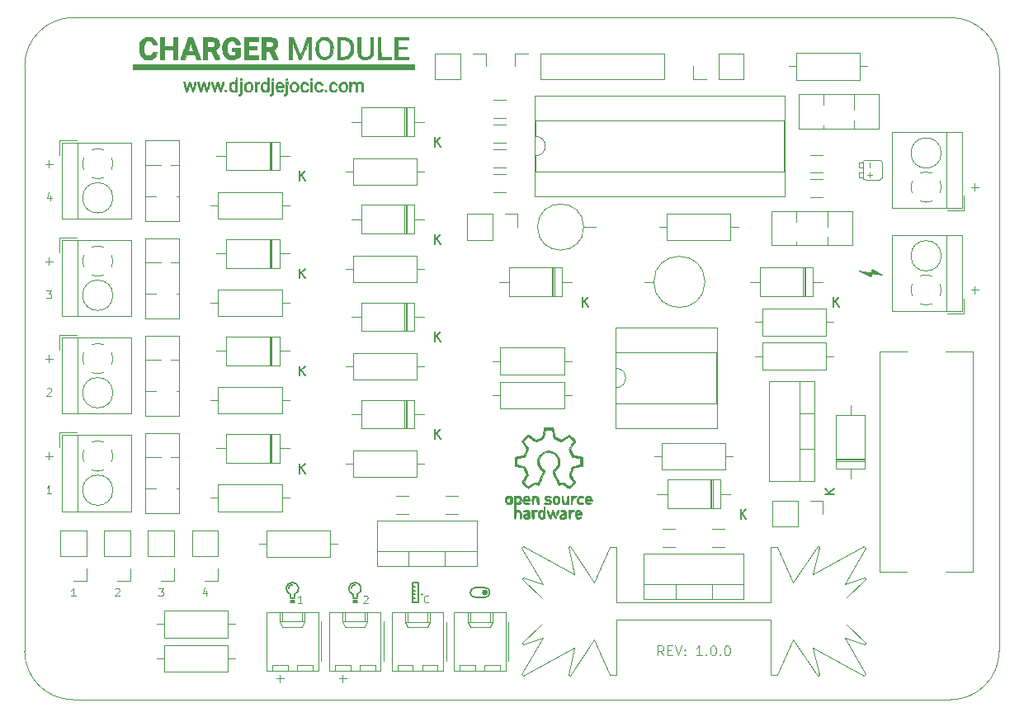
<source format=gbr>
%TF.GenerationSoftware,KiCad,Pcbnew,(5.1.8)-1*%
%TF.CreationDate,2021-01-26T19:22:20+01:00*%
%TF.ProjectId,charger,63686172-6765-4722-9e6b-696361645f70,rev?*%
%TF.SameCoordinates,Original*%
%TF.FileFunction,Legend,Top*%
%TF.FilePolarity,Positive*%
%FSLAX46Y46*%
G04 Gerber Fmt 4.6, Leading zero omitted, Abs format (unit mm)*
G04 Created by KiCad (PCBNEW (5.1.8)-1) date 2021-01-26 19:22:20*
%MOMM*%
%LPD*%
G01*
G04 APERTURE LIST*
%ADD10C,0.120000*%
%TA.AperFunction,Profile*%
%ADD11C,0.050000*%
%TD*%
%ADD12C,0.010000*%
%ADD13C,0.150000*%
%ADD14C,0.050000*%
%ADD15C,0.100000*%
G04 APERTURE END LIST*
D10*
X120554761Y-110452380D02*
X120221428Y-109976190D01*
X119983333Y-110452380D02*
X119983333Y-109452380D01*
X120364285Y-109452380D01*
X120459523Y-109500000D01*
X120507142Y-109547619D01*
X120554761Y-109642857D01*
X120554761Y-109785714D01*
X120507142Y-109880952D01*
X120459523Y-109928571D01*
X120364285Y-109976190D01*
X119983333Y-109976190D01*
X120983333Y-109928571D02*
X121316666Y-109928571D01*
X121459523Y-110452380D02*
X120983333Y-110452380D01*
X120983333Y-109452380D01*
X121459523Y-109452380D01*
X121745238Y-109452380D02*
X122078571Y-110452380D01*
X122411904Y-109452380D01*
X122745238Y-110357142D02*
X122792857Y-110404761D01*
X122745238Y-110452380D01*
X122697619Y-110404761D01*
X122745238Y-110357142D01*
X122745238Y-110452380D01*
X122745238Y-109833333D02*
X122792857Y-109880952D01*
X122745238Y-109928571D01*
X122697619Y-109880952D01*
X122745238Y-109833333D01*
X122745238Y-109928571D01*
X124507142Y-110452380D02*
X123935714Y-110452380D01*
X124221428Y-110452380D02*
X124221428Y-109452380D01*
X124126190Y-109595238D01*
X124030952Y-109690476D01*
X123935714Y-109738095D01*
X124935714Y-110357142D02*
X124983333Y-110404761D01*
X124935714Y-110452380D01*
X124888095Y-110404761D01*
X124935714Y-110357142D01*
X124935714Y-110452380D01*
X125602380Y-109452380D02*
X125697619Y-109452380D01*
X125792857Y-109500000D01*
X125840476Y-109547619D01*
X125888095Y-109642857D01*
X125935714Y-109833333D01*
X125935714Y-110071428D01*
X125888095Y-110261904D01*
X125840476Y-110357142D01*
X125792857Y-110404761D01*
X125697619Y-110452380D01*
X125602380Y-110452380D01*
X125507142Y-110404761D01*
X125459523Y-110357142D01*
X125411904Y-110261904D01*
X125364285Y-110071428D01*
X125364285Y-109833333D01*
X125411904Y-109642857D01*
X125459523Y-109547619D01*
X125507142Y-109500000D01*
X125602380Y-109452380D01*
X126364285Y-110357142D02*
X126411904Y-110404761D01*
X126364285Y-110452380D01*
X126316666Y-110404761D01*
X126364285Y-110357142D01*
X126364285Y-110452380D01*
X127030952Y-109452380D02*
X127126190Y-109452380D01*
X127221428Y-109500000D01*
X127269047Y-109547619D01*
X127316666Y-109642857D01*
X127364285Y-109833333D01*
X127364285Y-110071428D01*
X127316666Y-110261904D01*
X127269047Y-110357142D01*
X127221428Y-110404761D01*
X127126190Y-110452380D01*
X127030952Y-110452380D01*
X126935714Y-110404761D01*
X126888095Y-110357142D01*
X126840476Y-110261904D01*
X126792857Y-110071428D01*
X126792857Y-109833333D01*
X126840476Y-109642857D01*
X126888095Y-109547619D01*
X126935714Y-109500000D01*
X127030952Y-109452380D01*
X73652380Y-103828571D02*
X73652380Y-104361904D01*
X73461904Y-103523809D02*
X73271428Y-104095238D01*
X73766666Y-104095238D01*
X68733333Y-103561904D02*
X69228571Y-103561904D01*
X68961904Y-103866666D01*
X69076190Y-103866666D01*
X69152380Y-103904761D01*
X69190476Y-103942857D01*
X69228571Y-104019047D01*
X69228571Y-104209523D01*
X69190476Y-104285714D01*
X69152380Y-104323809D01*
X69076190Y-104361904D01*
X68847619Y-104361904D01*
X68771428Y-104323809D01*
X68733333Y-104285714D01*
X64271428Y-103638095D02*
X64309523Y-103600000D01*
X64385714Y-103561904D01*
X64576190Y-103561904D01*
X64652380Y-103600000D01*
X64690476Y-103638095D01*
X64728571Y-103714285D01*
X64728571Y-103790476D01*
X64690476Y-103904761D01*
X64233333Y-104361904D01*
X64728571Y-104361904D01*
X60228571Y-104361904D02*
X59771428Y-104361904D01*
X60000000Y-104361904D02*
X60000000Y-103561904D01*
X59923809Y-103676190D01*
X59847619Y-103752380D01*
X59771428Y-103790476D01*
X87245713Y-112821428D02*
X88007618Y-112821428D01*
X87626666Y-113202380D02*
X87626666Y-112440476D01*
X80829047Y-112821428D02*
X81590952Y-112821428D01*
X81210000Y-113202380D02*
X81210000Y-112440476D01*
X89771428Y-104388095D02*
X89809523Y-104350000D01*
X89885714Y-104311904D01*
X90076190Y-104311904D01*
X90152380Y-104350000D01*
X90190476Y-104388095D01*
X90228571Y-104464285D01*
X90228571Y-104540476D01*
X90190476Y-104654761D01*
X89733333Y-105111904D01*
X90228571Y-105111904D01*
X83478571Y-105111904D02*
X83021428Y-105111904D01*
X83250000Y-105111904D02*
X83250000Y-104311904D01*
X83173809Y-104426190D01*
X83097619Y-104502380D01*
X83021428Y-104540476D01*
X152119047Y-72961428D02*
X152880952Y-72961428D01*
X152500000Y-73342380D02*
X152500000Y-72580476D01*
X152119047Y-62411428D02*
X152880952Y-62411428D01*
X152500000Y-62792380D02*
X152500000Y-62030476D01*
X57652380Y-63274571D02*
X57652380Y-63807904D01*
X57461904Y-62969809D02*
X57271428Y-63541238D01*
X57766666Y-63541238D01*
X57233333Y-73007904D02*
X57728571Y-73007904D01*
X57461904Y-73312666D01*
X57576190Y-73312666D01*
X57652380Y-73350761D01*
X57690476Y-73388857D01*
X57728571Y-73465047D01*
X57728571Y-73655523D01*
X57690476Y-73731714D01*
X57652380Y-73769809D01*
X57576190Y-73807904D01*
X57347619Y-73807904D01*
X57271428Y-73769809D01*
X57233333Y-73731714D01*
X57271428Y-83084095D02*
X57309523Y-83046000D01*
X57385714Y-83007904D01*
X57576190Y-83007904D01*
X57652380Y-83046000D01*
X57690476Y-83084095D01*
X57728571Y-83160285D01*
X57728571Y-83236476D01*
X57690476Y-83350761D01*
X57233333Y-83807904D01*
X57728571Y-83807904D01*
X57728571Y-93807904D02*
X57271428Y-93807904D01*
X57500000Y-93807904D02*
X57500000Y-93007904D01*
X57423809Y-93122190D01*
X57347619Y-93198380D01*
X57271428Y-93236476D01*
X57119047Y-60011428D02*
X57880952Y-60011428D01*
X57500000Y-60392380D02*
X57500000Y-59630476D01*
X57119047Y-70011428D02*
X57880952Y-70011428D01*
X57500000Y-70392380D02*
X57500000Y-69630476D01*
X57119047Y-80011428D02*
X57880952Y-80011428D01*
X57500000Y-80392380D02*
X57500000Y-79630476D01*
X57119047Y-90011428D02*
X57880952Y-90011428D01*
X57500000Y-90392380D02*
X57500000Y-89630476D01*
D11*
X150000000Y-45000000D02*
G75*
G02*
X155000000Y-50000000I0J-5000000D01*
G01*
X155000000Y-110000000D02*
G75*
G02*
X150000000Y-115000000I-5000000J0D01*
G01*
X60000000Y-115000000D02*
G75*
G02*
X55000000Y-110000000I0J5000000D01*
G01*
X55000000Y-50000000D02*
G75*
G02*
X60000000Y-45000000I5000000J0D01*
G01*
X155000000Y-110000000D02*
X155000000Y-50000000D01*
X60000000Y-115000000D02*
X150000000Y-115000000D01*
X60000000Y-45000000D02*
X150000000Y-45000000D01*
X55000000Y-50000000D02*
X55000000Y-110000000D01*
D10*
%TO.C,BT1*%
X149055000Y-58900000D02*
G75*
G03*
X149055000Y-58900000I-1555000J0D01*
G01*
X149600000Y-64560000D02*
X149600000Y-56740000D01*
X144040000Y-64560000D02*
X144040000Y-56740000D01*
X151160000Y-64560000D02*
X151160000Y-56740000D01*
X144040000Y-64560000D02*
X151160000Y-64560000D01*
X144040000Y-56740000D02*
X151160000Y-56740000D01*
X149660000Y-64800000D02*
X151400000Y-64800000D01*
X151400000Y-64800000D02*
X151400000Y-63300000D01*
X149055492Y-62372989D02*
G75*
G02*
X148932000Y-63008000I-1555492J-27011D01*
G01*
X148107742Y-63832109D02*
G75*
G02*
X146892000Y-63832000I-607742J1432109D01*
G01*
X146067891Y-63007742D02*
G75*
G02*
X146068000Y-61792000I1432109J607742D01*
G01*
X146892258Y-60967891D02*
G75*
G02*
X148108000Y-60968000I607742J-1432109D01*
G01*
X148931385Y-61792413D02*
G75*
G02*
X149055000Y-62400000I-1431385J-607587D01*
G01*
D12*
%TO.C,G\u002A\u002A\u002A*%
G36*
X77272785Y-52214562D02*
G01*
X77267709Y-52410461D01*
X77261053Y-52586641D01*
X77253388Y-52732468D01*
X77245285Y-52837309D01*
X77237313Y-52890529D01*
X77236418Y-52892886D01*
X77185081Y-52949237D01*
X77102696Y-52992272D01*
X77012981Y-53014330D01*
X76939655Y-53007754D01*
X76919916Y-52995083D01*
X76901330Y-52953275D01*
X76900651Y-52902928D01*
X76915622Y-52871782D01*
X76929843Y-52872969D01*
X76979482Y-52874774D01*
X77025093Y-52857851D01*
X77047190Y-52842903D01*
X77063537Y-52819247D01*
X77074998Y-52778111D01*
X77082436Y-52710719D01*
X77086713Y-52608300D01*
X77088692Y-52462080D01*
X77089237Y-52263285D01*
X77089250Y-52205507D01*
X77089250Y-51587500D01*
X77285492Y-51587500D01*
X77272785Y-52214562D01*
G37*
X77272785Y-52214562D02*
X77267709Y-52410461D01*
X77261053Y-52586641D01*
X77253388Y-52732468D01*
X77245285Y-52837309D01*
X77237313Y-52890529D01*
X77236418Y-52892886D01*
X77185081Y-52949237D01*
X77102696Y-52992272D01*
X77012981Y-53014330D01*
X76939655Y-53007754D01*
X76919916Y-52995083D01*
X76901330Y-52953275D01*
X76900651Y-52902928D01*
X76915622Y-52871782D01*
X76929843Y-52872969D01*
X76979482Y-52874774D01*
X77025093Y-52857851D01*
X77047190Y-52842903D01*
X77063537Y-52819247D01*
X77074998Y-52778111D01*
X77082436Y-52710719D01*
X77086713Y-52608300D01*
X77088692Y-52462080D01*
X77089237Y-52263285D01*
X77089250Y-52205507D01*
X77089250Y-51587500D01*
X77285492Y-51587500D01*
X77272785Y-52214562D01*
G36*
X80511285Y-52214562D02*
G01*
X80506209Y-52410461D01*
X80499553Y-52586641D01*
X80491888Y-52732468D01*
X80483785Y-52837309D01*
X80475813Y-52890529D01*
X80474918Y-52892886D01*
X80423581Y-52949237D01*
X80341196Y-52992272D01*
X80251481Y-53014330D01*
X80178155Y-53007754D01*
X80158416Y-52995083D01*
X80139830Y-52953275D01*
X80139151Y-52902928D01*
X80154122Y-52871782D01*
X80168343Y-52872969D01*
X80217982Y-52874774D01*
X80263593Y-52857851D01*
X80285690Y-52842903D01*
X80302037Y-52819247D01*
X80313498Y-52778111D01*
X80320936Y-52710719D01*
X80325213Y-52608300D01*
X80327192Y-52462080D01*
X80327737Y-52263285D01*
X80327750Y-52205507D01*
X80327750Y-51587500D01*
X80523992Y-51587500D01*
X80511285Y-52214562D01*
G37*
X80511285Y-52214562D02*
X80506209Y-52410461D01*
X80499553Y-52586641D01*
X80491888Y-52732468D01*
X80483785Y-52837309D01*
X80475813Y-52890529D01*
X80474918Y-52892886D01*
X80423581Y-52949237D01*
X80341196Y-52992272D01*
X80251481Y-53014330D01*
X80178155Y-53007754D01*
X80158416Y-52995083D01*
X80139830Y-52953275D01*
X80139151Y-52902928D01*
X80154122Y-52871782D01*
X80168343Y-52872969D01*
X80217982Y-52874774D01*
X80263593Y-52857851D01*
X80285690Y-52842903D01*
X80302037Y-52819247D01*
X80313498Y-52778111D01*
X80320936Y-52710719D01*
X80325213Y-52608300D01*
X80327192Y-52462080D01*
X80327737Y-52263285D01*
X80327750Y-52205507D01*
X80327750Y-51587500D01*
X80523992Y-51587500D01*
X80511285Y-52214562D01*
G36*
X81971785Y-52214562D02*
G01*
X81966709Y-52410461D01*
X81960053Y-52586641D01*
X81952388Y-52732468D01*
X81944285Y-52837309D01*
X81936313Y-52890529D01*
X81935418Y-52892886D01*
X81884081Y-52949237D01*
X81801696Y-52992272D01*
X81711981Y-53014330D01*
X81638655Y-53007754D01*
X81618916Y-52995083D01*
X81600330Y-52953275D01*
X81599651Y-52902928D01*
X81614622Y-52871782D01*
X81628843Y-52872969D01*
X81678482Y-52874774D01*
X81724093Y-52857851D01*
X81746190Y-52842903D01*
X81762537Y-52819247D01*
X81773998Y-52778111D01*
X81781436Y-52710719D01*
X81785713Y-52608300D01*
X81787692Y-52462080D01*
X81788237Y-52263285D01*
X81788250Y-52205507D01*
X81788250Y-51587500D01*
X81984492Y-51587500D01*
X81971785Y-52214562D01*
G37*
X81971785Y-52214562D02*
X81966709Y-52410461D01*
X81960053Y-52586641D01*
X81952388Y-52732468D01*
X81944285Y-52837309D01*
X81936313Y-52890529D01*
X81935418Y-52892886D01*
X81884081Y-52949237D01*
X81801696Y-52992272D01*
X81711981Y-53014330D01*
X81638655Y-53007754D01*
X81618916Y-52995083D01*
X81600330Y-52953275D01*
X81599651Y-52902928D01*
X81614622Y-52871782D01*
X81628843Y-52872969D01*
X81678482Y-52874774D01*
X81724093Y-52857851D01*
X81746190Y-52842903D01*
X81762537Y-52819247D01*
X81773998Y-52778111D01*
X81781436Y-52710719D01*
X81785713Y-52608300D01*
X81787692Y-52462080D01*
X81788237Y-52263285D01*
X81788250Y-52205507D01*
X81788250Y-51587500D01*
X81984492Y-51587500D01*
X81971785Y-52214562D01*
G36*
X76803500Y-51889125D02*
G01*
X76803259Y-52119789D01*
X76802101Y-52294656D01*
X76799369Y-52421429D01*
X76794406Y-52507810D01*
X76786558Y-52561502D01*
X76775167Y-52590207D01*
X76759577Y-52601628D01*
X76742645Y-52603500D01*
X76686039Y-52586247D01*
X76669083Y-52565374D01*
X76642932Y-52547414D01*
X76580437Y-52564313D01*
X76542576Y-52581249D01*
X76426484Y-52624686D01*
X76327347Y-52627464D01*
X76214027Y-52590389D01*
X76212675Y-52589801D01*
X76109505Y-52512996D01*
X76036807Y-52395169D01*
X75994559Y-52250572D01*
X75983654Y-52105617D01*
X76136750Y-52105617D01*
X76157304Y-52259204D01*
X76213080Y-52379094D01*
X76295242Y-52459143D01*
X76394958Y-52493211D01*
X76503395Y-52475154D01*
X76589187Y-52420198D01*
X76618231Y-52381374D01*
X76635421Y-52318261D01*
X76643339Y-52216507D01*
X76644750Y-52111375D01*
X76641940Y-51973257D01*
X76631788Y-51884151D01*
X76611710Y-51829746D01*
X76589187Y-51803621D01*
X76478452Y-51740851D01*
X76369635Y-51734971D01*
X76272001Y-51779796D01*
X76194815Y-51869142D01*
X76147341Y-51996826D01*
X76136750Y-52105617D01*
X75983654Y-52105617D01*
X75982739Y-52093457D01*
X76001327Y-51938078D01*
X76050302Y-51798686D01*
X76129643Y-51689535D01*
X76214087Y-51633929D01*
X76331113Y-51595377D01*
X76425235Y-51594956D01*
X76524422Y-51632787D01*
X76529316Y-51635320D01*
X76595394Y-51668012D01*
X76631768Y-51682689D01*
X76632504Y-51682750D01*
X76638191Y-51653506D01*
X76642474Y-51575793D01*
X76644627Y-51464639D01*
X76644750Y-51428750D01*
X76645595Y-51302776D01*
X76650832Y-51227346D01*
X76664508Y-51189502D01*
X76690673Y-51176291D01*
X76724125Y-51174750D01*
X76803500Y-51174750D01*
X76803500Y-51889125D01*
G37*
X76803500Y-51889125D02*
X76803259Y-52119789D01*
X76802101Y-52294656D01*
X76799369Y-52421429D01*
X76794406Y-52507810D01*
X76786558Y-52561502D01*
X76775167Y-52590207D01*
X76759577Y-52601628D01*
X76742645Y-52603500D01*
X76686039Y-52586247D01*
X76669083Y-52565374D01*
X76642932Y-52547414D01*
X76580437Y-52564313D01*
X76542576Y-52581249D01*
X76426484Y-52624686D01*
X76327347Y-52627464D01*
X76214027Y-52590389D01*
X76212675Y-52589801D01*
X76109505Y-52512996D01*
X76036807Y-52395169D01*
X75994559Y-52250572D01*
X75983654Y-52105617D01*
X76136750Y-52105617D01*
X76157304Y-52259204D01*
X76213080Y-52379094D01*
X76295242Y-52459143D01*
X76394958Y-52493211D01*
X76503395Y-52475154D01*
X76589187Y-52420198D01*
X76618231Y-52381374D01*
X76635421Y-52318261D01*
X76643339Y-52216507D01*
X76644750Y-52111375D01*
X76641940Y-51973257D01*
X76631788Y-51884151D01*
X76611710Y-51829746D01*
X76589187Y-51803621D01*
X76478452Y-51740851D01*
X76369635Y-51734971D01*
X76272001Y-51779796D01*
X76194815Y-51869142D01*
X76147341Y-51996826D01*
X76136750Y-52105617D01*
X75983654Y-52105617D01*
X75982739Y-52093457D01*
X76001327Y-51938078D01*
X76050302Y-51798686D01*
X76129643Y-51689535D01*
X76214087Y-51633929D01*
X76331113Y-51595377D01*
X76425235Y-51594956D01*
X76524422Y-51632787D01*
X76529316Y-51635320D01*
X76595394Y-51668012D01*
X76631768Y-51682689D01*
X76632504Y-51682750D01*
X76638191Y-51653506D01*
X76642474Y-51575793D01*
X76644627Y-51464639D01*
X76644750Y-51428750D01*
X76645595Y-51302776D01*
X76650832Y-51227346D01*
X76664508Y-51189502D01*
X76690673Y-51176291D01*
X76724125Y-51174750D01*
X76803500Y-51174750D01*
X76803500Y-51889125D01*
G36*
X78073140Y-51616425D02*
G01*
X78208821Y-51687681D01*
X78318929Y-51806507D01*
X78371980Y-51932653D01*
X78393493Y-52088146D01*
X78383032Y-52246972D01*
X78340165Y-52383120D01*
X78328897Y-52403337D01*
X78221523Y-52526963D01*
X78086539Y-52603118D01*
X77937716Y-52627506D01*
X77788824Y-52595831D01*
X77758256Y-52581350D01*
X77634969Y-52494688D01*
X77557076Y-52382152D01*
X77517093Y-52230772D01*
X77509704Y-52150720D01*
X77509885Y-52056907D01*
X77666431Y-52056907D01*
X77666492Y-52195328D01*
X77699262Y-52323133D01*
X77765644Y-52423586D01*
X77814930Y-52460104D01*
X77902778Y-52499066D01*
X77976728Y-52501647D01*
X78054037Y-52477864D01*
X78136201Y-52415365D01*
X78195644Y-52309563D01*
X78228566Y-52177770D01*
X78231165Y-52037299D01*
X78199643Y-51905463D01*
X78186122Y-51876145D01*
X78106355Y-51781651D01*
X77998249Y-51732427D01*
X77880734Y-51735918D01*
X77853477Y-51745327D01*
X77760826Y-51815170D01*
X77698177Y-51924609D01*
X77666431Y-52056907D01*
X77509885Y-52056907D01*
X77509985Y-52005204D01*
X77532540Y-51896592D01*
X77555846Y-51843756D01*
X77656462Y-51711286D01*
X77784514Y-51628835D01*
X77927555Y-51597013D01*
X78073140Y-51616425D01*
G37*
X78073140Y-51616425D02*
X78208821Y-51687681D01*
X78318929Y-51806507D01*
X78371980Y-51932653D01*
X78393493Y-52088146D01*
X78383032Y-52246972D01*
X78340165Y-52383120D01*
X78328897Y-52403337D01*
X78221523Y-52526963D01*
X78086539Y-52603118D01*
X77937716Y-52627506D01*
X77788824Y-52595831D01*
X77758256Y-52581350D01*
X77634969Y-52494688D01*
X77557076Y-52382152D01*
X77517093Y-52230772D01*
X77509704Y-52150720D01*
X77509885Y-52056907D01*
X77666431Y-52056907D01*
X77666492Y-52195328D01*
X77699262Y-52323133D01*
X77765644Y-52423586D01*
X77814930Y-52460104D01*
X77902778Y-52499066D01*
X77976728Y-52501647D01*
X78054037Y-52477864D01*
X78136201Y-52415365D01*
X78195644Y-52309563D01*
X78228566Y-52177770D01*
X78231165Y-52037299D01*
X78199643Y-51905463D01*
X78186122Y-51876145D01*
X78106355Y-51781651D01*
X77998249Y-51732427D01*
X77880734Y-51735918D01*
X77853477Y-51745327D01*
X77760826Y-51815170D01*
X77698177Y-51924609D01*
X77666431Y-52056907D01*
X77509885Y-52056907D01*
X77509985Y-52005204D01*
X77532540Y-51896592D01*
X77555846Y-51843756D01*
X77656462Y-51711286D01*
X77784514Y-51628835D01*
X77927555Y-51597013D01*
X78073140Y-51616425D01*
G36*
X80042000Y-51889125D02*
G01*
X80041759Y-52119789D01*
X80040601Y-52294656D01*
X80037869Y-52421429D01*
X80032906Y-52507810D01*
X80025058Y-52561502D01*
X80013667Y-52590207D01*
X79998077Y-52601628D01*
X79981145Y-52603500D01*
X79924539Y-52586247D01*
X79907583Y-52565374D01*
X79881432Y-52547414D01*
X79818937Y-52564313D01*
X79781076Y-52581249D01*
X79664984Y-52624686D01*
X79565847Y-52627464D01*
X79452527Y-52590389D01*
X79451175Y-52589801D01*
X79348005Y-52512996D01*
X79275307Y-52395169D01*
X79233059Y-52250572D01*
X79222154Y-52105617D01*
X79375250Y-52105617D01*
X79395804Y-52259204D01*
X79451580Y-52379094D01*
X79533742Y-52459143D01*
X79633458Y-52493211D01*
X79741895Y-52475154D01*
X79827687Y-52420198D01*
X79856731Y-52381374D01*
X79873921Y-52318261D01*
X79881839Y-52216507D01*
X79883250Y-52111375D01*
X79880440Y-51973257D01*
X79870288Y-51884151D01*
X79850210Y-51829746D01*
X79827687Y-51803621D01*
X79716952Y-51740851D01*
X79608135Y-51734971D01*
X79510501Y-51779796D01*
X79433315Y-51869142D01*
X79385841Y-51996826D01*
X79375250Y-52105617D01*
X79222154Y-52105617D01*
X79221239Y-52093457D01*
X79239827Y-51938078D01*
X79288802Y-51798686D01*
X79368143Y-51689535D01*
X79452587Y-51633929D01*
X79569613Y-51595377D01*
X79663735Y-51594956D01*
X79762922Y-51632787D01*
X79767816Y-51635320D01*
X79833894Y-51668012D01*
X79870268Y-51682689D01*
X79871004Y-51682750D01*
X79876691Y-51653506D01*
X79880974Y-51575793D01*
X79883127Y-51464639D01*
X79883250Y-51428750D01*
X79884095Y-51302776D01*
X79889332Y-51227346D01*
X79903008Y-51189502D01*
X79929173Y-51176291D01*
X79962625Y-51174750D01*
X80042000Y-51174750D01*
X80042000Y-51889125D01*
G37*
X80042000Y-51889125D02*
X80041759Y-52119789D01*
X80040601Y-52294656D01*
X80037869Y-52421429D01*
X80032906Y-52507810D01*
X80025058Y-52561502D01*
X80013667Y-52590207D01*
X79998077Y-52601628D01*
X79981145Y-52603500D01*
X79924539Y-52586247D01*
X79907583Y-52565374D01*
X79881432Y-52547414D01*
X79818937Y-52564313D01*
X79781076Y-52581249D01*
X79664984Y-52624686D01*
X79565847Y-52627464D01*
X79452527Y-52590389D01*
X79451175Y-52589801D01*
X79348005Y-52512996D01*
X79275307Y-52395169D01*
X79233059Y-52250572D01*
X79222154Y-52105617D01*
X79375250Y-52105617D01*
X79395804Y-52259204D01*
X79451580Y-52379094D01*
X79533742Y-52459143D01*
X79633458Y-52493211D01*
X79741895Y-52475154D01*
X79827687Y-52420198D01*
X79856731Y-52381374D01*
X79873921Y-52318261D01*
X79881839Y-52216507D01*
X79883250Y-52111375D01*
X79880440Y-51973257D01*
X79870288Y-51884151D01*
X79850210Y-51829746D01*
X79827687Y-51803621D01*
X79716952Y-51740851D01*
X79608135Y-51734971D01*
X79510501Y-51779796D01*
X79433315Y-51869142D01*
X79385841Y-51996826D01*
X79375250Y-52105617D01*
X79222154Y-52105617D01*
X79221239Y-52093457D01*
X79239827Y-51938078D01*
X79288802Y-51798686D01*
X79368143Y-51689535D01*
X79452587Y-51633929D01*
X79569613Y-51595377D01*
X79663735Y-51594956D01*
X79762922Y-51632787D01*
X79767816Y-51635320D01*
X79833894Y-51668012D01*
X79870268Y-51682689D01*
X79871004Y-51682750D01*
X79876691Y-51653506D01*
X79880974Y-51575793D01*
X79883127Y-51464639D01*
X79883250Y-51428750D01*
X79884095Y-51302776D01*
X79889332Y-51227346D01*
X79903008Y-51189502D01*
X79929173Y-51176291D01*
X79962625Y-51174750D01*
X80042000Y-51174750D01*
X80042000Y-51889125D01*
G36*
X81295779Y-51608768D02*
G01*
X81342797Y-51626406D01*
X81450343Y-51715713D01*
X81528464Y-51844380D01*
X81564824Y-51990607D01*
X81566000Y-52020820D01*
X81566000Y-52159000D01*
X81232625Y-52159000D01*
X81072826Y-52160646D01*
X80968819Y-52168933D01*
X80912918Y-52188881D01*
X80897435Y-52225511D01*
X80914682Y-52283842D01*
X80945377Y-52346604D01*
X81025569Y-52439423D01*
X81136720Y-52489472D01*
X81260366Y-52493849D01*
X81378043Y-52449652D01*
X81416175Y-52420586D01*
X81464012Y-52386863D01*
X81501835Y-52400012D01*
X81522074Y-52418967D01*
X81549123Y-52455440D01*
X81536518Y-52488160D01*
X81477058Y-52535507D01*
X81476164Y-52536144D01*
X81337137Y-52602487D01*
X81182753Y-52624220D01*
X81036717Y-52599106D01*
X80996756Y-52581410D01*
X80873454Y-52494653D01*
X80795510Y-52381989D01*
X80755432Y-52230444D01*
X80748009Y-52150720D01*
X80755349Y-52020862D01*
X80899250Y-52020862D01*
X80928493Y-52026035D01*
X81006207Y-52029930D01*
X81117362Y-52031888D01*
X81153250Y-52032000D01*
X81279346Y-52030964D01*
X81354868Y-52025407D01*
X81392733Y-52011650D01*
X81405860Y-51986014D01*
X81407250Y-51959689D01*
X81382496Y-51851215D01*
X81318090Y-51777030D01*
X81228816Y-51738726D01*
X81129456Y-51737894D01*
X81034794Y-51776128D01*
X80959612Y-51855018D01*
X80934442Y-51908773D01*
X80910593Y-51980152D01*
X80899374Y-52019567D01*
X80899250Y-52020862D01*
X80755349Y-52020862D01*
X80758953Y-51957122D01*
X80817681Y-51802483D01*
X80926187Y-51681770D01*
X80936969Y-51673509D01*
X81045280Y-51621307D01*
X81174544Y-51598605D01*
X81295779Y-51608768D01*
G37*
X81295779Y-51608768D02*
X81342797Y-51626406D01*
X81450343Y-51715713D01*
X81528464Y-51844380D01*
X81564824Y-51990607D01*
X81566000Y-52020820D01*
X81566000Y-52159000D01*
X81232625Y-52159000D01*
X81072826Y-52160646D01*
X80968819Y-52168933D01*
X80912918Y-52188881D01*
X80897435Y-52225511D01*
X80914682Y-52283842D01*
X80945377Y-52346604D01*
X81025569Y-52439423D01*
X81136720Y-52489472D01*
X81260366Y-52493849D01*
X81378043Y-52449652D01*
X81416175Y-52420586D01*
X81464012Y-52386863D01*
X81501835Y-52400012D01*
X81522074Y-52418967D01*
X81549123Y-52455440D01*
X81536518Y-52488160D01*
X81477058Y-52535507D01*
X81476164Y-52536144D01*
X81337137Y-52602487D01*
X81182753Y-52624220D01*
X81036717Y-52599106D01*
X80996756Y-52581410D01*
X80873454Y-52494653D01*
X80795510Y-52381989D01*
X80755432Y-52230444D01*
X80748009Y-52150720D01*
X80755349Y-52020862D01*
X80899250Y-52020862D01*
X80928493Y-52026035D01*
X81006207Y-52029930D01*
X81117362Y-52031888D01*
X81153250Y-52032000D01*
X81279346Y-52030964D01*
X81354868Y-52025407D01*
X81392733Y-52011650D01*
X81405860Y-51986014D01*
X81407250Y-51959689D01*
X81382496Y-51851215D01*
X81318090Y-51777030D01*
X81228816Y-51738726D01*
X81129456Y-51737894D01*
X81034794Y-51776128D01*
X80959612Y-51855018D01*
X80934442Y-51908773D01*
X80910593Y-51980152D01*
X80899374Y-52019567D01*
X80899250Y-52020862D01*
X80755349Y-52020862D01*
X80758953Y-51957122D01*
X80817681Y-51802483D01*
X80926187Y-51681770D01*
X80936969Y-51673509D01*
X81045280Y-51621307D01*
X81174544Y-51598605D01*
X81295779Y-51608768D01*
G36*
X82772140Y-51616425D02*
G01*
X82907821Y-51687681D01*
X83017929Y-51806507D01*
X83070980Y-51932653D01*
X83092493Y-52088146D01*
X83082032Y-52246972D01*
X83039165Y-52383120D01*
X83027897Y-52403337D01*
X82920523Y-52526963D01*
X82785539Y-52603118D01*
X82636716Y-52627506D01*
X82487824Y-52595831D01*
X82457256Y-52581350D01*
X82333969Y-52494688D01*
X82256076Y-52382152D01*
X82216093Y-52230772D01*
X82208704Y-52150720D01*
X82208885Y-52056907D01*
X82365431Y-52056907D01*
X82365492Y-52195328D01*
X82398262Y-52323133D01*
X82464644Y-52423586D01*
X82513930Y-52460104D01*
X82601778Y-52499066D01*
X82675728Y-52501647D01*
X82753037Y-52477864D01*
X82835201Y-52415365D01*
X82894644Y-52309563D01*
X82927566Y-52177770D01*
X82930165Y-52037299D01*
X82898643Y-51905463D01*
X82885122Y-51876145D01*
X82805355Y-51781651D01*
X82697249Y-51732427D01*
X82579734Y-51735918D01*
X82552477Y-51745327D01*
X82459826Y-51815170D01*
X82397177Y-51924609D01*
X82365431Y-52056907D01*
X82208885Y-52056907D01*
X82208985Y-52005204D01*
X82231540Y-51896592D01*
X82254846Y-51843756D01*
X82355462Y-51711286D01*
X82483514Y-51628835D01*
X82626555Y-51597013D01*
X82772140Y-51616425D01*
G37*
X82772140Y-51616425D02*
X82907821Y-51687681D01*
X83017929Y-51806507D01*
X83070980Y-51932653D01*
X83092493Y-52088146D01*
X83082032Y-52246972D01*
X83039165Y-52383120D01*
X83027897Y-52403337D01*
X82920523Y-52526963D01*
X82785539Y-52603118D01*
X82636716Y-52627506D01*
X82487824Y-52595831D01*
X82457256Y-52581350D01*
X82333969Y-52494688D01*
X82256076Y-52382152D01*
X82216093Y-52230772D01*
X82208704Y-52150720D01*
X82208885Y-52056907D01*
X82365431Y-52056907D01*
X82365492Y-52195328D01*
X82398262Y-52323133D01*
X82464644Y-52423586D01*
X82513930Y-52460104D01*
X82601778Y-52499066D01*
X82675728Y-52501647D01*
X82753037Y-52477864D01*
X82835201Y-52415365D01*
X82894644Y-52309563D01*
X82927566Y-52177770D01*
X82930165Y-52037299D01*
X82898643Y-51905463D01*
X82885122Y-51876145D01*
X82805355Y-51781651D01*
X82697249Y-51732427D01*
X82579734Y-51735918D01*
X82552477Y-51745327D01*
X82459826Y-51815170D01*
X82397177Y-51924609D01*
X82365431Y-52056907D01*
X82208885Y-52056907D01*
X82208985Y-52005204D01*
X82231540Y-51896592D01*
X82254846Y-51843756D01*
X82355462Y-51711286D01*
X82483514Y-51628835D01*
X82626555Y-51597013D01*
X82772140Y-51616425D01*
G36*
X83791710Y-51603525D02*
G01*
X83914306Y-51649167D01*
X84017927Y-51725024D01*
X84086711Y-51820126D01*
X84106000Y-51903423D01*
X84082686Y-51933788D01*
X84029953Y-51936978D01*
X83973609Y-51917155D01*
X83939465Y-51878480D01*
X83938896Y-51876483D01*
X83888539Y-51796709D01*
X83799086Y-51742568D01*
X83693459Y-51726073D01*
X83660481Y-51730598D01*
X83550657Y-51784168D01*
X83479380Y-51887435D01*
X83447276Y-52039159D01*
X83447010Y-52151727D01*
X83468035Y-52303988D01*
X83515515Y-52406101D01*
X83596586Y-52468406D01*
X83684150Y-52495317D01*
X83758154Y-52500855D01*
X83819467Y-52474847D01*
X83884920Y-52416714D01*
X83954982Y-52360766D01*
X84026678Y-52324154D01*
X84082762Y-52313237D01*
X84105989Y-52334373D01*
X84106000Y-52335201D01*
X84081942Y-52406779D01*
X84021937Y-52489001D01*
X83944239Y-52559426D01*
X83904162Y-52583343D01*
X83768338Y-52628710D01*
X83644216Y-52622188D01*
X83536756Y-52579638D01*
X83413849Y-52494819D01*
X83335874Y-52382815D01*
X83295670Y-52231269D01*
X83288204Y-52150720D01*
X83300429Y-51954874D01*
X83359453Y-51797303D01*
X83462745Y-51681703D01*
X83607775Y-51611766D01*
X83665997Y-51599070D01*
X83791710Y-51603525D01*
G37*
X83791710Y-51603525D02*
X83914306Y-51649167D01*
X84017927Y-51725024D01*
X84086711Y-51820126D01*
X84106000Y-51903423D01*
X84082686Y-51933788D01*
X84029953Y-51936978D01*
X83973609Y-51917155D01*
X83939465Y-51878480D01*
X83938896Y-51876483D01*
X83888539Y-51796709D01*
X83799086Y-51742568D01*
X83693459Y-51726073D01*
X83660481Y-51730598D01*
X83550657Y-51784168D01*
X83479380Y-51887435D01*
X83447276Y-52039159D01*
X83447010Y-52151727D01*
X83468035Y-52303988D01*
X83515515Y-52406101D01*
X83596586Y-52468406D01*
X83684150Y-52495317D01*
X83758154Y-52500855D01*
X83819467Y-52474847D01*
X83884920Y-52416714D01*
X83954982Y-52360766D01*
X84026678Y-52324154D01*
X84082762Y-52313237D01*
X84105989Y-52334373D01*
X84106000Y-52335201D01*
X84081942Y-52406779D01*
X84021937Y-52489001D01*
X83944239Y-52559426D01*
X83904162Y-52583343D01*
X83768338Y-52628710D01*
X83644216Y-52622188D01*
X83536756Y-52579638D01*
X83413849Y-52494819D01*
X83335874Y-52382815D01*
X83295670Y-52231269D01*
X83288204Y-52150720D01*
X83300429Y-51954874D01*
X83359453Y-51797303D01*
X83462745Y-51681703D01*
X83607775Y-51611766D01*
X83665997Y-51599070D01*
X83791710Y-51603525D01*
G36*
X85252210Y-51603525D02*
G01*
X85374806Y-51649167D01*
X85478427Y-51725024D01*
X85547211Y-51820126D01*
X85566500Y-51903423D01*
X85543186Y-51933788D01*
X85490453Y-51936978D01*
X85434109Y-51917155D01*
X85399965Y-51878480D01*
X85399396Y-51876483D01*
X85349039Y-51796709D01*
X85259586Y-51742568D01*
X85153959Y-51726073D01*
X85120981Y-51730598D01*
X85011157Y-51784168D01*
X84939880Y-51887435D01*
X84907776Y-52039159D01*
X84907510Y-52151727D01*
X84928535Y-52303988D01*
X84976015Y-52406101D01*
X85057086Y-52468406D01*
X85144650Y-52495317D01*
X85218654Y-52500855D01*
X85279967Y-52474847D01*
X85345420Y-52416714D01*
X85415482Y-52360766D01*
X85487178Y-52324154D01*
X85543262Y-52313237D01*
X85566489Y-52334373D01*
X85566500Y-52335201D01*
X85542442Y-52406779D01*
X85482437Y-52489001D01*
X85404739Y-52559426D01*
X85364662Y-52583343D01*
X85228838Y-52628710D01*
X85104716Y-52622188D01*
X84997256Y-52579638D01*
X84874349Y-52494819D01*
X84796374Y-52382815D01*
X84756170Y-52231269D01*
X84748704Y-52150720D01*
X84760929Y-51954874D01*
X84819953Y-51797303D01*
X84923245Y-51681703D01*
X85068275Y-51611766D01*
X85126497Y-51599070D01*
X85252210Y-51603525D01*
G37*
X85252210Y-51603525D02*
X85374806Y-51649167D01*
X85478427Y-51725024D01*
X85547211Y-51820126D01*
X85566500Y-51903423D01*
X85543186Y-51933788D01*
X85490453Y-51936978D01*
X85434109Y-51917155D01*
X85399965Y-51878480D01*
X85399396Y-51876483D01*
X85349039Y-51796709D01*
X85259586Y-51742568D01*
X85153959Y-51726073D01*
X85120981Y-51730598D01*
X85011157Y-51784168D01*
X84939880Y-51887435D01*
X84907776Y-52039159D01*
X84907510Y-52151727D01*
X84928535Y-52303988D01*
X84976015Y-52406101D01*
X85057086Y-52468406D01*
X85144650Y-52495317D01*
X85218654Y-52500855D01*
X85279967Y-52474847D01*
X85345420Y-52416714D01*
X85415482Y-52360766D01*
X85487178Y-52324154D01*
X85543262Y-52313237D01*
X85566489Y-52334373D01*
X85566500Y-52335201D01*
X85542442Y-52406779D01*
X85482437Y-52489001D01*
X85404739Y-52559426D01*
X85364662Y-52583343D01*
X85228838Y-52628710D01*
X85104716Y-52622188D01*
X84997256Y-52579638D01*
X84874349Y-52494819D01*
X84796374Y-52382815D01*
X84756170Y-52231269D01*
X84748704Y-52150720D01*
X84760929Y-51954874D01*
X84819953Y-51797303D01*
X84923245Y-51681703D01*
X85068275Y-51611766D01*
X85126497Y-51599070D01*
X85252210Y-51603525D01*
G36*
X86744460Y-51603525D02*
G01*
X86867056Y-51649167D01*
X86970677Y-51725024D01*
X87039461Y-51820126D01*
X87058750Y-51903423D01*
X87035436Y-51933788D01*
X86982703Y-51936978D01*
X86926359Y-51917155D01*
X86892215Y-51878480D01*
X86891646Y-51876483D01*
X86841289Y-51796709D01*
X86751836Y-51742568D01*
X86646209Y-51726073D01*
X86613231Y-51730598D01*
X86503407Y-51784168D01*
X86432130Y-51887435D01*
X86400026Y-52039159D01*
X86399760Y-52151727D01*
X86420785Y-52303988D01*
X86468265Y-52406101D01*
X86549336Y-52468406D01*
X86636900Y-52495317D01*
X86710904Y-52500855D01*
X86772217Y-52474847D01*
X86837670Y-52416714D01*
X86907732Y-52360766D01*
X86979428Y-52324154D01*
X87035512Y-52313237D01*
X87058739Y-52334373D01*
X87058750Y-52335201D01*
X87034692Y-52406779D01*
X86974687Y-52489001D01*
X86896989Y-52559426D01*
X86856912Y-52583343D01*
X86721088Y-52628710D01*
X86596966Y-52622188D01*
X86489506Y-52579638D01*
X86366599Y-52494819D01*
X86288624Y-52382815D01*
X86248420Y-52231269D01*
X86240954Y-52150720D01*
X86253179Y-51954874D01*
X86312203Y-51797303D01*
X86415495Y-51681703D01*
X86560525Y-51611766D01*
X86618747Y-51599070D01*
X86744460Y-51603525D01*
G37*
X86744460Y-51603525D02*
X86867056Y-51649167D01*
X86970677Y-51725024D01*
X87039461Y-51820126D01*
X87058750Y-51903423D01*
X87035436Y-51933788D01*
X86982703Y-51936978D01*
X86926359Y-51917155D01*
X86892215Y-51878480D01*
X86891646Y-51876483D01*
X86841289Y-51796709D01*
X86751836Y-51742568D01*
X86646209Y-51726073D01*
X86613231Y-51730598D01*
X86503407Y-51784168D01*
X86432130Y-51887435D01*
X86400026Y-52039159D01*
X86399760Y-52151727D01*
X86420785Y-52303988D01*
X86468265Y-52406101D01*
X86549336Y-52468406D01*
X86636900Y-52495317D01*
X86710904Y-52500855D01*
X86772217Y-52474847D01*
X86837670Y-52416714D01*
X86907732Y-52360766D01*
X86979428Y-52324154D01*
X87035512Y-52313237D01*
X87058739Y-52334373D01*
X87058750Y-52335201D01*
X87034692Y-52406779D01*
X86974687Y-52489001D01*
X86896989Y-52559426D01*
X86856912Y-52583343D01*
X86721088Y-52628710D01*
X86596966Y-52622188D01*
X86489506Y-52579638D01*
X86366599Y-52494819D01*
X86288624Y-52382815D01*
X86248420Y-52231269D01*
X86240954Y-52150720D01*
X86253179Y-51954874D01*
X86312203Y-51797303D01*
X86415495Y-51681703D01*
X86560525Y-51611766D01*
X86618747Y-51599070D01*
X86744460Y-51603525D01*
G36*
X87788640Y-51616425D02*
G01*
X87924321Y-51687681D01*
X88034429Y-51806507D01*
X88087480Y-51932653D01*
X88108993Y-52088146D01*
X88098532Y-52246972D01*
X88055665Y-52383120D01*
X88044397Y-52403337D01*
X87937023Y-52526963D01*
X87802039Y-52603118D01*
X87653216Y-52627506D01*
X87504324Y-52595831D01*
X87473756Y-52581350D01*
X87350469Y-52494688D01*
X87272576Y-52382152D01*
X87232593Y-52230772D01*
X87225204Y-52150720D01*
X87225385Y-52056907D01*
X87381931Y-52056907D01*
X87381992Y-52195328D01*
X87414762Y-52323133D01*
X87481144Y-52423586D01*
X87530430Y-52460104D01*
X87618278Y-52499066D01*
X87692228Y-52501647D01*
X87769537Y-52477864D01*
X87851701Y-52415365D01*
X87911144Y-52309563D01*
X87944066Y-52177770D01*
X87946665Y-52037299D01*
X87915143Y-51905463D01*
X87901622Y-51876145D01*
X87821855Y-51781651D01*
X87713749Y-51732427D01*
X87596234Y-51735918D01*
X87568977Y-51745327D01*
X87476326Y-51815170D01*
X87413677Y-51924609D01*
X87381931Y-52056907D01*
X87225385Y-52056907D01*
X87225485Y-52005204D01*
X87248040Y-51896592D01*
X87271346Y-51843756D01*
X87371962Y-51711286D01*
X87500014Y-51628835D01*
X87643055Y-51597013D01*
X87788640Y-51616425D01*
G37*
X87788640Y-51616425D02*
X87924321Y-51687681D01*
X88034429Y-51806507D01*
X88087480Y-51932653D01*
X88108993Y-52088146D01*
X88098532Y-52246972D01*
X88055665Y-52383120D01*
X88044397Y-52403337D01*
X87937023Y-52526963D01*
X87802039Y-52603118D01*
X87653216Y-52627506D01*
X87504324Y-52595831D01*
X87473756Y-52581350D01*
X87350469Y-52494688D01*
X87272576Y-52382152D01*
X87232593Y-52230772D01*
X87225204Y-52150720D01*
X87225385Y-52056907D01*
X87381931Y-52056907D01*
X87381992Y-52195328D01*
X87414762Y-52323133D01*
X87481144Y-52423586D01*
X87530430Y-52460104D01*
X87618278Y-52499066D01*
X87692228Y-52501647D01*
X87769537Y-52477864D01*
X87851701Y-52415365D01*
X87911144Y-52309563D01*
X87944066Y-52177770D01*
X87946665Y-52037299D01*
X87915143Y-51905463D01*
X87901622Y-51876145D01*
X87821855Y-51781651D01*
X87713749Y-51732427D01*
X87596234Y-51735918D01*
X87568977Y-51745327D01*
X87476326Y-51815170D01*
X87413677Y-51924609D01*
X87381931Y-52056907D01*
X87225385Y-52056907D01*
X87225485Y-52005204D01*
X87248040Y-51896592D01*
X87271346Y-51843756D01*
X87371962Y-51711286D01*
X87500014Y-51628835D01*
X87643055Y-51597013D01*
X87788640Y-51616425D01*
G36*
X72539911Y-51587912D02*
G01*
X72560198Y-51594504D01*
X72569717Y-51615304D01*
X72567337Y-51658343D01*
X72551930Y-51731650D01*
X72522368Y-51843257D01*
X72477520Y-52001192D01*
X72427401Y-52174875D01*
X72376733Y-52345543D01*
X72337495Y-52463812D01*
X72305679Y-52538877D01*
X72277279Y-52579934D01*
X72248288Y-52596179D01*
X72243447Y-52597072D01*
X72214485Y-52594406D01*
X72187706Y-52571085D01*
X72158494Y-52517944D01*
X72122235Y-52425820D01*
X72074313Y-52285548D01*
X72051550Y-52216072D01*
X71924451Y-51825625D01*
X71802794Y-52214562D01*
X71748530Y-52382065D01*
X71706379Y-52496333D01*
X71672569Y-52565612D01*
X71643326Y-52598148D01*
X71624817Y-52603500D01*
X71569044Y-52591722D01*
X71553735Y-52579614D01*
X71538912Y-52539750D01*
X71511210Y-52452067D01*
X71474466Y-52329950D01*
X71432521Y-52186784D01*
X71389212Y-52035953D01*
X71348379Y-51890841D01*
X71313860Y-51764834D01*
X71289495Y-51671316D01*
X71279122Y-51623671D01*
X71279000Y-51621722D01*
X71305913Y-51595108D01*
X71351124Y-51587500D01*
X71383209Y-51592688D01*
X71409409Y-51615065D01*
X71434313Y-51664850D01*
X71462508Y-51752262D01*
X71498583Y-51887519D01*
X71515069Y-51952625D01*
X71552227Y-52094527D01*
X71585448Y-52210685D01*
X71611097Y-52289080D01*
X71625507Y-52317697D01*
X71641199Y-52289121D01*
X71670241Y-52211313D01*
X71708514Y-52096094D01*
X71751901Y-51955283D01*
X71752708Y-51952572D01*
X71800576Y-51796086D01*
X71836963Y-51691170D01*
X71866601Y-51627997D01*
X71894224Y-51596742D01*
X71924567Y-51587581D01*
X71928580Y-51587500D01*
X71959841Y-51594750D01*
X71987645Y-51623125D01*
X72016803Y-51682563D01*
X72052126Y-51783000D01*
X72098421Y-51934373D01*
X72101474Y-51944687D01*
X72144786Y-52087113D01*
X72183472Y-52206895D01*
X72213166Y-52290991D01*
X72229026Y-52325899D01*
X72244225Y-52306386D01*
X72269876Y-52235763D01*
X72302529Y-52124880D01*
X72338735Y-51984587D01*
X72342574Y-51968712D01*
X72381709Y-51809271D01*
X72411372Y-51701682D01*
X72436001Y-51635839D01*
X72460035Y-51601638D01*
X72487910Y-51588971D01*
X72509984Y-51587500D01*
X72539911Y-51587912D01*
G37*
X72539911Y-51587912D02*
X72560198Y-51594504D01*
X72569717Y-51615304D01*
X72567337Y-51658343D01*
X72551930Y-51731650D01*
X72522368Y-51843257D01*
X72477520Y-52001192D01*
X72427401Y-52174875D01*
X72376733Y-52345543D01*
X72337495Y-52463812D01*
X72305679Y-52538877D01*
X72277279Y-52579934D01*
X72248288Y-52596179D01*
X72243447Y-52597072D01*
X72214485Y-52594406D01*
X72187706Y-52571085D01*
X72158494Y-52517944D01*
X72122235Y-52425820D01*
X72074313Y-52285548D01*
X72051550Y-52216072D01*
X71924451Y-51825625D01*
X71802794Y-52214562D01*
X71748530Y-52382065D01*
X71706379Y-52496333D01*
X71672569Y-52565612D01*
X71643326Y-52598148D01*
X71624817Y-52603500D01*
X71569044Y-52591722D01*
X71553735Y-52579614D01*
X71538912Y-52539750D01*
X71511210Y-52452067D01*
X71474466Y-52329950D01*
X71432521Y-52186784D01*
X71389212Y-52035953D01*
X71348379Y-51890841D01*
X71313860Y-51764834D01*
X71289495Y-51671316D01*
X71279122Y-51623671D01*
X71279000Y-51621722D01*
X71305913Y-51595108D01*
X71351124Y-51587500D01*
X71383209Y-51592688D01*
X71409409Y-51615065D01*
X71434313Y-51664850D01*
X71462508Y-51752262D01*
X71498583Y-51887519D01*
X71515069Y-51952625D01*
X71552227Y-52094527D01*
X71585448Y-52210685D01*
X71611097Y-52289080D01*
X71625507Y-52317697D01*
X71641199Y-52289121D01*
X71670241Y-52211313D01*
X71708514Y-52096094D01*
X71751901Y-51955283D01*
X71752708Y-51952572D01*
X71800576Y-51796086D01*
X71836963Y-51691170D01*
X71866601Y-51627997D01*
X71894224Y-51596742D01*
X71924567Y-51587581D01*
X71928580Y-51587500D01*
X71959841Y-51594750D01*
X71987645Y-51623125D01*
X72016803Y-51682563D01*
X72052126Y-51783000D01*
X72098421Y-51934373D01*
X72101474Y-51944687D01*
X72144786Y-52087113D01*
X72183472Y-52206895D01*
X72213166Y-52290991D01*
X72229026Y-52325899D01*
X72244225Y-52306386D01*
X72269876Y-52235763D01*
X72302529Y-52124880D01*
X72338735Y-51984587D01*
X72342574Y-51968712D01*
X72381709Y-51809271D01*
X72411372Y-51701682D01*
X72436001Y-51635839D01*
X72460035Y-51601638D01*
X72487910Y-51588971D01*
X72509984Y-51587500D01*
X72539911Y-51587912D01*
G36*
X73968661Y-51587912D02*
G01*
X73988948Y-51594504D01*
X73998467Y-51615304D01*
X73996087Y-51658343D01*
X73980680Y-51731650D01*
X73951118Y-51843257D01*
X73906270Y-52001192D01*
X73856151Y-52174875D01*
X73805483Y-52345543D01*
X73766245Y-52463812D01*
X73734429Y-52538877D01*
X73706029Y-52579934D01*
X73677038Y-52596179D01*
X73672197Y-52597072D01*
X73643235Y-52594406D01*
X73616456Y-52571085D01*
X73587244Y-52517944D01*
X73550985Y-52425820D01*
X73503063Y-52285548D01*
X73480300Y-52216072D01*
X73353201Y-51825625D01*
X73231544Y-52214562D01*
X73177280Y-52382065D01*
X73135129Y-52496333D01*
X73101319Y-52565612D01*
X73072076Y-52598148D01*
X73053567Y-52603500D01*
X72997794Y-52591722D01*
X72982485Y-52579614D01*
X72967662Y-52539750D01*
X72939960Y-52452067D01*
X72903216Y-52329950D01*
X72861271Y-52186784D01*
X72817962Y-52035953D01*
X72777129Y-51890841D01*
X72742610Y-51764834D01*
X72718245Y-51671316D01*
X72707872Y-51623671D01*
X72707750Y-51621722D01*
X72734663Y-51595108D01*
X72779874Y-51587500D01*
X72811959Y-51592688D01*
X72838159Y-51615065D01*
X72863063Y-51664850D01*
X72891258Y-51752262D01*
X72927333Y-51887519D01*
X72943819Y-51952625D01*
X72980977Y-52094527D01*
X73014198Y-52210685D01*
X73039847Y-52289080D01*
X73054257Y-52317697D01*
X73069949Y-52289121D01*
X73098991Y-52211313D01*
X73137264Y-52096094D01*
X73180651Y-51955283D01*
X73181458Y-51952572D01*
X73229326Y-51796086D01*
X73265713Y-51691170D01*
X73295351Y-51627997D01*
X73322974Y-51596742D01*
X73353317Y-51587581D01*
X73357330Y-51587500D01*
X73388591Y-51594750D01*
X73416395Y-51623125D01*
X73445553Y-51682563D01*
X73480876Y-51783000D01*
X73527171Y-51934373D01*
X73530224Y-51944687D01*
X73573536Y-52087113D01*
X73612222Y-52206895D01*
X73641916Y-52290991D01*
X73657776Y-52325899D01*
X73672975Y-52306386D01*
X73698626Y-52235763D01*
X73731279Y-52124880D01*
X73767485Y-51984587D01*
X73771324Y-51968712D01*
X73810459Y-51809271D01*
X73840122Y-51701682D01*
X73864751Y-51635839D01*
X73888785Y-51601638D01*
X73916660Y-51588971D01*
X73938734Y-51587500D01*
X73968661Y-51587912D01*
G37*
X73968661Y-51587912D02*
X73988948Y-51594504D01*
X73998467Y-51615304D01*
X73996087Y-51658343D01*
X73980680Y-51731650D01*
X73951118Y-51843257D01*
X73906270Y-52001192D01*
X73856151Y-52174875D01*
X73805483Y-52345543D01*
X73766245Y-52463812D01*
X73734429Y-52538877D01*
X73706029Y-52579934D01*
X73677038Y-52596179D01*
X73672197Y-52597072D01*
X73643235Y-52594406D01*
X73616456Y-52571085D01*
X73587244Y-52517944D01*
X73550985Y-52425820D01*
X73503063Y-52285548D01*
X73480300Y-52216072D01*
X73353201Y-51825625D01*
X73231544Y-52214562D01*
X73177280Y-52382065D01*
X73135129Y-52496333D01*
X73101319Y-52565612D01*
X73072076Y-52598148D01*
X73053567Y-52603500D01*
X72997794Y-52591722D01*
X72982485Y-52579614D01*
X72967662Y-52539750D01*
X72939960Y-52452067D01*
X72903216Y-52329950D01*
X72861271Y-52186784D01*
X72817962Y-52035953D01*
X72777129Y-51890841D01*
X72742610Y-51764834D01*
X72718245Y-51671316D01*
X72707872Y-51623671D01*
X72707750Y-51621722D01*
X72734663Y-51595108D01*
X72779874Y-51587500D01*
X72811959Y-51592688D01*
X72838159Y-51615065D01*
X72863063Y-51664850D01*
X72891258Y-51752262D01*
X72927333Y-51887519D01*
X72943819Y-51952625D01*
X72980977Y-52094527D01*
X73014198Y-52210685D01*
X73039847Y-52289080D01*
X73054257Y-52317697D01*
X73069949Y-52289121D01*
X73098991Y-52211313D01*
X73137264Y-52096094D01*
X73180651Y-51955283D01*
X73181458Y-51952572D01*
X73229326Y-51796086D01*
X73265713Y-51691170D01*
X73295351Y-51627997D01*
X73322974Y-51596742D01*
X73353317Y-51587581D01*
X73357330Y-51587500D01*
X73388591Y-51594750D01*
X73416395Y-51623125D01*
X73445553Y-51682563D01*
X73480876Y-51783000D01*
X73527171Y-51934373D01*
X73530224Y-51944687D01*
X73573536Y-52087113D01*
X73612222Y-52206895D01*
X73641916Y-52290991D01*
X73657776Y-52325899D01*
X73672975Y-52306386D01*
X73698626Y-52235763D01*
X73731279Y-52124880D01*
X73767485Y-51984587D01*
X73771324Y-51968712D01*
X73810459Y-51809271D01*
X73840122Y-51701682D01*
X73864751Y-51635839D01*
X73888785Y-51601638D01*
X73916660Y-51588971D01*
X73938734Y-51587500D01*
X73968661Y-51587912D01*
G36*
X75397411Y-51587912D02*
G01*
X75417698Y-51594504D01*
X75427217Y-51615304D01*
X75424837Y-51658343D01*
X75409430Y-51731650D01*
X75379868Y-51843257D01*
X75335020Y-52001192D01*
X75284901Y-52174875D01*
X75234233Y-52345543D01*
X75194995Y-52463812D01*
X75163179Y-52538877D01*
X75134779Y-52579934D01*
X75105788Y-52596179D01*
X75100947Y-52597072D01*
X75071985Y-52594406D01*
X75045206Y-52571085D01*
X75015994Y-52517944D01*
X74979735Y-52425820D01*
X74931813Y-52285548D01*
X74909050Y-52216072D01*
X74781951Y-51825625D01*
X74660294Y-52214562D01*
X74606030Y-52382065D01*
X74563879Y-52496333D01*
X74530069Y-52565612D01*
X74500826Y-52598148D01*
X74482317Y-52603500D01*
X74426544Y-52591722D01*
X74411235Y-52579614D01*
X74396412Y-52539750D01*
X74368710Y-52452067D01*
X74331966Y-52329950D01*
X74290021Y-52186784D01*
X74246712Y-52035953D01*
X74205879Y-51890841D01*
X74171360Y-51764834D01*
X74146995Y-51671316D01*
X74136622Y-51623671D01*
X74136500Y-51621722D01*
X74163413Y-51595108D01*
X74208624Y-51587500D01*
X74240709Y-51592688D01*
X74266909Y-51615065D01*
X74291813Y-51664850D01*
X74320008Y-51752262D01*
X74356083Y-51887519D01*
X74372569Y-51952625D01*
X74409727Y-52094527D01*
X74442948Y-52210685D01*
X74468597Y-52289080D01*
X74483007Y-52317697D01*
X74498699Y-52289121D01*
X74527741Y-52211313D01*
X74566014Y-52096094D01*
X74609401Y-51955283D01*
X74610208Y-51952572D01*
X74658076Y-51796086D01*
X74694463Y-51691170D01*
X74724101Y-51627997D01*
X74751724Y-51596742D01*
X74782067Y-51587581D01*
X74786080Y-51587500D01*
X74817341Y-51594750D01*
X74845145Y-51623125D01*
X74874303Y-51682563D01*
X74909626Y-51783000D01*
X74955921Y-51934373D01*
X74958974Y-51944687D01*
X75002286Y-52087113D01*
X75040972Y-52206895D01*
X75070666Y-52290991D01*
X75086526Y-52325899D01*
X75101725Y-52306386D01*
X75127376Y-52235763D01*
X75160029Y-52124880D01*
X75196235Y-51984587D01*
X75200074Y-51968712D01*
X75239209Y-51809271D01*
X75268872Y-51701682D01*
X75293501Y-51635839D01*
X75317535Y-51601638D01*
X75345410Y-51588971D01*
X75367484Y-51587500D01*
X75397411Y-51587912D01*
G37*
X75397411Y-51587912D02*
X75417698Y-51594504D01*
X75427217Y-51615304D01*
X75424837Y-51658343D01*
X75409430Y-51731650D01*
X75379868Y-51843257D01*
X75335020Y-52001192D01*
X75284901Y-52174875D01*
X75234233Y-52345543D01*
X75194995Y-52463812D01*
X75163179Y-52538877D01*
X75134779Y-52579934D01*
X75105788Y-52596179D01*
X75100947Y-52597072D01*
X75071985Y-52594406D01*
X75045206Y-52571085D01*
X75015994Y-52517944D01*
X74979735Y-52425820D01*
X74931813Y-52285548D01*
X74909050Y-52216072D01*
X74781951Y-51825625D01*
X74660294Y-52214562D01*
X74606030Y-52382065D01*
X74563879Y-52496333D01*
X74530069Y-52565612D01*
X74500826Y-52598148D01*
X74482317Y-52603500D01*
X74426544Y-52591722D01*
X74411235Y-52579614D01*
X74396412Y-52539750D01*
X74368710Y-52452067D01*
X74331966Y-52329950D01*
X74290021Y-52186784D01*
X74246712Y-52035953D01*
X74205879Y-51890841D01*
X74171360Y-51764834D01*
X74146995Y-51671316D01*
X74136622Y-51623671D01*
X74136500Y-51621722D01*
X74163413Y-51595108D01*
X74208624Y-51587500D01*
X74240709Y-51592688D01*
X74266909Y-51615065D01*
X74291813Y-51664850D01*
X74320008Y-51752262D01*
X74356083Y-51887519D01*
X74372569Y-51952625D01*
X74409727Y-52094527D01*
X74442948Y-52210685D01*
X74468597Y-52289080D01*
X74483007Y-52317697D01*
X74498699Y-52289121D01*
X74527741Y-52211313D01*
X74566014Y-52096094D01*
X74609401Y-51955283D01*
X74610208Y-51952572D01*
X74658076Y-51796086D01*
X74694463Y-51691170D01*
X74724101Y-51627997D01*
X74751724Y-51596742D01*
X74782067Y-51587581D01*
X74786080Y-51587500D01*
X74817341Y-51594750D01*
X74845145Y-51623125D01*
X74874303Y-51682563D01*
X74909626Y-51783000D01*
X74955921Y-51934373D01*
X74958974Y-51944687D01*
X75002286Y-52087113D01*
X75040972Y-52206895D01*
X75070666Y-52290991D01*
X75086526Y-52325899D01*
X75101725Y-52306386D01*
X75127376Y-52235763D01*
X75160029Y-52124880D01*
X75196235Y-51984587D01*
X75200074Y-51968712D01*
X75239209Y-51809271D01*
X75268872Y-51701682D01*
X75293501Y-51635839D01*
X75317535Y-51601638D01*
X75345410Y-51588971D01*
X75367484Y-51587500D01*
X75397411Y-51587912D01*
G36*
X75680771Y-52436358D02*
G01*
X75711035Y-52491685D01*
X75691350Y-52556854D01*
X75688910Y-52559899D01*
X75625914Y-52600523D01*
X75565229Y-52582615D01*
X75538907Y-52547937D01*
X75521538Y-52471046D01*
X75557361Y-52423711D01*
X75612123Y-52413000D01*
X75680771Y-52436358D01*
G37*
X75680771Y-52436358D02*
X75711035Y-52491685D01*
X75691350Y-52556854D01*
X75688910Y-52559899D01*
X75625914Y-52600523D01*
X75565229Y-52582615D01*
X75538907Y-52547937D01*
X75521538Y-52471046D01*
X75557361Y-52423711D01*
X75612123Y-52413000D01*
X75680771Y-52436358D01*
G36*
X78754099Y-51601644D02*
G01*
X78771976Y-51652829D01*
X78772000Y-51655920D01*
X78776327Y-51702729D01*
X78800086Y-51697603D01*
X78829645Y-51672172D01*
X78902634Y-51628223D01*
X78988395Y-51599783D01*
X79057688Y-51590934D01*
X79084982Y-51611049D01*
X79089500Y-51662906D01*
X79077474Y-51725637D01*
X79030533Y-51745748D01*
X79014406Y-51746250D01*
X78936712Y-51765615D01*
X78855656Y-51812054D01*
X78819617Y-51843022D01*
X78795771Y-51876910D01*
X78781602Y-51926606D01*
X78774595Y-52004999D01*
X78772234Y-52124977D01*
X78772000Y-52240679D01*
X78772000Y-52603500D01*
X78613250Y-52603500D01*
X78613250Y-51587500D01*
X78692625Y-51587500D01*
X78754099Y-51601644D01*
G37*
X78754099Y-51601644D02*
X78771976Y-51652829D01*
X78772000Y-51655920D01*
X78776327Y-51702729D01*
X78800086Y-51697603D01*
X78829645Y-51672172D01*
X78902634Y-51628223D01*
X78988395Y-51599783D01*
X79057688Y-51590934D01*
X79084982Y-51611049D01*
X79089500Y-51662906D01*
X79077474Y-51725637D01*
X79030533Y-51745748D01*
X79014406Y-51746250D01*
X78936712Y-51765615D01*
X78855656Y-51812054D01*
X78819617Y-51843022D01*
X78795771Y-51876910D01*
X78781602Y-51926606D01*
X78774595Y-52004999D01*
X78772234Y-52124977D01*
X78772000Y-52240679D01*
X78772000Y-52603500D01*
X78613250Y-52603500D01*
X78613250Y-51587500D01*
X78692625Y-51587500D01*
X78754099Y-51601644D01*
G36*
X84487000Y-52603500D02*
G01*
X84328250Y-52603500D01*
X84328250Y-51587500D01*
X84487000Y-51587500D01*
X84487000Y-52603500D01*
G37*
X84487000Y-52603500D02*
X84328250Y-52603500D01*
X84328250Y-51587500D01*
X84487000Y-51587500D01*
X84487000Y-52603500D01*
G36*
X85936021Y-52436358D02*
G01*
X85966285Y-52491685D01*
X85946600Y-52556854D01*
X85944160Y-52559899D01*
X85881164Y-52600523D01*
X85820479Y-52582615D01*
X85794157Y-52547937D01*
X85776788Y-52471046D01*
X85812611Y-52423711D01*
X85867373Y-52413000D01*
X85936021Y-52436358D01*
G37*
X85936021Y-52436358D02*
X85966285Y-52491685D01*
X85946600Y-52556854D01*
X85944160Y-52559899D01*
X85881164Y-52600523D01*
X85820479Y-52582615D01*
X85794157Y-52547937D01*
X85776788Y-52471046D01*
X85812611Y-52423711D01*
X85867373Y-52413000D01*
X85936021Y-52436358D01*
G36*
X88471078Y-51603055D02*
G01*
X88487500Y-51647577D01*
X88490705Y-51683818D01*
X88510917Y-51690768D01*
X88564032Y-51668427D01*
X88605338Y-51647577D01*
X88699164Y-51608760D01*
X88782913Y-51588392D01*
X88797414Y-51587500D01*
X88875277Y-51601022D01*
X88959673Y-51634202D01*
X89028302Y-51675958D01*
X89058862Y-51715211D01*
X89059000Y-51717477D01*
X89081237Y-51722081D01*
X89136979Y-51693948D01*
X89162187Y-51676974D01*
X89277414Y-51620349D01*
X89418936Y-51603375D01*
X89522571Y-51610032D01*
X89590921Y-51637087D01*
X89649124Y-51692457D01*
X89680641Y-51732781D01*
X89702090Y-51775655D01*
X89715397Y-51833658D01*
X89722489Y-51919371D01*
X89725295Y-52045371D01*
X89725750Y-52192520D01*
X89725750Y-52603500D01*
X89567000Y-52603500D01*
X89567000Y-52210512D01*
X89565058Y-52026922D01*
X89556444Y-51897437D01*
X89536978Y-51812715D01*
X89502477Y-51763409D01*
X89448760Y-51740174D01*
X89371644Y-51733666D01*
X89353567Y-51733550D01*
X89265593Y-51742622D01*
X89202501Y-51775426D01*
X89160483Y-51840336D01*
X89135731Y-51945731D01*
X89124437Y-52099987D01*
X89122500Y-52241892D01*
X89122500Y-52603500D01*
X88963750Y-52603500D01*
X88963750Y-52241892D01*
X88959761Y-52048821D01*
X88945149Y-51910420D01*
X88915938Y-51818209D01*
X88868158Y-51763706D01*
X88797835Y-51738430D01*
X88725625Y-51733550D01*
X88635184Y-51742063D01*
X88570352Y-51773258D01*
X88527157Y-51835615D01*
X88501626Y-51937615D01*
X88489786Y-52087738D01*
X88487500Y-52241892D01*
X88487500Y-52603500D01*
X88328750Y-52603500D01*
X88328750Y-51587500D01*
X88408125Y-51587500D01*
X88471078Y-51603055D01*
G37*
X88471078Y-51603055D02*
X88487500Y-51647577D01*
X88490705Y-51683818D01*
X88510917Y-51690768D01*
X88564032Y-51668427D01*
X88605338Y-51647577D01*
X88699164Y-51608760D01*
X88782913Y-51588392D01*
X88797414Y-51587500D01*
X88875277Y-51601022D01*
X88959673Y-51634202D01*
X89028302Y-51675958D01*
X89058862Y-51715211D01*
X89059000Y-51717477D01*
X89081237Y-51722081D01*
X89136979Y-51693948D01*
X89162187Y-51676974D01*
X89277414Y-51620349D01*
X89418936Y-51603375D01*
X89522571Y-51610032D01*
X89590921Y-51637087D01*
X89649124Y-51692457D01*
X89680641Y-51732781D01*
X89702090Y-51775655D01*
X89715397Y-51833658D01*
X89722489Y-51919371D01*
X89725295Y-52045371D01*
X89725750Y-52192520D01*
X89725750Y-52603500D01*
X89567000Y-52603500D01*
X89567000Y-52210512D01*
X89565058Y-52026922D01*
X89556444Y-51897437D01*
X89536978Y-51812715D01*
X89502477Y-51763409D01*
X89448760Y-51740174D01*
X89371644Y-51733666D01*
X89353567Y-51733550D01*
X89265593Y-51742622D01*
X89202501Y-51775426D01*
X89160483Y-51840336D01*
X89135731Y-51945731D01*
X89124437Y-52099987D01*
X89122500Y-52241892D01*
X89122500Y-52603500D01*
X88963750Y-52603500D01*
X88963750Y-52241892D01*
X88959761Y-52048821D01*
X88945149Y-51910420D01*
X88915938Y-51818209D01*
X88868158Y-51763706D01*
X88797835Y-51738430D01*
X88725625Y-51733550D01*
X88635184Y-51742063D01*
X88570352Y-51773258D01*
X88527157Y-51835615D01*
X88501626Y-51937615D01*
X88489786Y-52087738D01*
X88487500Y-52241892D01*
X88487500Y-52603500D01*
X88328750Y-52603500D01*
X88328750Y-51587500D01*
X88408125Y-51587500D01*
X88471078Y-51603055D01*
G36*
X77249331Y-51262054D02*
G01*
X77272695Y-51318471D01*
X77247664Y-51381529D01*
X77186535Y-51423802D01*
X77128551Y-51416840D01*
X77100731Y-51381125D01*
X77095671Y-51303453D01*
X77136719Y-51250299D01*
X77184500Y-51238250D01*
X77249331Y-51262054D01*
G37*
X77249331Y-51262054D02*
X77272695Y-51318471D01*
X77247664Y-51381529D01*
X77186535Y-51423802D01*
X77128551Y-51416840D01*
X77100731Y-51381125D01*
X77095671Y-51303453D01*
X77136719Y-51250299D01*
X77184500Y-51238250D01*
X77249331Y-51262054D01*
G36*
X80487831Y-51262054D02*
G01*
X80511195Y-51318471D01*
X80486164Y-51381529D01*
X80425035Y-51423802D01*
X80367051Y-51416840D01*
X80339231Y-51381125D01*
X80334171Y-51303453D01*
X80375219Y-51250299D01*
X80423000Y-51238250D01*
X80487831Y-51262054D01*
G37*
X80487831Y-51262054D02*
X80511195Y-51318471D01*
X80486164Y-51381529D01*
X80425035Y-51423802D01*
X80367051Y-51416840D01*
X80339231Y-51381125D01*
X80334171Y-51303453D01*
X80375219Y-51250299D01*
X80423000Y-51238250D01*
X80487831Y-51262054D01*
G36*
X81948331Y-51262054D02*
G01*
X81971695Y-51318471D01*
X81946664Y-51381529D01*
X81885535Y-51423802D01*
X81827551Y-51416840D01*
X81799731Y-51381125D01*
X81794671Y-51303453D01*
X81835719Y-51250299D01*
X81883500Y-51238250D01*
X81948331Y-51262054D01*
G37*
X81948331Y-51262054D02*
X81971695Y-51318471D01*
X81946664Y-51381529D01*
X81885535Y-51423802D01*
X81827551Y-51416840D01*
X81799731Y-51381125D01*
X81794671Y-51303453D01*
X81835719Y-51250299D01*
X81883500Y-51238250D01*
X81948331Y-51262054D01*
G36*
X84456197Y-51260981D02*
G01*
X84482350Y-51316853D01*
X84481289Y-51340971D01*
X84449083Y-51404988D01*
X84391303Y-51420615D01*
X84329243Y-51382304D01*
X84328057Y-51380893D01*
X84303156Y-51333122D01*
X84328981Y-51287602D01*
X84336452Y-51279939D01*
X84400692Y-51245781D01*
X84456197Y-51260981D01*
G37*
X84456197Y-51260981D02*
X84482350Y-51316853D01*
X84481289Y-51340971D01*
X84449083Y-51404988D01*
X84391303Y-51420615D01*
X84329243Y-51382304D01*
X84328057Y-51380893D01*
X84303156Y-51333122D01*
X84328981Y-51287602D01*
X84336452Y-51279939D01*
X84400692Y-51245781D01*
X84456197Y-51260981D01*
G36*
X94964500Y-50349250D02*
G01*
X66135500Y-50349250D01*
X66135500Y-49841250D01*
X94964500Y-49841250D01*
X94964500Y-50349250D01*
G37*
X94964500Y-50349250D02*
X66135500Y-50349250D01*
X66135500Y-49841250D01*
X94964500Y-49841250D01*
X94964500Y-50349250D01*
G36*
X67704969Y-47001770D02*
G01*
X67880626Y-47011413D01*
X68020779Y-47035559D01*
X68076681Y-47054247D01*
X68252636Y-47161596D01*
X68401247Y-47311648D01*
X68505672Y-47486858D01*
X68515392Y-47511283D01*
X68560611Y-47637478D01*
X68576579Y-47715752D01*
X68556582Y-47757549D01*
X68493905Y-47774312D01*
X68381837Y-47777488D01*
X68359223Y-47777500D01*
X68138197Y-47777500D01*
X68105580Y-47656369D01*
X68045972Y-47519503D01*
X67949816Y-47429609D01*
X67810159Y-47381414D01*
X67730502Y-47371872D01*
X67566968Y-47379117D01*
X67437596Y-47428478D01*
X67340140Y-47523325D01*
X67272351Y-47667028D01*
X67231983Y-47862958D01*
X67216787Y-48114487D01*
X67216566Y-48142625D01*
X67221186Y-48354732D01*
X67238917Y-48516979D01*
X67272802Y-48642203D01*
X67325882Y-48743240D01*
X67373105Y-48803129D01*
X67425435Y-48856752D01*
X67475413Y-48887171D01*
X67543188Y-48900921D01*
X67648911Y-48904538D01*
X67686087Y-48904625D01*
X67810319Y-48901553D01*
X67891310Y-48888927D01*
X67949164Y-48861629D01*
X67991012Y-48826999D01*
X68056343Y-48744297D01*
X68098402Y-48653414D01*
X68098674Y-48652374D01*
X68114234Y-48602349D01*
X68138805Y-48572702D01*
X68187462Y-48557172D01*
X68275280Y-48549499D01*
X68354819Y-48545989D01*
X68585931Y-48536603D01*
X68563341Y-48641239D01*
X68493313Y-48834764D01*
X68377099Y-49008687D01*
X68227154Y-49147510D01*
X68098056Y-49220108D01*
X67955883Y-49260293D01*
X67780246Y-49282919D01*
X67599144Y-49286374D01*
X67440579Y-49269045D01*
X67403556Y-49260114D01*
X67196472Y-49171643D01*
X67027331Y-49033482D01*
X66894473Y-48844025D01*
X66832106Y-48706682D01*
X66797867Y-48603575D01*
X66776207Y-48496925D01*
X66764522Y-48367486D01*
X66760206Y-48196011D01*
X66760072Y-48174375D01*
X66773204Y-47880276D01*
X66817632Y-47636848D01*
X66896188Y-47437995D01*
X67011707Y-47277625D01*
X67167021Y-47149643D01*
X67261833Y-47095204D01*
X67368301Y-47045126D01*
X67459951Y-47016499D01*
X67562694Y-47003861D01*
X67702440Y-47001749D01*
X67704969Y-47001770D01*
G37*
X67704969Y-47001770D02*
X67880626Y-47011413D01*
X68020779Y-47035559D01*
X68076681Y-47054247D01*
X68252636Y-47161596D01*
X68401247Y-47311648D01*
X68505672Y-47486858D01*
X68515392Y-47511283D01*
X68560611Y-47637478D01*
X68576579Y-47715752D01*
X68556582Y-47757549D01*
X68493905Y-47774312D01*
X68381837Y-47777488D01*
X68359223Y-47777500D01*
X68138197Y-47777500D01*
X68105580Y-47656369D01*
X68045972Y-47519503D01*
X67949816Y-47429609D01*
X67810159Y-47381414D01*
X67730502Y-47371872D01*
X67566968Y-47379117D01*
X67437596Y-47428478D01*
X67340140Y-47523325D01*
X67272351Y-47667028D01*
X67231983Y-47862958D01*
X67216787Y-48114487D01*
X67216566Y-48142625D01*
X67221186Y-48354732D01*
X67238917Y-48516979D01*
X67272802Y-48642203D01*
X67325882Y-48743240D01*
X67373105Y-48803129D01*
X67425435Y-48856752D01*
X67475413Y-48887171D01*
X67543188Y-48900921D01*
X67648911Y-48904538D01*
X67686087Y-48904625D01*
X67810319Y-48901553D01*
X67891310Y-48888927D01*
X67949164Y-48861629D01*
X67991012Y-48826999D01*
X68056343Y-48744297D01*
X68098402Y-48653414D01*
X68098674Y-48652374D01*
X68114234Y-48602349D01*
X68138805Y-48572702D01*
X68187462Y-48557172D01*
X68275280Y-48549499D01*
X68354819Y-48545989D01*
X68585931Y-48536603D01*
X68563341Y-48641239D01*
X68493313Y-48834764D01*
X68377099Y-49008687D01*
X68227154Y-49147510D01*
X68098056Y-49220108D01*
X67955883Y-49260293D01*
X67780246Y-49282919D01*
X67599144Y-49286374D01*
X67440579Y-49269045D01*
X67403556Y-49260114D01*
X67196472Y-49171643D01*
X67027331Y-49033482D01*
X66894473Y-48844025D01*
X66832106Y-48706682D01*
X66797867Y-48603575D01*
X66776207Y-48496925D01*
X66764522Y-48367486D01*
X66760206Y-48196011D01*
X66760072Y-48174375D01*
X66773204Y-47880276D01*
X66817632Y-47636848D01*
X66896188Y-47437995D01*
X67011707Y-47277625D01*
X67167021Y-47149643D01*
X67261833Y-47095204D01*
X67368301Y-47045126D01*
X67459951Y-47016499D01*
X67562694Y-47003861D01*
X67702440Y-47001749D01*
X67704969Y-47001770D01*
G36*
X76446649Y-47015973D02*
G01*
X76633363Y-47065106D01*
X76788304Y-47152816D01*
X76875327Y-47230075D01*
X76963682Y-47344307D01*
X77036011Y-47480900D01*
X77080629Y-47614934D01*
X77089250Y-47686241D01*
X77081554Y-47718797D01*
X77049198Y-47736838D01*
X76978272Y-47744442D01*
X76886243Y-47745750D01*
X76683236Y-47745750D01*
X76608430Y-47594937D01*
X76534228Y-47475360D01*
X76446661Y-47404448D01*
X76329979Y-47373805D01*
X76192747Y-47373355D01*
X76040842Y-47401374D01*
X75923003Y-47467421D01*
X75836653Y-47575969D01*
X75779215Y-47731489D01*
X75748113Y-47938456D01*
X75740459Y-48158500D01*
X75742792Y-48319523D01*
X75751000Y-48435200D01*
X75767894Y-48523608D01*
X75796285Y-48602827D01*
X75816231Y-48645789D01*
X75896521Y-48778049D01*
X75991397Y-48862049D01*
X76114691Y-48905222D01*
X76280233Y-48915003D01*
X76314908Y-48913821D01*
X76463512Y-48902042D01*
X76559791Y-48876193D01*
X76614749Y-48826834D01*
X76639392Y-48744525D01*
X76644750Y-48630862D01*
X76644750Y-48444250D01*
X76232000Y-48444250D01*
X76232000Y-48095000D01*
X77089250Y-48095000D01*
X77089250Y-48550454D01*
X77088796Y-48737800D01*
X77084487Y-48873066D01*
X77071901Y-48967669D01*
X77046617Y-49033026D01*
X77004213Y-49080553D01*
X76940266Y-49121669D01*
X76850356Y-49167790D01*
X76850117Y-49167910D01*
X76642991Y-49244244D01*
X76407353Y-49286363D01*
X76170068Y-49291132D01*
X76001319Y-49266954D01*
X75776277Y-49184234D01*
X75590802Y-49052121D01*
X75446296Y-48871969D01*
X75344162Y-48645137D01*
X75337831Y-48624906D01*
X75296343Y-48428058D01*
X75278559Y-48203930D01*
X75283718Y-47972797D01*
X75311058Y-47754934D01*
X75359817Y-47570616D01*
X75379232Y-47523306D01*
X75500912Y-47316248D01*
X75653104Y-47163259D01*
X75839672Y-47061928D01*
X76064480Y-47009844D01*
X76216125Y-47001240D01*
X76446649Y-47015973D01*
G37*
X76446649Y-47015973D02*
X76633363Y-47065106D01*
X76788304Y-47152816D01*
X76875327Y-47230075D01*
X76963682Y-47344307D01*
X77036011Y-47480900D01*
X77080629Y-47614934D01*
X77089250Y-47686241D01*
X77081554Y-47718797D01*
X77049198Y-47736838D01*
X76978272Y-47744442D01*
X76886243Y-47745750D01*
X76683236Y-47745750D01*
X76608430Y-47594937D01*
X76534228Y-47475360D01*
X76446661Y-47404448D01*
X76329979Y-47373805D01*
X76192747Y-47373355D01*
X76040842Y-47401374D01*
X75923003Y-47467421D01*
X75836653Y-47575969D01*
X75779215Y-47731489D01*
X75748113Y-47938456D01*
X75740459Y-48158500D01*
X75742792Y-48319523D01*
X75751000Y-48435200D01*
X75767894Y-48523608D01*
X75796285Y-48602827D01*
X75816231Y-48645789D01*
X75896521Y-48778049D01*
X75991397Y-48862049D01*
X76114691Y-48905222D01*
X76280233Y-48915003D01*
X76314908Y-48913821D01*
X76463512Y-48902042D01*
X76559791Y-48876193D01*
X76614749Y-48826834D01*
X76639392Y-48744525D01*
X76644750Y-48630862D01*
X76644750Y-48444250D01*
X76232000Y-48444250D01*
X76232000Y-48095000D01*
X77089250Y-48095000D01*
X77089250Y-48550454D01*
X77088796Y-48737800D01*
X77084487Y-48873066D01*
X77071901Y-48967669D01*
X77046617Y-49033026D01*
X77004213Y-49080553D01*
X76940266Y-49121669D01*
X76850356Y-49167790D01*
X76850117Y-49167910D01*
X76642991Y-49244244D01*
X76407353Y-49286363D01*
X76170068Y-49291132D01*
X76001319Y-49266954D01*
X75776277Y-49184234D01*
X75590802Y-49052121D01*
X75446296Y-48871969D01*
X75344162Y-48645137D01*
X75337831Y-48624906D01*
X75296343Y-48428058D01*
X75278559Y-48203930D01*
X75283718Y-47972797D01*
X75311058Y-47754934D01*
X75359817Y-47570616D01*
X75379232Y-47523306D01*
X75500912Y-47316248D01*
X75653104Y-47163259D01*
X75839672Y-47061928D01*
X76064480Y-47009844D01*
X76216125Y-47001240D01*
X76446649Y-47015973D01*
G36*
X85966607Y-47021863D02*
G01*
X86007129Y-47033166D01*
X86202184Y-47123186D01*
X86366863Y-47265328D01*
X86496406Y-47453611D01*
X86586052Y-47682055D01*
X86611409Y-47792545D01*
X86644563Y-48088925D01*
X86633520Y-48366580D01*
X86580902Y-48619170D01*
X86489337Y-48840354D01*
X86361450Y-49023791D01*
X86199865Y-49163139D01*
X86007208Y-49252059D01*
X86007129Y-49252083D01*
X85817916Y-49292990D01*
X85646841Y-49291655D01*
X85464110Y-49247485D01*
X85444743Y-49240930D01*
X85258924Y-49145473D01*
X85095041Y-49001162D01*
X84967586Y-48822204D01*
X84924729Y-48731028D01*
X84893764Y-48642475D01*
X84873188Y-48551679D01*
X84860970Y-48442288D01*
X84855079Y-48297950D01*
X84853595Y-48158500D01*
X84855084Y-48081954D01*
X85124490Y-48081954D01*
X85127196Y-48276999D01*
X85142239Y-48454542D01*
X85156036Y-48536329D01*
X85215568Y-48705963D01*
X85311256Y-48856082D01*
X85430164Y-48968092D01*
X85475069Y-48994951D01*
X85609765Y-49035312D01*
X85769563Y-49042179D01*
X85928145Y-49017357D01*
X86059188Y-48962650D01*
X86071987Y-48954038D01*
X86153585Y-48873112D01*
X86232568Y-48756341D01*
X86261137Y-48701124D01*
X86297139Y-48618597D01*
X86321015Y-48542927D01*
X86335207Y-48457667D01*
X86342155Y-48346370D01*
X86344301Y-48192589D01*
X86344375Y-48140380D01*
X86343440Y-47975225D01*
X86338816Y-47857205D01*
X86327770Y-47769960D01*
X86307571Y-47697131D01*
X86275488Y-47622360D01*
X86248952Y-47568880D01*
X86181740Y-47451470D01*
X86113979Y-47374321D01*
X86026902Y-47316864D01*
X86012037Y-47309187D01*
X85827984Y-47247325D01*
X85649296Y-47244559D01*
X85484458Y-47296558D01*
X85341959Y-47398996D01*
X85230283Y-47547543D01*
X85157919Y-47737871D01*
X85156085Y-47745750D01*
X85134120Y-47896005D01*
X85124490Y-48081954D01*
X84855084Y-48081954D01*
X84858197Y-47921943D01*
X84876728Y-47734773D01*
X84913317Y-47583640D01*
X84972094Y-47455192D01*
X85057191Y-47336076D01*
X85134161Y-47251579D01*
X85316860Y-47102667D01*
X85515545Y-47014983D01*
X85731649Y-46988168D01*
X85966607Y-47021863D01*
G37*
X85966607Y-47021863D02*
X86007129Y-47033166D01*
X86202184Y-47123186D01*
X86366863Y-47265328D01*
X86496406Y-47453611D01*
X86586052Y-47682055D01*
X86611409Y-47792545D01*
X86644563Y-48088925D01*
X86633520Y-48366580D01*
X86580902Y-48619170D01*
X86489337Y-48840354D01*
X86361450Y-49023791D01*
X86199865Y-49163139D01*
X86007208Y-49252059D01*
X86007129Y-49252083D01*
X85817916Y-49292990D01*
X85646841Y-49291655D01*
X85464110Y-49247485D01*
X85444743Y-49240930D01*
X85258924Y-49145473D01*
X85095041Y-49001162D01*
X84967586Y-48822204D01*
X84924729Y-48731028D01*
X84893764Y-48642475D01*
X84873188Y-48551679D01*
X84860970Y-48442288D01*
X84855079Y-48297950D01*
X84853595Y-48158500D01*
X84855084Y-48081954D01*
X85124490Y-48081954D01*
X85127196Y-48276999D01*
X85142239Y-48454542D01*
X85156036Y-48536329D01*
X85215568Y-48705963D01*
X85311256Y-48856082D01*
X85430164Y-48968092D01*
X85475069Y-48994951D01*
X85609765Y-49035312D01*
X85769563Y-49042179D01*
X85928145Y-49017357D01*
X86059188Y-48962650D01*
X86071987Y-48954038D01*
X86153585Y-48873112D01*
X86232568Y-48756341D01*
X86261137Y-48701124D01*
X86297139Y-48618597D01*
X86321015Y-48542927D01*
X86335207Y-48457667D01*
X86342155Y-48346370D01*
X86344301Y-48192589D01*
X86344375Y-48140380D01*
X86343440Y-47975225D01*
X86338816Y-47857205D01*
X86327770Y-47769960D01*
X86307571Y-47697131D01*
X86275488Y-47622360D01*
X86248952Y-47568880D01*
X86181740Y-47451470D01*
X86113979Y-47374321D01*
X86026902Y-47316864D01*
X86012037Y-47309187D01*
X85827984Y-47247325D01*
X85649296Y-47244559D01*
X85484458Y-47296558D01*
X85341959Y-47398996D01*
X85230283Y-47547543D01*
X85157919Y-47737871D01*
X85156085Y-47745750D01*
X85134120Y-47896005D01*
X85124490Y-48081954D01*
X84855084Y-48081954D01*
X84858197Y-47921943D01*
X84876728Y-47734773D01*
X84913317Y-47583640D01*
X84972094Y-47455192D01*
X85057191Y-47336076D01*
X85134161Y-47251579D01*
X85316860Y-47102667D01*
X85515545Y-47014983D01*
X85731649Y-46988168D01*
X85966607Y-47021863D01*
G36*
X89440000Y-47842019D02*
G01*
X89440633Y-48115206D01*
X89443315Y-48332743D01*
X89449215Y-48502475D01*
X89459504Y-48632246D01*
X89475353Y-48729901D01*
X89497932Y-48803284D01*
X89528411Y-48860239D01*
X89567961Y-48908611D01*
X89604453Y-48944135D01*
X89717809Y-49010737D01*
X89865135Y-49045972D01*
X90025368Y-49049811D01*
X90177443Y-49022226D01*
X90300297Y-48963189D01*
X90322262Y-48945106D01*
X90369707Y-48897791D01*
X90407138Y-48847957D01*
X90435734Y-48787753D01*
X90456672Y-48709326D01*
X90471130Y-48604823D01*
X90480287Y-48466393D01*
X90485320Y-48286183D01*
X90487408Y-48056341D01*
X90487750Y-47842019D01*
X90487750Y-47015500D01*
X90773500Y-47015500D01*
X90773500Y-47845253D01*
X90772742Y-48125701D01*
X90769729Y-48350701D01*
X90763350Y-48528293D01*
X90752494Y-48666518D01*
X90736051Y-48773419D01*
X90712911Y-48857035D01*
X90681962Y-48925408D01*
X90642095Y-48986580D01*
X90610298Y-49026987D01*
X90474742Y-49145365D01*
X90298140Y-49231543D01*
X90096336Y-49281523D01*
X89885178Y-49291307D01*
X89689193Y-49259402D01*
X89520149Y-49196210D01*
X89392019Y-49108469D01*
X89302356Y-49008465D01*
X89259978Y-48946370D01*
X89226450Y-48879653D01*
X89200761Y-48800282D01*
X89181901Y-48700225D01*
X89168859Y-48571452D01*
X89160624Y-48405931D01*
X89156186Y-48195632D01*
X89154533Y-47932521D01*
X89154427Y-47833062D01*
X89154250Y-47015500D01*
X89440000Y-47015500D01*
X89440000Y-47842019D01*
G37*
X89440000Y-47842019D02*
X89440633Y-48115206D01*
X89443315Y-48332743D01*
X89449215Y-48502475D01*
X89459504Y-48632246D01*
X89475353Y-48729901D01*
X89497932Y-48803284D01*
X89528411Y-48860239D01*
X89567961Y-48908611D01*
X89604453Y-48944135D01*
X89717809Y-49010737D01*
X89865135Y-49045972D01*
X90025368Y-49049811D01*
X90177443Y-49022226D01*
X90300297Y-48963189D01*
X90322262Y-48945106D01*
X90369707Y-48897791D01*
X90407138Y-48847957D01*
X90435734Y-48787753D01*
X90456672Y-48709326D01*
X90471130Y-48604823D01*
X90480287Y-48466393D01*
X90485320Y-48286183D01*
X90487408Y-48056341D01*
X90487750Y-47842019D01*
X90487750Y-47015500D01*
X90773500Y-47015500D01*
X90773500Y-47845253D01*
X90772742Y-48125701D01*
X90769729Y-48350701D01*
X90763350Y-48528293D01*
X90752494Y-48666518D01*
X90736051Y-48773419D01*
X90712911Y-48857035D01*
X90681962Y-48925408D01*
X90642095Y-48986580D01*
X90610298Y-49026987D01*
X90474742Y-49145365D01*
X90298140Y-49231543D01*
X90096336Y-49281523D01*
X89885178Y-49291307D01*
X89689193Y-49259402D01*
X89520149Y-49196210D01*
X89392019Y-49108469D01*
X89302356Y-49008465D01*
X89259978Y-48946370D01*
X89226450Y-48879653D01*
X89200761Y-48800282D01*
X89181901Y-48700225D01*
X89168859Y-48571452D01*
X89160624Y-48405931D01*
X89156186Y-48195632D01*
X89154533Y-47932521D01*
X89154427Y-47833062D01*
X89154250Y-47015500D01*
X89440000Y-47015500D01*
X89440000Y-47842019D01*
G36*
X69342250Y-47936250D02*
G01*
X70263000Y-47936250D01*
X70263000Y-47015500D01*
X70707500Y-47015500D01*
X70707500Y-49269750D01*
X70263000Y-49269750D01*
X70263000Y-48317250D01*
X69342250Y-48317250D01*
X69342250Y-49269750D01*
X68897750Y-49269750D01*
X68897750Y-47015500D01*
X69342250Y-47015500D01*
X69342250Y-47936250D01*
G37*
X69342250Y-47936250D02*
X70263000Y-47936250D01*
X70263000Y-47015500D01*
X70707500Y-47015500D01*
X70707500Y-49269750D01*
X70263000Y-49269750D01*
X70263000Y-48317250D01*
X69342250Y-48317250D01*
X69342250Y-49269750D01*
X68897750Y-49269750D01*
X68897750Y-47015500D01*
X69342250Y-47015500D01*
X69342250Y-47936250D01*
G36*
X72661155Y-48150562D02*
G01*
X73081292Y-49269750D01*
X72593248Y-49269750D01*
X72521668Y-49047500D01*
X72450088Y-48825249D01*
X72029543Y-48825250D01*
X71608998Y-48825250D01*
X71465838Y-49269750D01*
X71229544Y-49269750D01*
X71116328Y-49266814D01*
X71032915Y-49259054D01*
X70994818Y-49248036D01*
X70993965Y-49245937D01*
X71004873Y-49211751D01*
X71035616Y-49124858D01*
X71083722Y-48992008D01*
X71146721Y-48819947D01*
X71222141Y-48615423D01*
X71294785Y-48419506D01*
X71755250Y-48419506D01*
X71784623Y-48430444D01*
X71863260Y-48438907D01*
X71976937Y-48443655D01*
X72038626Y-48444250D01*
X72322003Y-48444250D01*
X72030431Y-47572010D01*
X71892840Y-47983386D01*
X71842542Y-48135493D01*
X71800488Y-48265947D01*
X71770394Y-48362974D01*
X71755974Y-48414801D01*
X71755250Y-48419506D01*
X71294785Y-48419506D01*
X71307512Y-48385184D01*
X71400362Y-48135977D01*
X71403809Y-48126750D01*
X71812938Y-47031375D01*
X72241019Y-47031375D01*
X72661155Y-48150562D01*
G37*
X72661155Y-48150562D02*
X73081292Y-49269750D01*
X72593248Y-49269750D01*
X72521668Y-49047500D01*
X72450088Y-48825249D01*
X72029543Y-48825250D01*
X71608998Y-48825250D01*
X71465838Y-49269750D01*
X71229544Y-49269750D01*
X71116328Y-49266814D01*
X71032915Y-49259054D01*
X70994818Y-49248036D01*
X70993965Y-49245937D01*
X71004873Y-49211751D01*
X71035616Y-49124858D01*
X71083722Y-48992008D01*
X71146721Y-48819947D01*
X71222141Y-48615423D01*
X71294785Y-48419506D01*
X71755250Y-48419506D01*
X71784623Y-48430444D01*
X71863260Y-48438907D01*
X71976937Y-48443655D01*
X72038626Y-48444250D01*
X72322003Y-48444250D01*
X72030431Y-47572010D01*
X71892840Y-47983386D01*
X71842542Y-48135493D01*
X71800488Y-48265947D01*
X71770394Y-48362974D01*
X71755974Y-48414801D01*
X71755250Y-48419506D01*
X71294785Y-48419506D01*
X71307512Y-48385184D01*
X71400362Y-48135977D01*
X71403809Y-48126750D01*
X71812938Y-47031375D01*
X72241019Y-47031375D01*
X72661155Y-48150562D01*
G36*
X73874562Y-47021842D02*
G01*
X74081812Y-47027466D01*
X74236922Y-47033962D01*
X74351253Y-47042703D01*
X74436162Y-47055066D01*
X74503009Y-47072425D01*
X74563153Y-47096155D01*
X74589135Y-47108347D01*
X74761286Y-47222669D01*
X74881386Y-47371280D01*
X74947452Y-47549415D01*
X74957502Y-47752306D01*
X74926586Y-47919659D01*
X74875591Y-48026750D01*
X74787503Y-48143466D01*
X74680491Y-48248153D01*
X74606263Y-48301375D01*
X74588944Y-48318914D01*
X74586176Y-48349193D01*
X74601252Y-48400690D01*
X74637466Y-48481885D01*
X74698113Y-48601256D01*
X74786485Y-48767282D01*
X74789231Y-48772388D01*
X74870128Y-48924554D01*
X74939095Y-49057646D01*
X74990965Y-49161420D01*
X75020568Y-49225633D01*
X75025500Y-49240701D01*
X74996348Y-49254591D01*
X74919240Y-49264864D01*
X74809696Y-49269624D01*
X74787602Y-49269750D01*
X74549704Y-49269750D01*
X74342875Y-48857000D01*
X74136045Y-48444250D01*
X73755500Y-48444250D01*
X73755500Y-49269750D01*
X73311000Y-49269750D01*
X73311000Y-47396500D01*
X73755500Y-47396500D01*
X73755500Y-48063250D01*
X74024874Y-48063250D01*
X74159107Y-48061664D01*
X74247794Y-48053994D01*
X74308866Y-48035869D01*
X74360252Y-48002919D01*
X74395290Y-47972968D01*
X74459312Y-47905857D01*
X74488858Y-47837245D01*
X74496317Y-47737323D01*
X74496333Y-47729875D01*
X74489782Y-47627198D01*
X74461870Y-47557575D01*
X74400206Y-47491197D01*
X74395290Y-47486781D01*
X74340874Y-47442387D01*
X74287942Y-47415540D01*
X74218563Y-47401871D01*
X74114808Y-47397008D01*
X74024874Y-47396500D01*
X73755500Y-47396500D01*
X73311000Y-47396500D01*
X73311000Y-47008419D01*
X73874562Y-47021842D01*
G37*
X73874562Y-47021842D02*
X74081812Y-47027466D01*
X74236922Y-47033962D01*
X74351253Y-47042703D01*
X74436162Y-47055066D01*
X74503009Y-47072425D01*
X74563153Y-47096155D01*
X74589135Y-47108347D01*
X74761286Y-47222669D01*
X74881386Y-47371280D01*
X74947452Y-47549415D01*
X74957502Y-47752306D01*
X74926586Y-47919659D01*
X74875591Y-48026750D01*
X74787503Y-48143466D01*
X74680491Y-48248153D01*
X74606263Y-48301375D01*
X74588944Y-48318914D01*
X74586176Y-48349193D01*
X74601252Y-48400690D01*
X74637466Y-48481885D01*
X74698113Y-48601256D01*
X74786485Y-48767282D01*
X74789231Y-48772388D01*
X74870128Y-48924554D01*
X74939095Y-49057646D01*
X74990965Y-49161420D01*
X75020568Y-49225633D01*
X75025500Y-49240701D01*
X74996348Y-49254591D01*
X74919240Y-49264864D01*
X74809696Y-49269624D01*
X74787602Y-49269750D01*
X74549704Y-49269750D01*
X74342875Y-48857000D01*
X74136045Y-48444250D01*
X73755500Y-48444250D01*
X73755500Y-49269750D01*
X73311000Y-49269750D01*
X73311000Y-47396500D01*
X73755500Y-47396500D01*
X73755500Y-48063250D01*
X74024874Y-48063250D01*
X74159107Y-48061664D01*
X74247794Y-48053994D01*
X74308866Y-48035869D01*
X74360252Y-48002919D01*
X74395290Y-47972968D01*
X74459312Y-47905857D01*
X74488858Y-47837245D01*
X74496317Y-47737323D01*
X74496333Y-47729875D01*
X74489782Y-47627198D01*
X74461870Y-47557575D01*
X74400206Y-47491197D01*
X74395290Y-47486781D01*
X74340874Y-47442387D01*
X74287942Y-47415540D01*
X74218563Y-47401871D01*
X74114808Y-47397008D01*
X74024874Y-47396500D01*
X73755500Y-47396500D01*
X73311000Y-47396500D01*
X73311000Y-47008419D01*
X73874562Y-47021842D01*
G36*
X78994250Y-47396500D02*
G01*
X77946500Y-47396500D01*
X77946500Y-47936250D01*
X78835500Y-47936250D01*
X78835500Y-48285500D01*
X77946500Y-48285500D01*
X77946500Y-48888750D01*
X78994250Y-48888750D01*
X78994250Y-49269750D01*
X77502000Y-49269750D01*
X77502000Y-47015500D01*
X78994250Y-47015500D01*
X78994250Y-47396500D01*
G37*
X78994250Y-47396500D02*
X77946500Y-47396500D01*
X77946500Y-47936250D01*
X78835500Y-47936250D01*
X78835500Y-48285500D01*
X77946500Y-48285500D01*
X77946500Y-48888750D01*
X78994250Y-48888750D01*
X78994250Y-49269750D01*
X77502000Y-49269750D01*
X77502000Y-47015500D01*
X78994250Y-47015500D01*
X78994250Y-47396500D01*
G36*
X79843562Y-47021842D02*
G01*
X80050812Y-47027466D01*
X80205922Y-47033962D01*
X80320253Y-47042703D01*
X80405162Y-47055066D01*
X80472009Y-47072425D01*
X80532153Y-47096155D01*
X80558135Y-47108347D01*
X80730286Y-47222669D01*
X80850386Y-47371280D01*
X80916452Y-47549415D01*
X80926502Y-47752306D01*
X80895586Y-47919659D01*
X80844591Y-48026750D01*
X80756503Y-48143466D01*
X80649491Y-48248153D01*
X80575263Y-48301375D01*
X80557944Y-48318914D01*
X80555176Y-48349193D01*
X80570252Y-48400690D01*
X80606466Y-48481885D01*
X80667113Y-48601256D01*
X80755485Y-48767282D01*
X80758231Y-48772388D01*
X80839128Y-48924554D01*
X80908095Y-49057646D01*
X80959965Y-49161420D01*
X80989568Y-49225633D01*
X80994500Y-49240701D01*
X80965348Y-49254591D01*
X80888240Y-49264864D01*
X80778696Y-49269624D01*
X80756602Y-49269750D01*
X80518704Y-49269750D01*
X80311875Y-48857000D01*
X80105045Y-48444250D01*
X79724500Y-48444250D01*
X79724500Y-49269750D01*
X79280000Y-49269750D01*
X79280000Y-47396500D01*
X79724500Y-47396500D01*
X79724500Y-48063250D01*
X79993874Y-48063250D01*
X80128107Y-48061664D01*
X80216794Y-48053994D01*
X80277866Y-48035869D01*
X80329252Y-48002919D01*
X80364290Y-47972968D01*
X80428312Y-47905857D01*
X80457858Y-47837245D01*
X80465317Y-47737323D01*
X80465333Y-47729875D01*
X80458782Y-47627198D01*
X80430870Y-47557575D01*
X80369206Y-47491197D01*
X80364290Y-47486781D01*
X80309874Y-47442387D01*
X80256942Y-47415540D01*
X80187563Y-47401871D01*
X80083808Y-47397008D01*
X79993874Y-47396500D01*
X79724500Y-47396500D01*
X79280000Y-47396500D01*
X79280000Y-47008419D01*
X79843562Y-47021842D01*
G37*
X79843562Y-47021842D02*
X80050812Y-47027466D01*
X80205922Y-47033962D01*
X80320253Y-47042703D01*
X80405162Y-47055066D01*
X80472009Y-47072425D01*
X80532153Y-47096155D01*
X80558135Y-47108347D01*
X80730286Y-47222669D01*
X80850386Y-47371280D01*
X80916452Y-47549415D01*
X80926502Y-47752306D01*
X80895586Y-47919659D01*
X80844591Y-48026750D01*
X80756503Y-48143466D01*
X80649491Y-48248153D01*
X80575263Y-48301375D01*
X80557944Y-48318914D01*
X80555176Y-48349193D01*
X80570252Y-48400690D01*
X80606466Y-48481885D01*
X80667113Y-48601256D01*
X80755485Y-48767282D01*
X80758231Y-48772388D01*
X80839128Y-48924554D01*
X80908095Y-49057646D01*
X80959965Y-49161420D01*
X80989568Y-49225633D01*
X80994500Y-49240701D01*
X80965348Y-49254591D01*
X80888240Y-49264864D01*
X80778696Y-49269624D01*
X80756602Y-49269750D01*
X80518704Y-49269750D01*
X80311875Y-48857000D01*
X80105045Y-48444250D01*
X79724500Y-48444250D01*
X79724500Y-49269750D01*
X79280000Y-49269750D01*
X79280000Y-47396500D01*
X79724500Y-47396500D01*
X79724500Y-48063250D01*
X79993874Y-48063250D01*
X80128107Y-48061664D01*
X80216794Y-48053994D01*
X80277866Y-48035869D01*
X80329252Y-48002919D01*
X80364290Y-47972968D01*
X80428312Y-47905857D01*
X80457858Y-47837245D01*
X80465317Y-47737323D01*
X80465333Y-47729875D01*
X80458782Y-47627198D01*
X80430870Y-47557575D01*
X80369206Y-47491197D01*
X80364290Y-47486781D01*
X80309874Y-47442387D01*
X80256942Y-47415540D01*
X80187563Y-47401871D01*
X80083808Y-47397008D01*
X79993874Y-47396500D01*
X79724500Y-47396500D01*
X79280000Y-47396500D01*
X79280000Y-47008419D01*
X79843562Y-47021842D01*
G36*
X84391750Y-49269750D02*
G01*
X84099492Y-49269750D01*
X84110683Y-48367507D01*
X84113164Y-48136263D01*
X84114657Y-47927742D01*
X84115165Y-47749780D01*
X84114692Y-47610214D01*
X84113243Y-47516878D01*
X84110822Y-47477608D01*
X84110212Y-47476941D01*
X84095781Y-47508185D01*
X84060566Y-47590970D01*
X84007600Y-47717975D01*
X83939915Y-47881875D01*
X83860543Y-48075347D01*
X83772516Y-48291069D01*
X83739910Y-48371245D01*
X83381270Y-49253875D01*
X83271946Y-49263457D01*
X83162623Y-49273039D01*
X82945346Y-48739582D01*
X82861322Y-48533675D01*
X82772086Y-48315648D01*
X82685819Y-48105454D01*
X82610708Y-47923048D01*
X82576786Y-47841000D01*
X82425503Y-47475875D01*
X82424376Y-48372812D01*
X82423250Y-49269750D01*
X82137500Y-49269750D01*
X82137500Y-47012469D01*
X82334248Y-47021922D01*
X82530997Y-47031375D01*
X82873516Y-47888625D01*
X82962190Y-48110386D01*
X83044174Y-48315090D01*
X83116238Y-48494698D01*
X83175151Y-48641169D01*
X83217683Y-48746465D01*
X83240605Y-48802545D01*
X83242656Y-48807389D01*
X83255614Y-48812273D01*
X83278684Y-48784462D01*
X83313852Y-48719635D01*
X83363104Y-48613471D01*
X83428425Y-48461648D01*
X83511803Y-48259847D01*
X83615222Y-48003745D01*
X83636682Y-47950139D01*
X84004087Y-47031375D01*
X84197918Y-47021922D01*
X84391750Y-47012469D01*
X84391750Y-49269750D01*
G37*
X84391750Y-49269750D02*
X84099492Y-49269750D01*
X84110683Y-48367507D01*
X84113164Y-48136263D01*
X84114657Y-47927742D01*
X84115165Y-47749780D01*
X84114692Y-47610214D01*
X84113243Y-47516878D01*
X84110822Y-47477608D01*
X84110212Y-47476941D01*
X84095781Y-47508185D01*
X84060566Y-47590970D01*
X84007600Y-47717975D01*
X83939915Y-47881875D01*
X83860543Y-48075347D01*
X83772516Y-48291069D01*
X83739910Y-48371245D01*
X83381270Y-49253875D01*
X83271946Y-49263457D01*
X83162623Y-49273039D01*
X82945346Y-48739582D01*
X82861322Y-48533675D01*
X82772086Y-48315648D01*
X82685819Y-48105454D01*
X82610708Y-47923048D01*
X82576786Y-47841000D01*
X82425503Y-47475875D01*
X82424376Y-48372812D01*
X82423250Y-49269750D01*
X82137500Y-49269750D01*
X82137500Y-47012469D01*
X82334248Y-47021922D01*
X82530997Y-47031375D01*
X82873516Y-47888625D01*
X82962190Y-48110386D01*
X83044174Y-48315090D01*
X83116238Y-48494698D01*
X83175151Y-48641169D01*
X83217683Y-48746465D01*
X83240605Y-48802545D01*
X83242656Y-48807389D01*
X83255614Y-48812273D01*
X83278684Y-48784462D01*
X83313852Y-48719635D01*
X83363104Y-48613471D01*
X83428425Y-48461648D01*
X83511803Y-48259847D01*
X83615222Y-48003745D01*
X83636682Y-47950139D01*
X84004087Y-47031375D01*
X84197918Y-47021922D01*
X84391750Y-47012469D01*
X84391750Y-49269750D01*
G36*
X87542937Y-47021698D02*
G01*
X87733098Y-47028635D01*
X87873853Y-47037890D01*
X87979297Y-47051434D01*
X88063523Y-47071240D01*
X88140624Y-47099278D01*
X88161333Y-47108200D01*
X88350049Y-47224822D01*
X88508761Y-47390204D01*
X88626735Y-47592600D01*
X88644765Y-47637202D01*
X88675625Y-47727491D01*
X88695148Y-47812191D01*
X88705108Y-47908512D01*
X88707278Y-48033663D01*
X88703431Y-48204855D01*
X88703391Y-48206125D01*
X88696616Y-48375681D01*
X88686859Y-48497862D01*
X88671267Y-48588794D01*
X88646988Y-48664601D01*
X88611167Y-48741409D01*
X88607378Y-48748733D01*
X88470393Y-48945030D01*
X88286691Y-49103766D01*
X88139863Y-49185554D01*
X88067431Y-49213371D01*
X87984020Y-49233396D01*
X87876392Y-49247366D01*
X87731309Y-49257017D01*
X87542937Y-49263877D01*
X87090500Y-49276811D01*
X87090500Y-47269500D01*
X87376250Y-47269500D01*
X87376250Y-48137333D01*
X87377089Y-48366204D01*
X87379456Y-48574249D01*
X87383126Y-48753027D01*
X87387875Y-48894096D01*
X87393475Y-48989016D01*
X87399703Y-49029346D01*
X87400062Y-49029815D01*
X87450047Y-49045031D01*
X87544745Y-49046504D01*
X87667402Y-49036417D01*
X87801261Y-49016957D01*
X87929567Y-48990307D01*
X88035563Y-48958652D01*
X88074466Y-48941882D01*
X88224764Y-48830467D01*
X88305430Y-48726459D01*
X88387212Y-48544232D01*
X88433916Y-48330652D01*
X88445960Y-48102746D01*
X88423761Y-47877546D01*
X88367735Y-47672079D01*
X88278302Y-47503376D01*
X88275356Y-47499394D01*
X88176862Y-47394823D01*
X88057452Y-47324807D01*
X87904750Y-47284699D01*
X87706382Y-47269849D01*
X87663264Y-47269500D01*
X87376250Y-47269500D01*
X87090500Y-47269500D01*
X87090500Y-47008438D01*
X87542937Y-47021698D01*
G37*
X87542937Y-47021698D02*
X87733098Y-47028635D01*
X87873853Y-47037890D01*
X87979297Y-47051434D01*
X88063523Y-47071240D01*
X88140624Y-47099278D01*
X88161333Y-47108200D01*
X88350049Y-47224822D01*
X88508761Y-47390204D01*
X88626735Y-47592600D01*
X88644765Y-47637202D01*
X88675625Y-47727491D01*
X88695148Y-47812191D01*
X88705108Y-47908512D01*
X88707278Y-48033663D01*
X88703431Y-48204855D01*
X88703391Y-48206125D01*
X88696616Y-48375681D01*
X88686859Y-48497862D01*
X88671267Y-48588794D01*
X88646988Y-48664601D01*
X88611167Y-48741409D01*
X88607378Y-48748733D01*
X88470393Y-48945030D01*
X88286691Y-49103766D01*
X88139863Y-49185554D01*
X88067431Y-49213371D01*
X87984020Y-49233396D01*
X87876392Y-49247366D01*
X87731309Y-49257017D01*
X87542937Y-49263877D01*
X87090500Y-49276811D01*
X87090500Y-47269500D01*
X87376250Y-47269500D01*
X87376250Y-48137333D01*
X87377089Y-48366204D01*
X87379456Y-48574249D01*
X87383126Y-48753027D01*
X87387875Y-48894096D01*
X87393475Y-48989016D01*
X87399703Y-49029346D01*
X87400062Y-49029815D01*
X87450047Y-49045031D01*
X87544745Y-49046504D01*
X87667402Y-49036417D01*
X87801261Y-49016957D01*
X87929567Y-48990307D01*
X88035563Y-48958652D01*
X88074466Y-48941882D01*
X88224764Y-48830467D01*
X88305430Y-48726459D01*
X88387212Y-48544232D01*
X88433916Y-48330652D01*
X88445960Y-48102746D01*
X88423761Y-47877546D01*
X88367735Y-47672079D01*
X88278302Y-47503376D01*
X88275356Y-47499394D01*
X88176862Y-47394823D01*
X88057452Y-47324807D01*
X87904750Y-47284699D01*
X87706382Y-47269849D01*
X87663264Y-47269500D01*
X87376250Y-47269500D01*
X87090500Y-47269500D01*
X87090500Y-47008438D01*
X87542937Y-47021698D01*
G36*
X91542991Y-48023562D02*
G01*
X91551375Y-49031625D01*
X92083187Y-49040330D01*
X92615000Y-49049035D01*
X92615000Y-49269750D01*
X91249750Y-49269750D01*
X91249750Y-47015500D01*
X91534608Y-47015500D01*
X91542991Y-48023562D01*
G37*
X91542991Y-48023562D02*
X91551375Y-49031625D01*
X92083187Y-49040330D01*
X92615000Y-49049035D01*
X92615000Y-49269750D01*
X91249750Y-49269750D01*
X91249750Y-47015500D01*
X91534608Y-47015500D01*
X91542991Y-48023562D01*
G36*
X94386979Y-47134562D02*
G01*
X94377125Y-47253625D01*
X93813562Y-47262295D01*
X93250000Y-47270965D01*
X93250000Y-47999750D01*
X94234250Y-47999750D01*
X94234250Y-48220346D01*
X93750062Y-48229110D01*
X93265875Y-48237875D01*
X93265875Y-49031625D01*
X93829437Y-49040295D01*
X94393000Y-49048965D01*
X94393000Y-49269750D01*
X92964250Y-49269750D01*
X92964250Y-47015500D01*
X94396833Y-47015500D01*
X94386979Y-47134562D01*
G37*
X94386979Y-47134562D02*
X94377125Y-47253625D01*
X93813562Y-47262295D01*
X93250000Y-47270965D01*
X93250000Y-47999750D01*
X94234250Y-47999750D01*
X94234250Y-48220346D01*
X93750062Y-48229110D01*
X93265875Y-48237875D01*
X93265875Y-49031625D01*
X93829437Y-49040295D01*
X94393000Y-49048965D01*
X94393000Y-49269750D01*
X92964250Y-49269750D01*
X92964250Y-47015500D01*
X94396833Y-47015500D01*
X94386979Y-47134562D01*
G36*
X109262783Y-87356836D02*
G01*
X109301787Y-87559678D01*
X109338522Y-87758369D01*
X109351185Y-87829779D01*
X109376898Y-87938769D01*
X109423584Y-88015453D01*
X109514462Y-88081973D01*
X109672752Y-88160468D01*
X109721156Y-88182553D01*
X110056328Y-88334527D01*
X110435411Y-88072468D01*
X110608990Y-87955532D01*
X110751077Y-87865489D01*
X110839872Y-87815909D01*
X110856356Y-87810408D01*
X110912934Y-87845197D01*
X111017323Y-87935114D01*
X111147757Y-88058484D01*
X111282473Y-88193630D01*
X111399708Y-88318878D01*
X111477698Y-88412552D01*
X111497347Y-88448800D01*
X111469270Y-88509345D01*
X111394415Y-88631365D01*
X111286845Y-88792392D01*
X111242192Y-88856473D01*
X110987038Y-89218631D01*
X111134424Y-89564213D01*
X111195726Y-89709011D01*
X111247004Y-89809538D01*
X111307959Y-89877674D01*
X111398298Y-89925300D01*
X111537723Y-89964298D01*
X111745940Y-90006547D01*
X111925000Y-90040896D01*
X112223061Y-90098574D01*
X112223061Y-91016935D01*
X111950918Y-91070538D01*
X111751916Y-91108821D01*
X111560479Y-91144212D01*
X111490784Y-91156537D01*
X111389668Y-91180787D01*
X111319131Y-91226618D01*
X111259320Y-91317261D01*
X111190377Y-91475944D01*
X111166805Y-91535546D01*
X111099951Y-91710512D01*
X111051419Y-91846234D01*
X111030950Y-91915368D01*
X111030816Y-91917269D01*
X111058566Y-91973524D01*
X111132132Y-92091114D01*
X111236985Y-92247070D01*
X111264081Y-92286069D01*
X111374338Y-92449319D01*
X111456480Y-92581470D01*
X111495871Y-92658683D01*
X111497347Y-92665991D01*
X111462334Y-92722998D01*
X111371831Y-92827426D01*
X111247639Y-92957601D01*
X111111559Y-93091850D01*
X110985394Y-93208498D01*
X110890945Y-93285872D01*
X110854467Y-93305102D01*
X110794394Y-93276853D01*
X110673979Y-93201880D01*
X110516427Y-93094845D01*
X110472831Y-93063992D01*
X110134946Y-92822882D01*
X109960531Y-92916811D01*
X109844112Y-92972003D01*
X109772810Y-92991773D01*
X109765983Y-92989452D01*
X109735233Y-92930768D01*
X109675318Y-92796873D01*
X109594875Y-92608844D01*
X109502543Y-92387761D01*
X109406959Y-92154700D01*
X109316761Y-91930741D01*
X109240588Y-91736962D01*
X109187076Y-91594440D01*
X109164864Y-91524254D01*
X109164695Y-91522181D01*
X109202146Y-91458004D01*
X109296807Y-91362014D01*
X109351606Y-91315762D01*
X109536361Y-91115154D01*
X109669472Y-90865399D01*
X109730758Y-90606649D01*
X109732621Y-90557755D01*
X109684064Y-90280978D01*
X109551105Y-90025542D01*
X109352813Y-89810547D01*
X109108257Y-89655096D01*
X108836505Y-89578290D01*
X108750000Y-89573435D01*
X108473701Y-89622076D01*
X108218705Y-89755265D01*
X108004082Y-89953899D01*
X107848899Y-90198878D01*
X107772225Y-90471100D01*
X107767379Y-90557755D01*
X107812020Y-90813517D01*
X107932490Y-91068248D01*
X108108606Y-91281797D01*
X108148393Y-91315762D01*
X108260297Y-91416528D01*
X108327058Y-91498807D01*
X108335304Y-91522181D01*
X108316547Y-91582937D01*
X108265988Y-91718138D01*
X108192201Y-91906739D01*
X108103757Y-92127698D01*
X108009227Y-92359969D01*
X107917185Y-92582509D01*
X107836201Y-92774273D01*
X107774849Y-92914217D01*
X107741699Y-92981297D01*
X107740124Y-92983344D01*
X107689436Y-92973191D01*
X107581163Y-92929030D01*
X107547895Y-92913545D01*
X107369690Y-92828564D01*
X107028843Y-93066833D01*
X106863878Y-93178367D01*
X106729934Y-93261958D01*
X106650522Y-93303130D01*
X106641763Y-93305102D01*
X106586117Y-93270577D01*
X106479164Y-93178838D01*
X106341209Y-93047635D01*
X106299091Y-93005537D01*
X106161413Y-92861444D01*
X106057743Y-92743491D01*
X106005622Y-92671954D01*
X106002653Y-92662865D01*
X106030499Y-92602669D01*
X106104300Y-92481919D01*
X106209449Y-92324211D01*
X106235918Y-92286069D01*
X106345927Y-92124522D01*
X106427999Y-91996044D01*
X106467608Y-91923602D01*
X106469183Y-91917269D01*
X106451498Y-91854932D01*
X106404937Y-91723724D01*
X106339240Y-91550989D01*
X106333195Y-91535546D01*
X106258156Y-91353720D01*
X106197793Y-91246418D01*
X106132249Y-91190414D01*
X106041668Y-91162476D01*
X106009215Y-91156537D01*
X105843652Y-91126682D01*
X105640278Y-91088283D01*
X105549081Y-91070538D01*
X105276938Y-91016935D01*
X105276938Y-90405782D01*
X105483176Y-90405782D01*
X105484121Y-90542516D01*
X105484285Y-90578791D01*
X105484285Y-90908873D01*
X105834183Y-90973465D01*
X106023949Y-91012252D01*
X106179880Y-91050861D01*
X106265335Y-91079769D01*
X106322235Y-91146801D01*
X106397097Y-91283191D01*
X106477347Y-91459221D01*
X106550411Y-91645175D01*
X106603717Y-91811335D01*
X106624689Y-91927984D01*
X106624694Y-91929098D01*
X106597485Y-92018786D01*
X106525689Y-92164088D01*
X106424054Y-92335602D01*
X106409484Y-92358189D01*
X106194275Y-92688505D01*
X106394086Y-92893130D01*
X106513230Y-93006410D01*
X106607743Y-93080719D01*
X106644559Y-93097755D01*
X106709757Y-93071143D01*
X106835653Y-93000813D01*
X106996996Y-92901024D01*
X107024830Y-92883006D01*
X107197979Y-92774089D01*
X107312700Y-92716637D01*
X107395078Y-92702066D01*
X107471197Y-92721793D01*
X107489901Y-92729977D01*
X107598596Y-92761693D01*
X107661431Y-92750338D01*
X107694267Y-92688195D01*
X107756208Y-92550653D01*
X107838089Y-92358665D01*
X107922047Y-92154681D01*
X108146594Y-91600382D01*
X107933865Y-91369598D01*
X107737620Y-91089059D01*
X107630907Y-90782140D01*
X107613999Y-90466784D01*
X107687164Y-90160933D01*
X107850675Y-89882528D01*
X107910403Y-89814334D01*
X108167723Y-89608466D01*
X108451702Y-89490171D01*
X108746907Y-89453451D01*
X109037902Y-89492307D01*
X109309254Y-89600741D01*
X109545528Y-89772753D01*
X109731291Y-90002345D01*
X109851108Y-90283518D01*
X109889830Y-90583673D01*
X109844094Y-90894692D01*
X109703310Y-91186829D01*
X109570193Y-91359366D01*
X109354881Y-91603974D01*
X109578690Y-92156477D01*
X109670590Y-92379395D01*
X109750879Y-92566882D01*
X109810371Y-92697944D01*
X109838568Y-92750338D01*
X109906292Y-92761113D01*
X110010098Y-92729977D01*
X110088372Y-92703789D01*
X110167102Y-92709991D01*
X110272375Y-92757165D01*
X110430275Y-92853895D01*
X110475169Y-92883006D01*
X110639887Y-92986233D01*
X110773257Y-93062317D01*
X110850031Y-93097000D01*
X110855440Y-93097755D01*
X110917126Y-93063305D01*
X111022100Y-92974643D01*
X111105913Y-92893130D01*
X111305724Y-92688505D01*
X111090515Y-92358189D01*
X110986095Y-92185432D01*
X110909607Y-92035081D01*
X110875797Y-91936539D01*
X110875306Y-91929098D01*
X110895749Y-91813331D01*
X110948697Y-91647648D01*
X111021576Y-91461765D01*
X111101813Y-91285398D01*
X111176833Y-91148266D01*
X111234063Y-91080085D01*
X111234664Y-91079769D01*
X111325270Y-91049428D01*
X111483226Y-91010646D01*
X111665816Y-90973465D01*
X112015714Y-90908873D01*
X112015714Y-90578791D01*
X112017089Y-90430273D01*
X112009487Y-90331847D01*
X111975316Y-90269136D01*
X111896984Y-90227762D01*
X111756898Y-90193347D01*
X111537468Y-90151513D01*
X111479280Y-90140366D01*
X111176112Y-90081753D01*
X110999791Y-89694841D01*
X110917811Y-89508367D01*
X110856121Y-89355509D01*
X110825191Y-89262630D01*
X110823469Y-89250894D01*
X110851090Y-89184174D01*
X110924574Y-89056741D01*
X111029853Y-88892477D01*
X111067154Y-88837214D01*
X111310838Y-88480570D01*
X111078173Y-88247905D01*
X110845509Y-88015240D01*
X110510509Y-88249204D01*
X110336930Y-88361116D01*
X110182929Y-88444028D01*
X110077492Y-88482655D01*
X110065790Y-88483726D01*
X109944010Y-88461984D01*
X109769599Y-88406051D01*
X109581073Y-88331133D01*
X109416951Y-88252436D01*
X109320204Y-88189390D01*
X109273387Y-88106704D01*
X109220285Y-87952266D01*
X109171099Y-87756682D01*
X109163224Y-87718336D01*
X109083999Y-87317959D01*
X108416001Y-87317959D01*
X108336776Y-87718336D01*
X108289436Y-87918187D01*
X108236291Y-88082568D01*
X108187538Y-88180872D01*
X108179796Y-88189390D01*
X108072658Y-88258017D01*
X107905431Y-88336954D01*
X107716631Y-88410994D01*
X107544777Y-88464931D01*
X107434210Y-88483726D01*
X107340734Y-88454807D01*
X107193417Y-88378820D01*
X107021244Y-88271049D01*
X106989490Y-88249204D01*
X106654491Y-88015240D01*
X106189161Y-88480570D01*
X106432846Y-88837214D01*
X106545193Y-89008105D01*
X106630154Y-89149649D01*
X106673660Y-89237963D01*
X106676530Y-89250894D01*
X106656182Y-89322064D01*
X106602117Y-89460657D01*
X106524806Y-89640310D01*
X106500209Y-89694841D01*
X106323887Y-90081753D01*
X106020719Y-90140366D01*
X105782269Y-90185608D01*
X105626881Y-90220393D01*
X105536965Y-90259098D01*
X105494927Y-90316102D01*
X105483176Y-90405782D01*
X105276938Y-90405782D01*
X105276938Y-90098574D01*
X105575000Y-90040896D01*
X105837760Y-89990298D01*
X106019081Y-89950578D01*
X106138665Y-89909857D01*
X106216218Y-89856252D01*
X106271444Y-89777883D01*
X106324046Y-89662870D01*
X106365576Y-89564213D01*
X106512961Y-89218631D01*
X106257807Y-88856473D01*
X106141798Y-88686805D01*
X106053372Y-88547943D01*
X106006592Y-88462355D01*
X106002653Y-88448800D01*
X106037584Y-88392450D01*
X106127867Y-88288485D01*
X106251738Y-88158580D01*
X106387435Y-88024410D01*
X106513193Y-87907650D01*
X106607248Y-87829977D01*
X106643644Y-87810408D01*
X106702473Y-87838113D01*
X106823967Y-87912139D01*
X106986209Y-88018856D01*
X107061349Y-88070228D01*
X107437192Y-88330048D01*
X107717780Y-88216675D01*
X107912858Y-88134414D01*
X108032675Y-88068247D01*
X108099150Y-87998150D01*
X108134201Y-87904100D01*
X108150363Y-87821520D01*
X108180807Y-87652817D01*
X108219602Y-87447361D01*
X108237216Y-87356836D01*
X108290819Y-87084694D01*
X109209180Y-87084694D01*
X109262783Y-87356836D01*
G37*
X109262783Y-87356836D02*
X109301787Y-87559678D01*
X109338522Y-87758369D01*
X109351185Y-87829779D01*
X109376898Y-87938769D01*
X109423584Y-88015453D01*
X109514462Y-88081973D01*
X109672752Y-88160468D01*
X109721156Y-88182553D01*
X110056328Y-88334527D01*
X110435411Y-88072468D01*
X110608990Y-87955532D01*
X110751077Y-87865489D01*
X110839872Y-87815909D01*
X110856356Y-87810408D01*
X110912934Y-87845197D01*
X111017323Y-87935114D01*
X111147757Y-88058484D01*
X111282473Y-88193630D01*
X111399708Y-88318878D01*
X111477698Y-88412552D01*
X111497347Y-88448800D01*
X111469270Y-88509345D01*
X111394415Y-88631365D01*
X111286845Y-88792392D01*
X111242192Y-88856473D01*
X110987038Y-89218631D01*
X111134424Y-89564213D01*
X111195726Y-89709011D01*
X111247004Y-89809538D01*
X111307959Y-89877674D01*
X111398298Y-89925300D01*
X111537723Y-89964298D01*
X111745940Y-90006547D01*
X111925000Y-90040896D01*
X112223061Y-90098574D01*
X112223061Y-91016935D01*
X111950918Y-91070538D01*
X111751916Y-91108821D01*
X111560479Y-91144212D01*
X111490784Y-91156537D01*
X111389668Y-91180787D01*
X111319131Y-91226618D01*
X111259320Y-91317261D01*
X111190377Y-91475944D01*
X111166805Y-91535546D01*
X111099951Y-91710512D01*
X111051419Y-91846234D01*
X111030950Y-91915368D01*
X111030816Y-91917269D01*
X111058566Y-91973524D01*
X111132132Y-92091114D01*
X111236985Y-92247070D01*
X111264081Y-92286069D01*
X111374338Y-92449319D01*
X111456480Y-92581470D01*
X111495871Y-92658683D01*
X111497347Y-92665991D01*
X111462334Y-92722998D01*
X111371831Y-92827426D01*
X111247639Y-92957601D01*
X111111559Y-93091850D01*
X110985394Y-93208498D01*
X110890945Y-93285872D01*
X110854467Y-93305102D01*
X110794394Y-93276853D01*
X110673979Y-93201880D01*
X110516427Y-93094845D01*
X110472831Y-93063992D01*
X110134946Y-92822882D01*
X109960531Y-92916811D01*
X109844112Y-92972003D01*
X109772810Y-92991773D01*
X109765983Y-92989452D01*
X109735233Y-92930768D01*
X109675318Y-92796873D01*
X109594875Y-92608844D01*
X109502543Y-92387761D01*
X109406959Y-92154700D01*
X109316761Y-91930741D01*
X109240588Y-91736962D01*
X109187076Y-91594440D01*
X109164864Y-91524254D01*
X109164695Y-91522181D01*
X109202146Y-91458004D01*
X109296807Y-91362014D01*
X109351606Y-91315762D01*
X109536361Y-91115154D01*
X109669472Y-90865399D01*
X109730758Y-90606649D01*
X109732621Y-90557755D01*
X109684064Y-90280978D01*
X109551105Y-90025542D01*
X109352813Y-89810547D01*
X109108257Y-89655096D01*
X108836505Y-89578290D01*
X108750000Y-89573435D01*
X108473701Y-89622076D01*
X108218705Y-89755265D01*
X108004082Y-89953899D01*
X107848899Y-90198878D01*
X107772225Y-90471100D01*
X107767379Y-90557755D01*
X107812020Y-90813517D01*
X107932490Y-91068248D01*
X108108606Y-91281797D01*
X108148393Y-91315762D01*
X108260297Y-91416528D01*
X108327058Y-91498807D01*
X108335304Y-91522181D01*
X108316547Y-91582937D01*
X108265988Y-91718138D01*
X108192201Y-91906739D01*
X108103757Y-92127698D01*
X108009227Y-92359969D01*
X107917185Y-92582509D01*
X107836201Y-92774273D01*
X107774849Y-92914217D01*
X107741699Y-92981297D01*
X107740124Y-92983344D01*
X107689436Y-92973191D01*
X107581163Y-92929030D01*
X107547895Y-92913545D01*
X107369690Y-92828564D01*
X107028843Y-93066833D01*
X106863878Y-93178367D01*
X106729934Y-93261958D01*
X106650522Y-93303130D01*
X106641763Y-93305102D01*
X106586117Y-93270577D01*
X106479164Y-93178838D01*
X106341209Y-93047635D01*
X106299091Y-93005537D01*
X106161413Y-92861444D01*
X106057743Y-92743491D01*
X106005622Y-92671954D01*
X106002653Y-92662865D01*
X106030499Y-92602669D01*
X106104300Y-92481919D01*
X106209449Y-92324211D01*
X106235918Y-92286069D01*
X106345927Y-92124522D01*
X106427999Y-91996044D01*
X106467608Y-91923602D01*
X106469183Y-91917269D01*
X106451498Y-91854932D01*
X106404937Y-91723724D01*
X106339240Y-91550989D01*
X106333195Y-91535546D01*
X106258156Y-91353720D01*
X106197793Y-91246418D01*
X106132249Y-91190414D01*
X106041668Y-91162476D01*
X106009215Y-91156537D01*
X105843652Y-91126682D01*
X105640278Y-91088283D01*
X105549081Y-91070538D01*
X105276938Y-91016935D01*
X105276938Y-90405782D01*
X105483176Y-90405782D01*
X105484121Y-90542516D01*
X105484285Y-90578791D01*
X105484285Y-90908873D01*
X105834183Y-90973465D01*
X106023949Y-91012252D01*
X106179880Y-91050861D01*
X106265335Y-91079769D01*
X106322235Y-91146801D01*
X106397097Y-91283191D01*
X106477347Y-91459221D01*
X106550411Y-91645175D01*
X106603717Y-91811335D01*
X106624689Y-91927984D01*
X106624694Y-91929098D01*
X106597485Y-92018786D01*
X106525689Y-92164088D01*
X106424054Y-92335602D01*
X106409484Y-92358189D01*
X106194275Y-92688505D01*
X106394086Y-92893130D01*
X106513230Y-93006410D01*
X106607743Y-93080719D01*
X106644559Y-93097755D01*
X106709757Y-93071143D01*
X106835653Y-93000813D01*
X106996996Y-92901024D01*
X107024830Y-92883006D01*
X107197979Y-92774089D01*
X107312700Y-92716637D01*
X107395078Y-92702066D01*
X107471197Y-92721793D01*
X107489901Y-92729977D01*
X107598596Y-92761693D01*
X107661431Y-92750338D01*
X107694267Y-92688195D01*
X107756208Y-92550653D01*
X107838089Y-92358665D01*
X107922047Y-92154681D01*
X108146594Y-91600382D01*
X107933865Y-91369598D01*
X107737620Y-91089059D01*
X107630907Y-90782140D01*
X107613999Y-90466784D01*
X107687164Y-90160933D01*
X107850675Y-89882528D01*
X107910403Y-89814334D01*
X108167723Y-89608466D01*
X108451702Y-89490171D01*
X108746907Y-89453451D01*
X109037902Y-89492307D01*
X109309254Y-89600741D01*
X109545528Y-89772753D01*
X109731291Y-90002345D01*
X109851108Y-90283518D01*
X109889830Y-90583673D01*
X109844094Y-90894692D01*
X109703310Y-91186829D01*
X109570193Y-91359366D01*
X109354881Y-91603974D01*
X109578690Y-92156477D01*
X109670590Y-92379395D01*
X109750879Y-92566882D01*
X109810371Y-92697944D01*
X109838568Y-92750338D01*
X109906292Y-92761113D01*
X110010098Y-92729977D01*
X110088372Y-92703789D01*
X110167102Y-92709991D01*
X110272375Y-92757165D01*
X110430275Y-92853895D01*
X110475169Y-92883006D01*
X110639887Y-92986233D01*
X110773257Y-93062317D01*
X110850031Y-93097000D01*
X110855440Y-93097755D01*
X110917126Y-93063305D01*
X111022100Y-92974643D01*
X111105913Y-92893130D01*
X111305724Y-92688505D01*
X111090515Y-92358189D01*
X110986095Y-92185432D01*
X110909607Y-92035081D01*
X110875797Y-91936539D01*
X110875306Y-91929098D01*
X110895749Y-91813331D01*
X110948697Y-91647648D01*
X111021576Y-91461765D01*
X111101813Y-91285398D01*
X111176833Y-91148266D01*
X111234063Y-91080085D01*
X111234664Y-91079769D01*
X111325270Y-91049428D01*
X111483226Y-91010646D01*
X111665816Y-90973465D01*
X112015714Y-90908873D01*
X112015714Y-90578791D01*
X112017089Y-90430273D01*
X112009487Y-90331847D01*
X111975316Y-90269136D01*
X111896984Y-90227762D01*
X111756898Y-90193347D01*
X111537468Y-90151513D01*
X111479280Y-90140366D01*
X111176112Y-90081753D01*
X110999791Y-89694841D01*
X110917811Y-89508367D01*
X110856121Y-89355509D01*
X110825191Y-89262630D01*
X110823469Y-89250894D01*
X110851090Y-89184174D01*
X110924574Y-89056741D01*
X111029853Y-88892477D01*
X111067154Y-88837214D01*
X111310838Y-88480570D01*
X111078173Y-88247905D01*
X110845509Y-88015240D01*
X110510509Y-88249204D01*
X110336930Y-88361116D01*
X110182929Y-88444028D01*
X110077492Y-88482655D01*
X110065790Y-88483726D01*
X109944010Y-88461984D01*
X109769599Y-88406051D01*
X109581073Y-88331133D01*
X109416951Y-88252436D01*
X109320204Y-88189390D01*
X109273387Y-88106704D01*
X109220285Y-87952266D01*
X109171099Y-87756682D01*
X109163224Y-87718336D01*
X109083999Y-87317959D01*
X108416001Y-87317959D01*
X108336776Y-87718336D01*
X108289436Y-87918187D01*
X108236291Y-88082568D01*
X108187538Y-88180872D01*
X108179796Y-88189390D01*
X108072658Y-88258017D01*
X107905431Y-88336954D01*
X107716631Y-88410994D01*
X107544777Y-88464931D01*
X107434210Y-88483726D01*
X107340734Y-88454807D01*
X107193417Y-88378820D01*
X107021244Y-88271049D01*
X106989490Y-88249204D01*
X106654491Y-88015240D01*
X106189161Y-88480570D01*
X106432846Y-88837214D01*
X106545193Y-89008105D01*
X106630154Y-89149649D01*
X106673660Y-89237963D01*
X106676530Y-89250894D01*
X106656182Y-89322064D01*
X106602117Y-89460657D01*
X106524806Y-89640310D01*
X106500209Y-89694841D01*
X106323887Y-90081753D01*
X106020719Y-90140366D01*
X105782269Y-90185608D01*
X105626881Y-90220393D01*
X105536965Y-90259098D01*
X105494927Y-90316102D01*
X105483176Y-90405782D01*
X105276938Y-90405782D01*
X105276938Y-90098574D01*
X105575000Y-90040896D01*
X105837760Y-89990298D01*
X106019081Y-89950578D01*
X106138665Y-89909857D01*
X106216218Y-89856252D01*
X106271444Y-89777883D01*
X106324046Y-89662870D01*
X106365576Y-89564213D01*
X106512961Y-89218631D01*
X106257807Y-88856473D01*
X106141798Y-88686805D01*
X106053372Y-88547943D01*
X106006592Y-88462355D01*
X106002653Y-88448800D01*
X106037584Y-88392450D01*
X106127867Y-88288485D01*
X106251738Y-88158580D01*
X106387435Y-88024410D01*
X106513193Y-87907650D01*
X106607248Y-87829977D01*
X106643644Y-87810408D01*
X106702473Y-87838113D01*
X106823967Y-87912139D01*
X106986209Y-88018856D01*
X107061349Y-88070228D01*
X107437192Y-88330048D01*
X107717780Y-88216675D01*
X107912858Y-88134414D01*
X108032675Y-88068247D01*
X108099150Y-87998150D01*
X108134201Y-87904100D01*
X108150363Y-87821520D01*
X108180807Y-87652817D01*
X108219602Y-87447361D01*
X108237216Y-87356836D01*
X108290819Y-87084694D01*
X109209180Y-87084694D01*
X109262783Y-87356836D01*
G36*
X113009898Y-94094978D02*
G01*
X113124159Y-94217273D01*
X113190562Y-94410222D01*
X113221524Y-94601020D01*
X112925838Y-94601020D01*
X112758019Y-94605302D01*
X112671824Y-94622910D01*
X112645389Y-94660983D01*
X112648099Y-94691734D01*
X112693843Y-94756377D01*
X112811680Y-94785563D01*
X112872206Y-94789086D01*
X113040536Y-94796043D01*
X113123881Y-94808137D01*
X113140894Y-94833167D01*
X113110228Y-94878933D01*
X113104285Y-94886122D01*
X112993635Y-94948865D01*
X112836251Y-94963470D01*
X112676064Y-94932081D01*
X112559394Y-94859535D01*
X112483536Y-94700851D01*
X112464966Y-94514392D01*
X112497215Y-94323719D01*
X112641355Y-94323719D01*
X112649873Y-94394750D01*
X112743944Y-94439199D01*
X112819183Y-94445510D01*
X112954782Y-94427907D01*
X113000536Y-94372849D01*
X113000612Y-94369579D01*
X112957164Y-94277971D01*
X112855882Y-94227672D01*
X112740357Y-94238516D01*
X112727130Y-94245134D01*
X112641355Y-94323719D01*
X112497215Y-94323719D01*
X112500709Y-94303067D01*
X112593992Y-94152460D01*
X112723896Y-94065574D01*
X112869505Y-94045412D01*
X113009898Y-94094978D01*
G37*
X113009898Y-94094978D02*
X113124159Y-94217273D01*
X113190562Y-94410222D01*
X113221524Y-94601020D01*
X112925838Y-94601020D01*
X112758019Y-94605302D01*
X112671824Y-94622910D01*
X112645389Y-94660983D01*
X112648099Y-94691734D01*
X112693843Y-94756377D01*
X112811680Y-94785563D01*
X112872206Y-94789086D01*
X113040536Y-94796043D01*
X113123881Y-94808137D01*
X113140894Y-94833167D01*
X113110228Y-94878933D01*
X113104285Y-94886122D01*
X112993635Y-94948865D01*
X112836251Y-94963470D01*
X112676064Y-94932081D01*
X112559394Y-94859535D01*
X112483536Y-94700851D01*
X112464966Y-94514392D01*
X112497215Y-94323719D01*
X112641355Y-94323719D01*
X112649873Y-94394750D01*
X112743944Y-94439199D01*
X112819183Y-94445510D01*
X112954782Y-94427907D01*
X113000536Y-94372849D01*
X113000612Y-94369579D01*
X112957164Y-94277971D01*
X112855882Y-94227672D01*
X112740357Y-94238516D01*
X112727130Y-94245134D01*
X112641355Y-94323719D01*
X112497215Y-94323719D01*
X112500709Y-94303067D01*
X112593992Y-94152460D01*
X112723896Y-94065574D01*
X112869505Y-94045412D01*
X113009898Y-94094978D01*
G36*
X112211016Y-94095982D02*
G01*
X112311302Y-94166071D01*
X112312743Y-94221884D01*
X112219913Y-94256383D01*
X112101746Y-94264081D01*
X111959892Y-94273857D01*
X111884044Y-94316354D01*
X111839735Y-94404544D01*
X111821497Y-94585549D01*
X111852709Y-94683028D01*
X111904734Y-94771134D01*
X111975821Y-94801797D01*
X112105324Y-94790685D01*
X112118037Y-94788677D01*
X112264820Y-94780896D01*
X112346142Y-94806862D01*
X112348602Y-94856571D01*
X112279757Y-94909440D01*
X112086258Y-94965066D01*
X111901541Y-94934484D01*
X111760293Y-94827295D01*
X111671327Y-94651541D01*
X111656969Y-94468731D01*
X111705088Y-94298545D01*
X111803555Y-94160662D01*
X111940240Y-94074764D01*
X112103014Y-94060532D01*
X112211016Y-94095982D01*
G37*
X112211016Y-94095982D02*
X112311302Y-94166071D01*
X112312743Y-94221884D01*
X112219913Y-94256383D01*
X112101746Y-94264081D01*
X111959892Y-94273857D01*
X111884044Y-94316354D01*
X111839735Y-94404544D01*
X111821497Y-94585549D01*
X111852709Y-94683028D01*
X111904734Y-94771134D01*
X111975821Y-94801797D01*
X112105324Y-94790685D01*
X112118037Y-94788677D01*
X112264820Y-94780896D01*
X112346142Y-94806862D01*
X112348602Y-94856571D01*
X112279757Y-94909440D01*
X112086258Y-94965066D01*
X111901541Y-94934484D01*
X111760293Y-94827295D01*
X111671327Y-94651541D01*
X111656969Y-94468731D01*
X111705088Y-94298545D01*
X111803555Y-94160662D01*
X111940240Y-94074764D01*
X112103014Y-94060532D01*
X112211016Y-94095982D01*
G36*
X111541895Y-94065727D02*
G01*
X111618251Y-94101216D01*
X111603361Y-94157217D01*
X111595765Y-94166739D01*
X111499684Y-94223838D01*
X111415068Y-94238163D01*
X111296095Y-94276675D01*
X111221722Y-94396584D01*
X111188710Y-94604450D01*
X111186326Y-94701286D01*
X111178203Y-94865469D01*
X111150023Y-94946281D01*
X111108571Y-94963877D01*
X111069924Y-94945220D01*
X111046169Y-94877263D01*
X111034177Y-94742024D01*
X111030817Y-94521523D01*
X111030816Y-94517219D01*
X111032111Y-94302498D01*
X111039388Y-94172493D01*
X111057737Y-94108247D01*
X111092246Y-94090806D01*
X111142870Y-94099864D01*
X111272464Y-94103858D01*
X111341836Y-94082653D01*
X111461354Y-94057222D01*
X111541895Y-94065727D01*
G37*
X111541895Y-94065727D02*
X111618251Y-94101216D01*
X111603361Y-94157217D01*
X111595765Y-94166739D01*
X111499684Y-94223838D01*
X111415068Y-94238163D01*
X111296095Y-94276675D01*
X111221722Y-94396584D01*
X111188710Y-94604450D01*
X111186326Y-94701286D01*
X111178203Y-94865469D01*
X111150023Y-94946281D01*
X111108571Y-94963877D01*
X111069924Y-94945220D01*
X111046169Y-94877263D01*
X111034177Y-94742024D01*
X111030817Y-94521523D01*
X111030816Y-94517219D01*
X111032111Y-94302498D01*
X111039388Y-94172493D01*
X111057737Y-94108247D01*
X111092246Y-94090806D01*
X111142870Y-94099864D01*
X111272464Y-94103858D01*
X111341836Y-94082653D01*
X111461354Y-94057222D01*
X111541895Y-94065727D01*
G36*
X110784938Y-94101707D02*
G01*
X110808785Y-94170994D01*
X110820532Y-94308698D01*
X110823469Y-94514107D01*
X110823469Y-94945560D01*
X110544749Y-94952894D01*
X110353534Y-94946405D01*
X110234245Y-94909891D01*
X110181892Y-94867256D01*
X110134393Y-94769136D01*
X110104384Y-94618634D01*
X110092105Y-94445355D01*
X110097798Y-94278907D01*
X110121703Y-94148895D01*
X110164061Y-94084925D01*
X110175510Y-94082653D01*
X110221328Y-94107179D01*
X110245543Y-94193794D01*
X110253213Y-94362057D01*
X110253265Y-94383306D01*
X110268993Y-94606386D01*
X110320258Y-94742109D01*
X110413185Y-94802530D01*
X110469155Y-94808367D01*
X110574390Y-94760525D01*
X110640947Y-94619051D01*
X110667506Y-94387023D01*
X110667959Y-94345244D01*
X110676082Y-94181061D01*
X110704262Y-94100249D01*
X110745714Y-94082653D01*
X110784938Y-94101707D01*
G37*
X110784938Y-94101707D02*
X110808785Y-94170994D01*
X110820532Y-94308698D01*
X110823469Y-94514107D01*
X110823469Y-94945560D01*
X110544749Y-94952894D01*
X110353534Y-94946405D01*
X110234245Y-94909891D01*
X110181892Y-94867256D01*
X110134393Y-94769136D01*
X110104384Y-94618634D01*
X110092105Y-94445355D01*
X110097798Y-94278907D01*
X110121703Y-94148895D01*
X110164061Y-94084925D01*
X110175510Y-94082653D01*
X110221328Y-94107179D01*
X110245543Y-94193794D01*
X110253213Y-94362057D01*
X110253265Y-94383306D01*
X110268993Y-94606386D01*
X110320258Y-94742109D01*
X110413185Y-94802530D01*
X110469155Y-94808367D01*
X110574390Y-94760525D01*
X110640947Y-94619051D01*
X110667506Y-94387023D01*
X110667959Y-94345244D01*
X110676082Y-94181061D01*
X110704262Y-94100249D01*
X110745714Y-94082653D01*
X110784938Y-94101707D01*
G36*
X109669047Y-94087179D02*
G01*
X109787676Y-94145935D01*
X109854510Y-94227630D01*
X109883743Y-94360644D01*
X109889614Y-94528190D01*
X109874954Y-94723851D01*
X109824831Y-94846017D01*
X109795612Y-94878088D01*
X109669038Y-94941037D01*
X109506984Y-94962674D01*
X109365035Y-94937363D01*
X109340923Y-94924206D01*
X109239370Y-94801750D01*
X109179674Y-94621235D01*
X109176280Y-94559288D01*
X109330637Y-94559288D01*
X109369722Y-94690576D01*
X109449739Y-94779797D01*
X109552115Y-94808340D01*
X109658278Y-94757594D01*
X109680059Y-94734229D01*
X109716482Y-94636284D01*
X109726960Y-94490535D01*
X109725283Y-94462087D01*
X109706650Y-94332680D01*
X109662432Y-94276756D01*
X109566624Y-94264126D01*
X109554717Y-94264081D01*
X109430322Y-94287747D01*
X109361297Y-94377659D01*
X109351057Y-94404544D01*
X109330637Y-94559288D01*
X109176280Y-94559288D01*
X109168767Y-94422214D01*
X109213578Y-94244239D01*
X109219682Y-94232274D01*
X109337263Y-94112518D01*
X109504537Y-94062446D01*
X109669047Y-94087179D01*
G37*
X109669047Y-94087179D02*
X109787676Y-94145935D01*
X109854510Y-94227630D01*
X109883743Y-94360644D01*
X109889614Y-94528190D01*
X109874954Y-94723851D01*
X109824831Y-94846017D01*
X109795612Y-94878088D01*
X109669038Y-94941037D01*
X109506984Y-94962674D01*
X109365035Y-94937363D01*
X109340923Y-94924206D01*
X109239370Y-94801750D01*
X109179674Y-94621235D01*
X109176280Y-94559288D01*
X109330637Y-94559288D01*
X109369722Y-94690576D01*
X109449739Y-94779797D01*
X109552115Y-94808340D01*
X109658278Y-94757594D01*
X109680059Y-94734229D01*
X109716482Y-94636284D01*
X109726960Y-94490535D01*
X109725283Y-94462087D01*
X109706650Y-94332680D01*
X109662432Y-94276756D01*
X109566624Y-94264126D01*
X109554717Y-94264081D01*
X109430322Y-94287747D01*
X109361297Y-94377659D01*
X109351057Y-94404544D01*
X109330637Y-94559288D01*
X109176280Y-94559288D01*
X109168767Y-94422214D01*
X109213578Y-94244239D01*
X109219682Y-94232274D01*
X109337263Y-94112518D01*
X109504537Y-94062446D01*
X109669047Y-94087179D01*
G36*
X108763349Y-94065001D02*
G01*
X108886980Y-94096003D01*
X108975965Y-94145310D01*
X109007029Y-94204284D01*
X108961231Y-94261681D01*
X108883650Y-94263776D01*
X108777888Y-94229628D01*
X108665953Y-94195223D01*
X108584496Y-94228375D01*
X108553697Y-94256763D01*
X108495558Y-94329183D01*
X108515465Y-94375840D01*
X108542653Y-94394754D01*
X108654765Y-94434280D01*
X108750000Y-94445510D01*
X108918333Y-94484854D01*
X109016899Y-94584128D01*
X109033439Y-94722515D01*
X108983246Y-94841589D01*
X108903734Y-94924401D01*
X108785833Y-94959308D01*
X108680957Y-94963877D01*
X108519308Y-94948522D01*
X108390281Y-94910281D01*
X108366451Y-94896354D01*
X108304642Y-94836483D01*
X108328992Y-94784322D01*
X108351928Y-94764245D01*
X108432396Y-94729659D01*
X108463342Y-94754013D01*
X108533419Y-94790797D01*
X108659685Y-94808162D01*
X108675304Y-94808367D01*
X108799059Y-94796331D01*
X108848344Y-94749568D01*
X108853673Y-94704694D01*
X108826834Y-94626517D01*
X108729792Y-94601333D01*
X108709697Y-94601020D01*
X108532793Y-94566946D01*
X108409120Y-94479790D01*
X108347763Y-94362147D01*
X108357804Y-94236615D01*
X108448330Y-94125791D01*
X108505247Y-94092461D01*
X108628346Y-94060941D01*
X108763349Y-94065001D01*
G37*
X108763349Y-94065001D02*
X108886980Y-94096003D01*
X108975965Y-94145310D01*
X109007029Y-94204284D01*
X108961231Y-94261681D01*
X108883650Y-94263776D01*
X108777888Y-94229628D01*
X108665953Y-94195223D01*
X108584496Y-94228375D01*
X108553697Y-94256763D01*
X108495558Y-94329183D01*
X108515465Y-94375840D01*
X108542653Y-94394754D01*
X108654765Y-94434280D01*
X108750000Y-94445510D01*
X108918333Y-94484854D01*
X109016899Y-94584128D01*
X109033439Y-94722515D01*
X108983246Y-94841589D01*
X108903734Y-94924401D01*
X108785833Y-94959308D01*
X108680957Y-94963877D01*
X108519308Y-94948522D01*
X108390281Y-94910281D01*
X108366451Y-94896354D01*
X108304642Y-94836483D01*
X108328992Y-94784322D01*
X108351928Y-94764245D01*
X108432396Y-94729659D01*
X108463342Y-94754013D01*
X108533419Y-94790797D01*
X108659685Y-94808162D01*
X108675304Y-94808367D01*
X108799059Y-94796331D01*
X108848344Y-94749568D01*
X108853673Y-94704694D01*
X108826834Y-94626517D01*
X108729792Y-94601333D01*
X108709697Y-94601020D01*
X108532793Y-94566946D01*
X108409120Y-94479790D01*
X108347763Y-94362147D01*
X108357804Y-94236615D01*
X108448330Y-94125791D01*
X108505247Y-94092461D01*
X108628346Y-94060941D01*
X108763349Y-94065001D01*
G36*
X107609317Y-94130442D02*
G01*
X107634647Y-94154832D01*
X107707492Y-94242135D01*
X107747085Y-94341648D01*
X107762969Y-94487737D01*
X107765102Y-94624582D01*
X107761799Y-94807943D01*
X107747366Y-94910452D01*
X107715017Y-94954837D01*
X107663797Y-94963877D01*
X107609013Y-94951852D01*
X107576108Y-94900958D01*
X107557670Y-94788965D01*
X107547164Y-94613979D01*
X107531836Y-94264081D01*
X107220816Y-94264081D01*
X107205488Y-94613979D01*
X107190932Y-94811264D01*
X107165930Y-94921872D01*
X107126122Y-94962618D01*
X107114774Y-94963877D01*
X107076824Y-94943191D01*
X107053611Y-94869484D01*
X107042143Y-94725283D01*
X107039387Y-94523846D01*
X107040822Y-94310664D01*
X107048744Y-94181067D01*
X107068580Y-94114970D01*
X107105757Y-94092288D01*
X107156020Y-94092212D01*
X107303784Y-94082333D01*
X107388422Y-94062493D01*
X107497156Y-94057741D01*
X107609317Y-94130442D01*
G37*
X107609317Y-94130442D02*
X107634647Y-94154832D01*
X107707492Y-94242135D01*
X107747085Y-94341648D01*
X107762969Y-94487737D01*
X107765102Y-94624582D01*
X107761799Y-94807943D01*
X107747366Y-94910452D01*
X107715017Y-94954837D01*
X107663797Y-94963877D01*
X107609013Y-94951852D01*
X107576108Y-94900958D01*
X107557670Y-94788965D01*
X107547164Y-94613979D01*
X107531836Y-94264081D01*
X107220816Y-94264081D01*
X107205488Y-94613979D01*
X107190932Y-94811264D01*
X107165930Y-94921872D01*
X107126122Y-94962618D01*
X107114774Y-94963877D01*
X107076824Y-94943191D01*
X107053611Y-94869484D01*
X107042143Y-94725283D01*
X107039387Y-94523846D01*
X107040822Y-94310664D01*
X107048744Y-94181067D01*
X107068580Y-94114970D01*
X107105757Y-94092288D01*
X107156020Y-94092212D01*
X107303784Y-94082333D01*
X107388422Y-94062493D01*
X107497156Y-94057741D01*
X107609317Y-94130442D01*
G36*
X106650717Y-94112146D02*
G01*
X106770207Y-94223500D01*
X106829685Y-94384987D01*
X106832041Y-94427626D01*
X106832041Y-94601020D01*
X106546938Y-94601020D01*
X106390794Y-94608499D01*
X106287238Y-94627793D01*
X106261836Y-94646510D01*
X106307014Y-94731630D01*
X106417167Y-94786889D01*
X106554227Y-94793824D01*
X106562468Y-94792302D01*
X106697790Y-94782557D01*
X106782651Y-94807191D01*
X106798728Y-94854340D01*
X106738778Y-94906469D01*
X106556153Y-94959509D01*
X106367285Y-94944864D01*
X106216428Y-94866406D01*
X106210000Y-94860204D01*
X106131819Y-94718598D01*
X106104556Y-94529366D01*
X106121007Y-94397376D01*
X106261836Y-94397376D01*
X106307833Y-94427520D01*
X106422734Y-94444284D01*
X106469183Y-94445510D01*
X106599036Y-94434832D01*
X106671250Y-94408159D01*
X106676530Y-94397376D01*
X106639983Y-94321054D01*
X106559771Y-94236191D01*
X106480037Y-94187719D01*
X106469183Y-94186326D01*
X106394201Y-94223526D01*
X106310827Y-94305171D01*
X106263205Y-94386329D01*
X106261836Y-94397376D01*
X106121007Y-94397376D01*
X106128723Y-94335474D01*
X106201922Y-94183429D01*
X106339598Y-94081657D01*
X106498188Y-94061380D01*
X106650717Y-94112146D01*
G37*
X106650717Y-94112146D02*
X106770207Y-94223500D01*
X106829685Y-94384987D01*
X106832041Y-94427626D01*
X106832041Y-94601020D01*
X106546938Y-94601020D01*
X106390794Y-94608499D01*
X106287238Y-94627793D01*
X106261836Y-94646510D01*
X106307014Y-94731630D01*
X106417167Y-94786889D01*
X106554227Y-94793824D01*
X106562468Y-94792302D01*
X106697790Y-94782557D01*
X106782651Y-94807191D01*
X106798728Y-94854340D01*
X106738778Y-94906469D01*
X106556153Y-94959509D01*
X106367285Y-94944864D01*
X106216428Y-94866406D01*
X106210000Y-94860204D01*
X106131819Y-94718598D01*
X106104556Y-94529366D01*
X106121007Y-94397376D01*
X106261836Y-94397376D01*
X106307833Y-94427520D01*
X106422734Y-94444284D01*
X106469183Y-94445510D01*
X106599036Y-94434832D01*
X106671250Y-94408159D01*
X106676530Y-94397376D01*
X106639983Y-94321054D01*
X106559771Y-94236191D01*
X106480037Y-94187719D01*
X106469183Y-94186326D01*
X106394201Y-94223526D01*
X106310827Y-94305171D01*
X106263205Y-94386329D01*
X106261836Y-94397376D01*
X106121007Y-94397376D01*
X106128723Y-94335474D01*
X106201922Y-94183429D01*
X106339598Y-94081657D01*
X106498188Y-94061380D01*
X106650717Y-94112146D01*
G36*
X104802587Y-94087694D02*
G01*
X104938851Y-94184767D01*
X105022081Y-94343666D01*
X105047623Y-94534520D01*
X105010822Y-94727462D01*
X104925003Y-94873163D01*
X104805327Y-94942793D01*
X104644313Y-94960904D01*
X104491106Y-94926575D01*
X104425413Y-94882497D01*
X104331762Y-94728424D01*
X104305884Y-94579888D01*
X104471553Y-94579888D01*
X104497710Y-94674364D01*
X104558752Y-94776698D01*
X104655746Y-94801888D01*
X104693800Y-94798848D01*
X104778448Y-94781251D01*
X104820593Y-94735000D01*
X104834940Y-94631660D01*
X104836326Y-94523265D01*
X104832812Y-94369805D01*
X104811875Y-94293277D01*
X104757925Y-94266954D01*
X104685136Y-94264081D01*
X104552812Y-94306433D01*
X104478300Y-94418964D01*
X104471553Y-94579888D01*
X104305884Y-94579888D01*
X104298678Y-94538532D01*
X104322761Y-94346111D01*
X104400612Y-94184451D01*
X104505673Y-94096494D01*
X104652580Y-94057969D01*
X104802587Y-94087694D01*
G37*
X104802587Y-94087694D02*
X104938851Y-94184767D01*
X105022081Y-94343666D01*
X105047623Y-94534520D01*
X105010822Y-94727462D01*
X104925003Y-94873163D01*
X104805327Y-94942793D01*
X104644313Y-94960904D01*
X104491106Y-94926575D01*
X104425413Y-94882497D01*
X104331762Y-94728424D01*
X104305884Y-94579888D01*
X104471553Y-94579888D01*
X104497710Y-94674364D01*
X104558752Y-94776698D01*
X104655746Y-94801888D01*
X104693800Y-94798848D01*
X104778448Y-94781251D01*
X104820593Y-94735000D01*
X104834940Y-94631660D01*
X104836326Y-94523265D01*
X104832812Y-94369805D01*
X104811875Y-94293277D01*
X104757925Y-94266954D01*
X104685136Y-94264081D01*
X104552812Y-94306433D01*
X104478300Y-94418964D01*
X104471553Y-94579888D01*
X104305884Y-94579888D01*
X104298678Y-94538532D01*
X104322761Y-94346111D01*
X104400612Y-94184451D01*
X104505673Y-94096494D01*
X104652580Y-94057969D01*
X104802587Y-94087694D01*
G36*
X111287273Y-95547617D02*
G01*
X111371014Y-95569421D01*
X111380454Y-95600434D01*
X111318450Y-95655801D01*
X111234103Y-95681599D01*
X111100799Y-95718202D01*
X111022536Y-95795380D01*
X110986349Y-95934936D01*
X110978979Y-96110632D01*
X110972785Y-96289132D01*
X110950876Y-96384062D01*
X110908265Y-96414970D01*
X110901224Y-96415306D01*
X110862000Y-96396251D01*
X110838153Y-96326964D01*
X110826406Y-96189261D01*
X110823469Y-95983852D01*
X110823469Y-95552398D01*
X111112372Y-95544797D01*
X111287273Y-95547617D01*
G37*
X111287273Y-95547617D02*
X111371014Y-95569421D01*
X111380454Y-95600434D01*
X111318450Y-95655801D01*
X111234103Y-95681599D01*
X111100799Y-95718202D01*
X111022536Y-95795380D01*
X110986349Y-95934936D01*
X110978979Y-96110632D01*
X110972785Y-96289132D01*
X110950876Y-96384062D01*
X110908265Y-96414970D01*
X110901224Y-96415306D01*
X110862000Y-96396251D01*
X110838153Y-96326964D01*
X110826406Y-96189261D01*
X110823469Y-95983852D01*
X110823469Y-95552398D01*
X111112372Y-95544797D01*
X111287273Y-95547617D01*
G36*
X108705307Y-95609774D02*
G01*
X108771551Y-95762609D01*
X108800971Y-95867413D01*
X108843759Y-96016071D01*
X108883793Y-96105838D01*
X108907821Y-96118929D01*
X108943313Y-96050042D01*
X108995303Y-95916230D01*
X109032896Y-95806224D01*
X109092604Y-95656405D01*
X109153280Y-95557561D01*
X109187947Y-95534081D01*
X109236373Y-95580354D01*
X109294498Y-95701879D01*
X109341973Y-95845102D01*
X109390342Y-96006744D01*
X109429754Y-96119204D01*
X109449796Y-96156122D01*
X109473276Y-96110512D01*
X109514065Y-95991628D01*
X109557618Y-95845102D01*
X109618459Y-95667193D01*
X109678773Y-95558570D01*
X109715810Y-95534081D01*
X109764528Y-95548173D01*
X109781204Y-95601190D01*
X109764198Y-95709245D01*
X109711868Y-95888452D01*
X109665341Y-96029392D01*
X109578579Y-96254175D01*
X109501835Y-96377311D01*
X109431241Y-96399892D01*
X109362931Y-96323010D01*
X109293037Y-96147757D01*
X109289182Y-96135642D01*
X109235090Y-95986658D01*
X109186924Y-95892499D01*
X109160724Y-95873474D01*
X109126976Y-95933425D01*
X109082639Y-96060815D01*
X109055981Y-96156239D01*
X108995065Y-96338626D01*
X108930442Y-96420598D01*
X108860629Y-96401498D01*
X108784140Y-96280673D01*
X108699492Y-96057468D01*
X108678060Y-95989450D01*
X108621535Y-95795026D01*
X108582627Y-95641839D01*
X108567202Y-95553900D01*
X108568858Y-95542434D01*
X108634441Y-95531760D01*
X108705307Y-95609774D01*
G37*
X108705307Y-95609774D02*
X108771551Y-95762609D01*
X108800971Y-95867413D01*
X108843759Y-96016071D01*
X108883793Y-96105838D01*
X108907821Y-96118929D01*
X108943313Y-96050042D01*
X108995303Y-95916230D01*
X109032896Y-95806224D01*
X109092604Y-95656405D01*
X109153280Y-95557561D01*
X109187947Y-95534081D01*
X109236373Y-95580354D01*
X109294498Y-95701879D01*
X109341973Y-95845102D01*
X109390342Y-96006744D01*
X109429754Y-96119204D01*
X109449796Y-96156122D01*
X109473276Y-96110512D01*
X109514065Y-95991628D01*
X109557618Y-95845102D01*
X109618459Y-95667193D01*
X109678773Y-95558570D01*
X109715810Y-95534081D01*
X109764528Y-95548173D01*
X109781204Y-95601190D01*
X109764198Y-95709245D01*
X109711868Y-95888452D01*
X109665341Y-96029392D01*
X109578579Y-96254175D01*
X109501835Y-96377311D01*
X109431241Y-96399892D01*
X109362931Y-96323010D01*
X109293037Y-96147757D01*
X109289182Y-96135642D01*
X109235090Y-95986658D01*
X109186924Y-95892499D01*
X109160724Y-95873474D01*
X109126976Y-95933425D01*
X109082639Y-96060815D01*
X109055981Y-96156239D01*
X108995065Y-96338626D01*
X108930442Y-96420598D01*
X108860629Y-96401498D01*
X108784140Y-96280673D01*
X108699492Y-96057468D01*
X108678060Y-95989450D01*
X108621535Y-95795026D01*
X108582627Y-95641839D01*
X108567202Y-95553900D01*
X108568858Y-95542434D01*
X108634441Y-95531760D01*
X108705307Y-95609774D01*
G36*
X107493722Y-95544050D02*
G01*
X107577878Y-95561678D01*
X107602088Y-95600907D01*
X107599718Y-95624824D01*
X107536669Y-95695719D01*
X107427816Y-95713624D01*
X107272653Y-95715510D01*
X107257325Y-96065408D01*
X107245635Y-96252805D01*
X107226258Y-96358757D01*
X107191786Y-96405496D01*
X107140692Y-96415306D01*
X107091143Y-96406446D01*
X107060986Y-96366317D01*
X107045491Y-96274596D01*
X107039928Y-96110960D01*
X107039387Y-95980055D01*
X107039387Y-95544803D01*
X107327922Y-95541357D01*
X107493722Y-95544050D01*
G37*
X107493722Y-95544050D02*
X107577878Y-95561678D01*
X107602088Y-95600907D01*
X107599718Y-95624824D01*
X107536669Y-95695719D01*
X107427816Y-95713624D01*
X107272653Y-95715510D01*
X107257325Y-96065408D01*
X107245635Y-96252805D01*
X107226258Y-96358757D01*
X107191786Y-96405496D01*
X107140692Y-96415306D01*
X107091143Y-96406446D01*
X107060986Y-96366317D01*
X107045491Y-96274596D01*
X107039928Y-96110960D01*
X107039387Y-95980055D01*
X107039387Y-95544803D01*
X107327922Y-95541357D01*
X107493722Y-95544050D01*
G36*
X105809307Y-94106428D02*
G01*
X105901653Y-94209591D01*
X105945420Y-94395316D01*
X105950816Y-94525138D01*
X105925223Y-94752619D01*
X105845529Y-94893905D01*
X105707358Y-94953771D01*
X105563213Y-94948191D01*
X105380612Y-94918558D01*
X105380612Y-95579400D01*
X105563213Y-95549768D01*
X105735908Y-95546020D01*
X105852640Y-95607534D01*
X105921142Y-95744499D01*
X105949145Y-95967103D01*
X105950816Y-96060483D01*
X105946066Y-96255127D01*
X105929017Y-96365574D01*
X105895471Y-96410982D01*
X105873061Y-96415306D01*
X105827243Y-96390780D01*
X105803028Y-96304164D01*
X105795358Y-96135901D01*
X105795306Y-96114653D01*
X105779578Y-95891573D01*
X105728312Y-95755850D01*
X105635385Y-95695428D01*
X105579415Y-95689591D01*
X105474181Y-95737433D01*
X105407624Y-95878907D01*
X105381064Y-96110935D01*
X105380612Y-96152714D01*
X105372489Y-96316898D01*
X105344309Y-96397709D01*
X105302857Y-96415306D01*
X105277379Y-96403151D01*
X105258025Y-96358701D01*
X105243995Y-96269977D01*
X105234487Y-96124998D01*
X105228702Y-95911787D01*
X105225841Y-95618363D01*
X105225102Y-95251066D01*
X105225102Y-94509450D01*
X105388906Y-94509450D01*
X105415671Y-94661831D01*
X105422065Y-94676687D01*
X105509955Y-94780840D01*
X105620396Y-94803397D01*
X105720189Y-94741092D01*
X105741645Y-94708101D01*
X105790057Y-94549203D01*
X105780093Y-94394411D01*
X105720041Y-94292066D01*
X105604731Y-94244734D01*
X105500037Y-94279473D01*
X105422562Y-94374854D01*
X105388906Y-94509450D01*
X105225102Y-94509450D01*
X105225102Y-94086826D01*
X105367653Y-94084180D01*
X105533483Y-94080568D01*
X105662860Y-94077239D01*
X105809307Y-94106428D01*
G37*
X105809307Y-94106428D02*
X105901653Y-94209591D01*
X105945420Y-94395316D01*
X105950816Y-94525138D01*
X105925223Y-94752619D01*
X105845529Y-94893905D01*
X105707358Y-94953771D01*
X105563213Y-94948191D01*
X105380612Y-94918558D01*
X105380612Y-95579400D01*
X105563213Y-95549768D01*
X105735908Y-95546020D01*
X105852640Y-95607534D01*
X105921142Y-95744499D01*
X105949145Y-95967103D01*
X105950816Y-96060483D01*
X105946066Y-96255127D01*
X105929017Y-96365574D01*
X105895471Y-96410982D01*
X105873061Y-96415306D01*
X105827243Y-96390780D01*
X105803028Y-96304164D01*
X105795358Y-96135901D01*
X105795306Y-96114653D01*
X105779578Y-95891573D01*
X105728312Y-95755850D01*
X105635385Y-95695428D01*
X105579415Y-95689591D01*
X105474181Y-95737433D01*
X105407624Y-95878907D01*
X105381064Y-96110935D01*
X105380612Y-96152714D01*
X105372489Y-96316898D01*
X105344309Y-96397709D01*
X105302857Y-96415306D01*
X105277379Y-96403151D01*
X105258025Y-96358701D01*
X105243995Y-96269977D01*
X105234487Y-96124998D01*
X105228702Y-95911787D01*
X105225841Y-95618363D01*
X105225102Y-95251066D01*
X105225102Y-94509450D01*
X105388906Y-94509450D01*
X105415671Y-94661831D01*
X105422065Y-94676687D01*
X105509955Y-94780840D01*
X105620396Y-94803397D01*
X105720189Y-94741092D01*
X105741645Y-94708101D01*
X105790057Y-94549203D01*
X105780093Y-94394411D01*
X105720041Y-94292066D01*
X105604731Y-94244734D01*
X105500037Y-94279473D01*
X105422562Y-94374854D01*
X105388906Y-94509450D01*
X105225102Y-94509450D01*
X105225102Y-94086826D01*
X105367653Y-94084180D01*
X105533483Y-94080568D01*
X105662860Y-94077239D01*
X105809307Y-94106428D01*
G36*
X111987986Y-95580594D02*
G01*
X112113122Y-95701423D01*
X112170179Y-95869881D01*
X112171224Y-95896938D01*
X112166437Y-95985841D01*
X112135063Y-96032114D01*
X112051584Y-96049677D01*
X111890482Y-96052448D01*
X111886122Y-96052449D01*
X111704865Y-96060311D01*
X111619276Y-96088671D01*
X111622209Y-96144690D01*
X111704904Y-96234068D01*
X111804301Y-96297068D01*
X111909871Y-96281381D01*
X111936318Y-96269975D01*
X112050437Y-96239106D01*
X112097469Y-96266267D01*
X112098327Y-96340267D01*
X112024083Y-96400577D01*
X111903239Y-96437227D01*
X111764300Y-96440247D01*
X111669205Y-96416060D01*
X111539703Y-96311344D01*
X111462102Y-96144496D01*
X111443895Y-95947067D01*
X111479763Y-95802305D01*
X111623777Y-95802305D01*
X111626528Y-95861663D01*
X111726787Y-95893087D01*
X111808367Y-95896938D01*
X111956224Y-95883973D01*
X112005694Y-95845477D01*
X112003989Y-95835846D01*
X111927185Y-95736226D01*
X111810114Y-95696424D01*
X111720738Y-95719478D01*
X111623777Y-95802305D01*
X111479763Y-95802305D01*
X111492573Y-95750606D01*
X111505107Y-95725061D01*
X111598918Y-95595555D01*
X111723720Y-95541635D01*
X111821326Y-95534875D01*
X111987986Y-95580594D01*
G37*
X111987986Y-95580594D02*
X112113122Y-95701423D01*
X112170179Y-95869881D01*
X112171224Y-95896938D01*
X112166437Y-95985841D01*
X112135063Y-96032114D01*
X112051584Y-96049677D01*
X111890482Y-96052448D01*
X111886122Y-96052449D01*
X111704865Y-96060311D01*
X111619276Y-96088671D01*
X111622209Y-96144690D01*
X111704904Y-96234068D01*
X111804301Y-96297068D01*
X111909871Y-96281381D01*
X111936318Y-96269975D01*
X112050437Y-96239106D01*
X112097469Y-96266267D01*
X112098327Y-96340267D01*
X112024083Y-96400577D01*
X111903239Y-96437227D01*
X111764300Y-96440247D01*
X111669205Y-96416060D01*
X111539703Y-96311344D01*
X111462102Y-96144496D01*
X111443895Y-95947067D01*
X111479763Y-95802305D01*
X111623777Y-95802305D01*
X111626528Y-95861663D01*
X111726787Y-95893087D01*
X111808367Y-95896938D01*
X111956224Y-95883973D01*
X112005694Y-95845477D01*
X112003989Y-95835846D01*
X111927185Y-95736226D01*
X111810114Y-95696424D01*
X111720738Y-95719478D01*
X111623777Y-95802305D01*
X111479763Y-95802305D01*
X111492573Y-95750606D01*
X111505107Y-95725061D01*
X111598918Y-95595555D01*
X111723720Y-95541635D01*
X111821326Y-95534875D01*
X111987986Y-95580594D01*
G36*
X110471982Y-95582517D02*
G01*
X110533466Y-95678228D01*
X110559832Y-95847344D01*
X110564285Y-96032297D01*
X110562283Y-96228022D01*
X110551809Y-96341789D01*
X110526166Y-96395301D01*
X110478656Y-96410257D01*
X110447653Y-96410167D01*
X110302034Y-96419892D01*
X110227347Y-96434634D01*
X110096959Y-96437969D01*
X110007041Y-96414944D01*
X109917407Y-96360120D01*
X109890408Y-96317542D01*
X109873239Y-96228265D01*
X109860482Y-96190288D01*
X109865530Y-96135640D01*
X110025833Y-96135640D01*
X110032634Y-96209602D01*
X110086949Y-96256848D01*
X110190100Y-96304438D01*
X110280202Y-96296680D01*
X110326780Y-96280168D01*
X110395957Y-96208012D01*
X110408775Y-96150576D01*
X110385274Y-96081550D01*
X110297492Y-96054659D01*
X110232893Y-96052449D01*
X110097350Y-96076583D01*
X110025833Y-96135640D01*
X109865530Y-96135640D01*
X109869895Y-96088401D01*
X109955243Y-95991616D01*
X110090011Y-95920919D01*
X110231148Y-95896938D01*
X110355224Y-95886882D01*
X110400101Y-95848320D01*
X110398673Y-95806224D01*
X110355119Y-95742693D01*
X110242257Y-95715193D01*
X110174566Y-95712157D01*
X110020507Y-95691055D01*
X109959605Y-95645959D01*
X109990015Y-95594382D01*
X110109891Y-95553837D01*
X110192300Y-95543873D01*
X110362540Y-95543352D01*
X110471982Y-95582517D01*
G37*
X110471982Y-95582517D02*
X110533466Y-95678228D01*
X110559832Y-95847344D01*
X110564285Y-96032297D01*
X110562283Y-96228022D01*
X110551809Y-96341789D01*
X110526166Y-96395301D01*
X110478656Y-96410257D01*
X110447653Y-96410167D01*
X110302034Y-96419892D01*
X110227347Y-96434634D01*
X110096959Y-96437969D01*
X110007041Y-96414944D01*
X109917407Y-96360120D01*
X109890408Y-96317542D01*
X109873239Y-96228265D01*
X109860482Y-96190288D01*
X109865530Y-96135640D01*
X110025833Y-96135640D01*
X110032634Y-96209602D01*
X110086949Y-96256848D01*
X110190100Y-96304438D01*
X110280202Y-96296680D01*
X110326780Y-96280168D01*
X110395957Y-96208012D01*
X110408775Y-96150576D01*
X110385274Y-96081550D01*
X110297492Y-96054659D01*
X110232893Y-96052449D01*
X110097350Y-96076583D01*
X110025833Y-96135640D01*
X109865530Y-96135640D01*
X109869895Y-96088401D01*
X109955243Y-95991616D01*
X110090011Y-95920919D01*
X110231148Y-95896938D01*
X110355224Y-95886882D01*
X110400101Y-95848320D01*
X110398673Y-95806224D01*
X110355119Y-95742693D01*
X110242257Y-95715193D01*
X110174566Y-95712157D01*
X110020507Y-95691055D01*
X109959605Y-95645959D01*
X109990015Y-95594382D01*
X110109891Y-95553837D01*
X110192300Y-95543873D01*
X110362540Y-95543352D01*
X110471982Y-95582517D01*
G36*
X108342924Y-95186827D02*
G01*
X108365482Y-95244215D01*
X108379044Y-95359252D01*
X108385597Y-95547806D01*
X108387143Y-95792684D01*
X108386434Y-96054611D01*
X108382148Y-96230030D01*
X108371042Y-96336108D01*
X108349873Y-96390010D01*
X108315399Y-96408903D01*
X108270510Y-96410167D01*
X108123111Y-96422475D01*
X108047229Y-96440101D01*
X107911644Y-96431216D01*
X107819518Y-96375981D01*
X107747242Y-96299187D01*
X107710601Y-96197287D01*
X107698793Y-96035404D01*
X107698454Y-95985046D01*
X107699814Y-95964427D01*
X107868775Y-95964427D01*
X107877807Y-96135997D01*
X107914884Y-96225478D01*
X107994976Y-96253624D01*
X108074182Y-96249216D01*
X108156468Y-96228489D01*
X108194794Y-96171826D01*
X108205460Y-96049122D01*
X108205714Y-96006261D01*
X108179497Y-95819773D01*
X108105470Y-95713103D01*
X107990572Y-95694524D01*
X107953576Y-95705633D01*
X107894095Y-95767928D01*
X107870004Y-95906312D01*
X107868775Y-95964427D01*
X107699814Y-95964427D01*
X107713447Y-95757887D01*
X107765124Y-95617928D01*
X107863531Y-95552176D01*
X108018716Y-95547638D01*
X108035094Y-95549691D01*
X108231632Y-95576053D01*
X108231632Y-95373638D01*
X108245110Y-95231328D01*
X108289519Y-95174116D01*
X108309387Y-95171224D01*
X108342924Y-95186827D01*
G37*
X108342924Y-95186827D02*
X108365482Y-95244215D01*
X108379044Y-95359252D01*
X108385597Y-95547806D01*
X108387143Y-95792684D01*
X108386434Y-96054611D01*
X108382148Y-96230030D01*
X108371042Y-96336108D01*
X108349873Y-96390010D01*
X108315399Y-96408903D01*
X108270510Y-96410167D01*
X108123111Y-96422475D01*
X108047229Y-96440101D01*
X107911644Y-96431216D01*
X107819518Y-96375981D01*
X107747242Y-96299187D01*
X107710601Y-96197287D01*
X107698793Y-96035404D01*
X107698454Y-95985046D01*
X107699814Y-95964427D01*
X107868775Y-95964427D01*
X107877807Y-96135997D01*
X107914884Y-96225478D01*
X107994976Y-96253624D01*
X108074182Y-96249216D01*
X108156468Y-96228489D01*
X108194794Y-96171826D01*
X108205460Y-96049122D01*
X108205714Y-96006261D01*
X108179497Y-95819773D01*
X108105470Y-95713103D01*
X107990572Y-95694524D01*
X107953576Y-95705633D01*
X107894095Y-95767928D01*
X107870004Y-95906312D01*
X107868775Y-95964427D01*
X107699814Y-95964427D01*
X107713447Y-95757887D01*
X107765124Y-95617928D01*
X107863531Y-95552176D01*
X108018716Y-95547638D01*
X108035094Y-95549691D01*
X108231632Y-95576053D01*
X108231632Y-95373638D01*
X108245110Y-95231328D01*
X108289519Y-95174116D01*
X108309387Y-95171224D01*
X108342924Y-95186827D01*
G36*
X106642412Y-95552807D02*
G01*
X106748569Y-95618828D01*
X106807700Y-95748825D01*
X106830593Y-95958682D01*
X106832041Y-96055571D01*
X106829722Y-96243992D01*
X106817865Y-96351217D01*
X106789120Y-96399700D01*
X106736136Y-96411896D01*
X106715408Y-96411855D01*
X106569496Y-96422673D01*
X106469183Y-96440867D01*
X106306136Y-96431401D01*
X106222959Y-96388961D01*
X106123455Y-96272094D01*
X106111452Y-96144654D01*
X106116437Y-96135435D01*
X106278574Y-96135435D01*
X106285092Y-96226044D01*
X106360019Y-96287358D01*
X106469639Y-96307933D01*
X106580234Y-96276319D01*
X106614326Y-96249428D01*
X106676934Y-96150083D01*
X106643376Y-96081947D01*
X106518510Y-96052937D01*
X106493475Y-96052449D01*
X106340239Y-96077093D01*
X106278574Y-96135435D01*
X106116437Y-96135435D01*
X106175345Y-96026501D01*
X106303529Y-95937496D01*
X106484399Y-95897502D01*
X106510437Y-95896938D01*
X106629268Y-95885550D01*
X106668987Y-95842505D01*
X106666595Y-95806224D01*
X106625287Y-95744271D01*
X106517323Y-95715171D01*
X106428258Y-95709920D01*
X106283548Y-95698627D01*
X106186507Y-95677061D01*
X106171353Y-95668224D01*
X106168990Y-95617210D01*
X106246122Y-95571380D01*
X106378701Y-95541176D01*
X106478440Y-95534875D01*
X106642412Y-95552807D01*
G37*
X106642412Y-95552807D02*
X106748569Y-95618828D01*
X106807700Y-95748825D01*
X106830593Y-95958682D01*
X106832041Y-96055571D01*
X106829722Y-96243992D01*
X106817865Y-96351217D01*
X106789120Y-96399700D01*
X106736136Y-96411896D01*
X106715408Y-96411855D01*
X106569496Y-96422673D01*
X106469183Y-96440867D01*
X106306136Y-96431401D01*
X106222959Y-96388961D01*
X106123455Y-96272094D01*
X106111452Y-96144654D01*
X106116437Y-96135435D01*
X106278574Y-96135435D01*
X106285092Y-96226044D01*
X106360019Y-96287358D01*
X106469639Y-96307933D01*
X106580234Y-96276319D01*
X106614326Y-96249428D01*
X106676934Y-96150083D01*
X106643376Y-96081947D01*
X106518510Y-96052937D01*
X106493475Y-96052449D01*
X106340239Y-96077093D01*
X106278574Y-96135435D01*
X106116437Y-96135435D01*
X106175345Y-96026501D01*
X106303529Y-95937496D01*
X106484399Y-95897502D01*
X106510437Y-95896938D01*
X106629268Y-95885550D01*
X106668987Y-95842505D01*
X106666595Y-95806224D01*
X106625287Y-95744271D01*
X106517323Y-95715171D01*
X106428258Y-95709920D01*
X106283548Y-95698627D01*
X106186507Y-95677061D01*
X106171353Y-95668224D01*
X106168990Y-95617210D01*
X106246122Y-95571380D01*
X106378701Y-95541176D01*
X106478440Y-95534875D01*
X106642412Y-95552807D01*
D13*
X102130000Y-104000000D02*
X102330000Y-104000000D01*
X102330000Y-104000000D02*
G75*
G03*
X102330000Y-104000000I-100000J0D01*
G01*
X102453607Y-104000000D02*
G75*
G03*
X102453607Y-104000000I-223607J0D01*
G01*
X102230000Y-104500000D02*
X101230000Y-104500000D01*
X101230000Y-103500000D02*
X102230000Y-103500000D01*
X102230000Y-103500000D02*
G75*
G02*
X102230000Y-104500000I0J-500000D01*
G01*
X101230000Y-104500000D02*
G75*
G02*
X101230000Y-103500000I0J500000D01*
G01*
D14*
X95888332Y-104200000D02*
G75*
G03*
X95888332Y-104200000I-100000J0D01*
G01*
D13*
X94788332Y-103400000D02*
X95088332Y-103400000D01*
X94788332Y-103800000D02*
X95088332Y-103800000D01*
X94788332Y-104200000D02*
X95088332Y-104200000D01*
X94788332Y-104600000D02*
X95088332Y-104600000D01*
X95388332Y-103000000D02*
X94838332Y-103000000D01*
X95388332Y-105000000D02*
X95388332Y-103000000D01*
X95288332Y-105000000D02*
X95388332Y-105000000D01*
X94788332Y-105000000D02*
X95288332Y-105000000D01*
X94788332Y-103000000D02*
X94788332Y-105000000D01*
X88696666Y-104800000D02*
X89096666Y-104800000D01*
X88696666Y-104600000D02*
X89096666Y-104600000D01*
X88696666Y-105000000D02*
X89096666Y-105000000D01*
X88696666Y-104400000D02*
X88696666Y-104200000D01*
X89096666Y-104400000D02*
X89096666Y-104200000D01*
X88696666Y-104200000D02*
G75*
G02*
X89096666Y-104200000I200000J600000D01*
G01*
X88496666Y-103600000D02*
G75*
G02*
X88896666Y-103200000I400000J0D01*
G01*
X82680000Y-104400000D02*
X82680000Y-104200000D01*
X82280000Y-104400000D02*
X82280000Y-104200000D01*
X82280000Y-105000000D02*
X82680000Y-105000000D01*
X82280000Y-104600000D02*
X82680000Y-104600000D01*
X82280000Y-104800000D02*
X82680000Y-104800000D01*
X82080000Y-103600000D02*
G75*
G02*
X82480000Y-103200000I400000J0D01*
G01*
X82280000Y-104200000D02*
G75*
G02*
X82680000Y-104200000I200000J600000D01*
G01*
D15*
G36*
X142000000Y-71200000D02*
G01*
X141800000Y-71600000D01*
X140600000Y-71000000D01*
X142000000Y-71200000D01*
G37*
X142000000Y-71200000D02*
X141800000Y-71600000D01*
X140600000Y-71000000D01*
X142000000Y-71200000D01*
G36*
X143000000Y-71400000D02*
G01*
X141800000Y-71200000D01*
X142000000Y-70800000D01*
X143000000Y-71400000D01*
G37*
X143000000Y-71400000D02*
X141800000Y-71200000D01*
X142000000Y-70800000D01*
X143000000Y-71400000D01*
X143000000Y-61400000D02*
X143000000Y-59900000D01*
X142750000Y-59650000D02*
X141250000Y-59650000D01*
X141000000Y-59900000D02*
X141000000Y-61400000D01*
X141250000Y-61650000D02*
X142750000Y-61650000D01*
X141000000Y-61400000D02*
X140600000Y-61400000D01*
X140600000Y-61400000D02*
X140600000Y-60900000D01*
X140600000Y-60900000D02*
X141000000Y-60900000D01*
X141000000Y-59900000D02*
X140600000Y-59900000D01*
X140600000Y-59900000D02*
X140600000Y-60400000D01*
X140600000Y-60400000D02*
X141000000Y-60400000D01*
X141500000Y-61150000D02*
X142000000Y-61150000D01*
X141750000Y-61400000D02*
X141750000Y-60900000D01*
X141750000Y-60400000D02*
X141750000Y-59900000D01*
X142750000Y-59650000D02*
G75*
G02*
X143000000Y-59900000I0J-250000D01*
G01*
X143000000Y-61400000D02*
G75*
G02*
X142750000Y-61650000I-250000J0D01*
G01*
X141250000Y-61650000D02*
G75*
G02*
X141000000Y-61400000I0J250000D01*
G01*
X141000000Y-59900000D02*
G75*
G02*
X141250000Y-59650000I250000J0D01*
G01*
D10*
%TO.C,C1*%
X103121000Y-55300000D02*
X104379000Y-55300000D01*
X103121000Y-53460000D02*
X104379000Y-53460000D01*
%TO.C,C2*%
X103121000Y-56000000D02*
X104379000Y-56000000D01*
X103121000Y-57840000D02*
X104379000Y-57840000D01*
%TO.C,C3*%
X103121000Y-60380000D02*
X104379000Y-60380000D01*
X103121000Y-58540000D02*
X104379000Y-58540000D01*
%TO.C,C4*%
X103121000Y-62920000D02*
X104379000Y-62920000D01*
X103121000Y-61080000D02*
X104379000Y-61080000D01*
%TO.C,C5*%
X126819000Y-99320000D02*
X125561000Y-99320000D01*
X126819000Y-97480000D02*
X125561000Y-97480000D01*
%TO.C,C6*%
X120481000Y-99320000D02*
X121739000Y-99320000D01*
X120481000Y-97480000D02*
X121739000Y-97480000D01*
%TO.C,C7*%
X135621000Y-61580000D02*
X136879000Y-61580000D01*
X135621000Y-63420000D02*
X136879000Y-63420000D01*
%TO.C,C8*%
X135621000Y-59080000D02*
X136879000Y-59080000D01*
X135621000Y-60920000D02*
X136879000Y-60920000D01*
%TO.C,C9*%
X99429000Y-94080000D02*
X98171000Y-94080000D01*
X99429000Y-95920000D02*
X98171000Y-95920000D01*
%TO.C,C10*%
X93091000Y-94080000D02*
X94349000Y-94080000D01*
X93091000Y-95920000D02*
X94349000Y-95920000D01*
%TO.C,D1*%
X91546666Y-112010000D02*
X91546666Y-105990000D01*
X91546666Y-105990000D02*
X86246666Y-105990000D01*
X86246666Y-105990000D02*
X86246666Y-112010000D01*
X86246666Y-112010000D02*
X91546666Y-112010000D01*
X91836666Y-110980000D02*
X91836666Y-106980000D01*
X90166666Y-105990000D02*
X90166666Y-106990000D01*
X90166666Y-106990000D02*
X87626666Y-106990000D01*
X87626666Y-106990000D02*
X87626666Y-105990000D01*
X90166666Y-106990000D02*
X89916666Y-107520000D01*
X89916666Y-107520000D02*
X87876666Y-107520000D01*
X87876666Y-107520000D02*
X87626666Y-106990000D01*
X89916666Y-105990000D02*
X89916666Y-106990000D01*
X87876666Y-105990000D02*
X87876666Y-106990000D01*
X90966666Y-112010000D02*
X90966666Y-111410000D01*
X90966666Y-111410000D02*
X89366666Y-111410000D01*
X89366666Y-111410000D02*
X89366666Y-112010000D01*
X88426666Y-112010000D02*
X88426666Y-111410000D01*
X88426666Y-111410000D02*
X86826666Y-111410000D01*
X86826666Y-111410000D02*
X86826666Y-112010000D01*
%TO.C,D2*%
X126370000Y-95370000D02*
X126370000Y-92430000D01*
X126370000Y-92430000D02*
X120930000Y-92430000D01*
X120930000Y-92430000D02*
X120930000Y-95370000D01*
X120930000Y-95370000D02*
X126370000Y-95370000D01*
X127390000Y-93900000D02*
X126370000Y-93900000D01*
X119910000Y-93900000D02*
X120930000Y-93900000D01*
X125470000Y-95370000D02*
X125470000Y-92430000D01*
X125350000Y-95370000D02*
X125350000Y-92430000D01*
X125590000Y-95370000D02*
X125590000Y-92430000D01*
%TO.C,D3*%
X80410000Y-111410000D02*
X80410000Y-112010000D01*
X82010000Y-111410000D02*
X80410000Y-111410000D01*
X82010000Y-112010000D02*
X82010000Y-111410000D01*
X82950000Y-111410000D02*
X82950000Y-112010000D01*
X84550000Y-111410000D02*
X82950000Y-111410000D01*
X84550000Y-112010000D02*
X84550000Y-111410000D01*
X81460000Y-105990000D02*
X81460000Y-106990000D01*
X83500000Y-105990000D02*
X83500000Y-106990000D01*
X81460000Y-107520000D02*
X81210000Y-106990000D01*
X83500000Y-107520000D02*
X81460000Y-107520000D01*
X83750000Y-106990000D02*
X83500000Y-107520000D01*
X81210000Y-106990000D02*
X81210000Y-105990000D01*
X83750000Y-106990000D02*
X81210000Y-106990000D01*
X83750000Y-105990000D02*
X83750000Y-106990000D01*
X85420000Y-110980000D02*
X85420000Y-106980000D01*
X79830000Y-112010000D02*
X85130000Y-112010000D01*
X79830000Y-105990000D02*
X79830000Y-112010000D01*
X85130000Y-105990000D02*
X79830000Y-105990000D01*
X85130000Y-112010000D02*
X85130000Y-105990000D01*
%TO.C,D4*%
X138280000Y-90490000D02*
X141220000Y-90490000D01*
X138280000Y-90250000D02*
X141220000Y-90250000D01*
X138280000Y-90370000D02*
X141220000Y-90370000D01*
X139750000Y-84810000D02*
X139750000Y-85830000D01*
X139750000Y-92290000D02*
X139750000Y-91270000D01*
X138280000Y-85830000D02*
X138280000Y-91270000D01*
X141220000Y-85830000D02*
X138280000Y-85830000D01*
X141220000Y-91270000D02*
X141220000Y-85830000D01*
X138280000Y-91270000D02*
X141220000Y-91270000D01*
%TO.C,D5*%
X110140000Y-73595000D02*
X110140000Y-70655000D01*
X110140000Y-70655000D02*
X104700000Y-70655000D01*
X104700000Y-70655000D02*
X104700000Y-73595000D01*
X104700000Y-73595000D02*
X110140000Y-73595000D01*
X111160000Y-72125000D02*
X110140000Y-72125000D01*
X103680000Y-72125000D02*
X104700000Y-72125000D01*
X109240000Y-73595000D02*
X109240000Y-70655000D01*
X109120000Y-73595000D02*
X109120000Y-70655000D01*
X109360000Y-73595000D02*
X109360000Y-70655000D01*
%TO.C,D6*%
X135110000Y-73595000D02*
X135110000Y-70655000D01*
X134870000Y-73595000D02*
X134870000Y-70655000D01*
X134990000Y-73595000D02*
X134990000Y-70655000D01*
X129430000Y-72125000D02*
X130450000Y-72125000D01*
X136910000Y-72125000D02*
X135890000Y-72125000D01*
X130450000Y-73595000D02*
X135890000Y-73595000D01*
X130450000Y-70655000D02*
X130450000Y-73595000D01*
X135890000Y-70655000D02*
X130450000Y-70655000D01*
X135890000Y-73595000D02*
X135890000Y-70655000D01*
%TO.C,D7*%
X81140000Y-60680000D02*
X81140000Y-57740000D01*
X81140000Y-57740000D02*
X75700000Y-57740000D01*
X75700000Y-57740000D02*
X75700000Y-60680000D01*
X75700000Y-60680000D02*
X81140000Y-60680000D01*
X82160000Y-59210000D02*
X81140000Y-59210000D01*
X74680000Y-59210000D02*
X75700000Y-59210000D01*
X80240000Y-60680000D02*
X80240000Y-57740000D01*
X80120000Y-60680000D02*
X80120000Y-57740000D01*
X80360000Y-60680000D02*
X80360000Y-57740000D01*
%TO.C,D8*%
X80360000Y-90680000D02*
X80360000Y-87740000D01*
X80120000Y-90680000D02*
X80120000Y-87740000D01*
X80240000Y-90680000D02*
X80240000Y-87740000D01*
X74680000Y-89210000D02*
X75700000Y-89210000D01*
X82160000Y-89210000D02*
X81140000Y-89210000D01*
X75700000Y-90680000D02*
X81140000Y-90680000D01*
X75700000Y-87740000D02*
X75700000Y-90680000D01*
X81140000Y-87740000D02*
X75700000Y-87740000D01*
X81140000Y-90680000D02*
X81140000Y-87740000D01*
%TO.C,D9*%
X80360000Y-80680000D02*
X80360000Y-77740000D01*
X80120000Y-80680000D02*
X80120000Y-77740000D01*
X80240000Y-80680000D02*
X80240000Y-77740000D01*
X74680000Y-79210000D02*
X75700000Y-79210000D01*
X82160000Y-79210000D02*
X81140000Y-79210000D01*
X75700000Y-80680000D02*
X81140000Y-80680000D01*
X75700000Y-77740000D02*
X75700000Y-80680000D01*
X81140000Y-77740000D02*
X75700000Y-77740000D01*
X81140000Y-80680000D02*
X81140000Y-77740000D01*
%TO.C,D10*%
X80360000Y-70680000D02*
X80360000Y-67740000D01*
X80120000Y-70680000D02*
X80120000Y-67740000D01*
X80240000Y-70680000D02*
X80240000Y-67740000D01*
X74680000Y-69210000D02*
X75700000Y-69210000D01*
X82160000Y-69210000D02*
X81140000Y-69210000D01*
X75700000Y-70680000D02*
X81140000Y-70680000D01*
X75700000Y-67740000D02*
X75700000Y-70680000D01*
X81140000Y-67740000D02*
X75700000Y-67740000D01*
X81140000Y-70680000D02*
X81140000Y-67740000D01*
%TO.C,D11*%
X94210000Y-57180000D02*
X94210000Y-54240000D01*
X93970000Y-57180000D02*
X93970000Y-54240000D01*
X94090000Y-57180000D02*
X94090000Y-54240000D01*
X88530000Y-55710000D02*
X89550000Y-55710000D01*
X96010000Y-55710000D02*
X94990000Y-55710000D01*
X89550000Y-57180000D02*
X94990000Y-57180000D01*
X89550000Y-54240000D02*
X89550000Y-57180000D01*
X94990000Y-54240000D02*
X89550000Y-54240000D01*
X94990000Y-57180000D02*
X94990000Y-54240000D01*
%TO.C,D12*%
X94210000Y-87180000D02*
X94210000Y-84240000D01*
X93970000Y-87180000D02*
X93970000Y-84240000D01*
X94090000Y-87180000D02*
X94090000Y-84240000D01*
X88530000Y-85710000D02*
X89550000Y-85710000D01*
X96010000Y-85710000D02*
X94990000Y-85710000D01*
X89550000Y-87180000D02*
X94990000Y-87180000D01*
X89550000Y-84240000D02*
X89550000Y-87180000D01*
X94990000Y-84240000D02*
X89550000Y-84240000D01*
X94990000Y-87180000D02*
X94990000Y-84240000D01*
%TO.C,D13*%
X94990000Y-77180000D02*
X94990000Y-74240000D01*
X94990000Y-74240000D02*
X89550000Y-74240000D01*
X89550000Y-74240000D02*
X89550000Y-77180000D01*
X89550000Y-77180000D02*
X94990000Y-77180000D01*
X96010000Y-75710000D02*
X94990000Y-75710000D01*
X88530000Y-75710000D02*
X89550000Y-75710000D01*
X94090000Y-77180000D02*
X94090000Y-74240000D01*
X93970000Y-77180000D02*
X93970000Y-74240000D01*
X94210000Y-77180000D02*
X94210000Y-74240000D01*
%TO.C,D14*%
X94990000Y-67180000D02*
X94990000Y-64240000D01*
X94990000Y-64240000D02*
X89550000Y-64240000D01*
X89550000Y-64240000D02*
X89550000Y-67180000D01*
X89550000Y-67180000D02*
X94990000Y-67180000D01*
X96010000Y-65710000D02*
X94990000Y-65710000D01*
X88530000Y-65710000D02*
X89550000Y-65710000D01*
X94090000Y-67180000D02*
X94090000Y-64240000D01*
X93970000Y-67180000D02*
X93970000Y-64240000D01*
X94210000Y-67180000D02*
X94210000Y-64240000D01*
%TO.C,F1*%
X152300000Y-101850000D02*
X149500000Y-101850000D01*
X152300000Y-101850000D02*
X152300000Y-79250000D01*
X142700000Y-101850000D02*
X142700000Y-79250000D01*
X145500000Y-101850000D02*
X142700000Y-101850000D01*
X145500000Y-79250000D02*
X142700000Y-79250000D01*
X152300000Y-79250000D02*
X149500000Y-79250000D01*
%TO.C,HS1*%
X133840000Y-103010000D02*
X136340000Y-99290000D01*
X136340000Y-99290000D02*
X136520000Y-99350000D01*
X136520000Y-99350000D02*
X135860000Y-102150000D01*
X135860000Y-102150000D02*
X141160000Y-99270000D01*
X141280000Y-99390000D02*
X139130000Y-103160000D01*
X141180000Y-102480000D02*
X141270000Y-102630000D01*
X139130000Y-103160000D02*
X141180000Y-102480000D01*
X141270000Y-102630000D02*
X139310000Y-104520000D01*
X141160000Y-99270000D02*
X141280000Y-99390000D01*
X132220000Y-112500000D02*
X133830000Y-108790000D01*
X131550000Y-106750000D02*
X131550000Y-112500000D01*
X131550000Y-112500000D02*
X132220000Y-112500000D01*
X135860000Y-109650000D02*
X141160000Y-112530000D01*
X136340000Y-112510000D02*
X136520000Y-112450000D01*
X136520000Y-112450000D02*
X135860000Y-109650000D01*
X133840000Y-108790000D02*
X136340000Y-112510000D01*
X141270000Y-109170000D02*
X139310000Y-107280000D01*
X141280000Y-112410000D02*
X139130000Y-108640000D01*
X141180000Y-109320000D02*
X141270000Y-109170000D01*
X141160000Y-112530000D02*
X141280000Y-112410000D01*
X139130000Y-108640000D02*
X141180000Y-109320000D01*
X123650000Y-106750000D02*
X131550000Y-106750000D01*
X131550000Y-105050000D02*
X131550000Y-99300000D01*
X131550000Y-99300000D02*
X132220000Y-99300000D01*
X132220000Y-99300000D02*
X133830000Y-103010000D01*
X123650000Y-105050000D02*
X131550000Y-105050000D01*
X110780000Y-112450000D02*
X111440000Y-109650000D01*
X110960000Y-112510000D02*
X110780000Y-112450000D01*
X113460000Y-108790000D02*
X110960000Y-112510000D01*
X111440000Y-109650000D02*
X106140000Y-112530000D01*
X106030000Y-109170000D02*
X107990000Y-107280000D01*
X108170000Y-108640000D02*
X106120000Y-109320000D01*
X106020000Y-112410000D02*
X108170000Y-108640000D01*
X106140000Y-112530000D02*
X106020000Y-112410000D01*
X106120000Y-109320000D02*
X106030000Y-109170000D01*
X115080000Y-112500000D02*
X113470000Y-108790000D01*
X123650000Y-106750000D02*
X115750000Y-106750000D01*
X115750000Y-106750000D02*
X115750000Y-112500000D01*
X115750000Y-112500000D02*
X115080000Y-112500000D01*
X123650000Y-105050000D02*
X115750000Y-105050000D01*
X115750000Y-105050000D02*
X115750000Y-99300000D01*
X115750000Y-99300000D02*
X115080000Y-99300000D01*
X115080000Y-99300000D02*
X113470000Y-103010000D01*
X113460000Y-103010000D02*
X110960000Y-99290000D01*
X110960000Y-99290000D02*
X110780000Y-99350000D01*
X110780000Y-99350000D02*
X111440000Y-102150000D01*
X111440000Y-102150000D02*
X106140000Y-99270000D01*
X106140000Y-99270000D02*
X106020000Y-99390000D01*
X106020000Y-99390000D02*
X108170000Y-103160000D01*
X108170000Y-103160000D02*
X106120000Y-102480000D01*
X106120000Y-102480000D02*
X106030000Y-102630000D01*
X106030000Y-102630000D02*
X107990000Y-104520000D01*
%TO.C,J1*%
X149055000Y-69450000D02*
G75*
G03*
X149055000Y-69450000I-1555000J0D01*
G01*
X149600000Y-75110000D02*
X149600000Y-67290000D01*
X144040000Y-75110000D02*
X144040000Y-67290000D01*
X151160000Y-75110000D02*
X151160000Y-67290000D01*
X144040000Y-75110000D02*
X151160000Y-75110000D01*
X144040000Y-67290000D02*
X151160000Y-67290000D01*
X149660000Y-75350000D02*
X151400000Y-75350000D01*
X151400000Y-75350000D02*
X151400000Y-73850000D01*
X149055492Y-72922989D02*
G75*
G02*
X148932000Y-73558000I-1555492J-27011D01*
G01*
X148107742Y-74382109D02*
G75*
G02*
X146892000Y-74382000I-607742J1432109D01*
G01*
X146067891Y-73557742D02*
G75*
G02*
X146068000Y-72342000I1432109J607742D01*
G01*
X146892258Y-71517891D02*
G75*
G02*
X148108000Y-71518000I607742J-1432109D01*
G01*
X148931385Y-72342413D02*
G75*
G02*
X149055000Y-72950000I-1431385J-607587D01*
G01*
%TO.C,J3*%
X58600000Y-57600000D02*
X58600000Y-59100000D01*
X60340000Y-57600000D02*
X58600000Y-57600000D01*
X65960000Y-65660000D02*
X58840000Y-65660000D01*
X65960000Y-57840000D02*
X58840000Y-57840000D01*
X58840000Y-57840000D02*
X58840000Y-65660000D01*
X65960000Y-57840000D02*
X65960000Y-65660000D01*
X60400000Y-57840000D02*
X60400000Y-65660000D01*
X64055000Y-63500000D02*
G75*
G03*
X64055000Y-63500000I-1555000J0D01*
G01*
X61068615Y-60607587D02*
G75*
G02*
X60945000Y-60000000I1431385J607587D01*
G01*
X63107742Y-61432109D02*
G75*
G02*
X61892000Y-61432000I-607742J1432109D01*
G01*
X63932109Y-59392258D02*
G75*
G02*
X63932000Y-60608000I-1432109J-607742D01*
G01*
X61892258Y-58567891D02*
G75*
G02*
X63108000Y-58568000I607742J-1432109D01*
G01*
X60944508Y-60027011D02*
G75*
G02*
X61068000Y-59392000I1555492J27011D01*
G01*
%TO.C,J4*%
X58600000Y-87600000D02*
X58600000Y-89100000D01*
X60340000Y-87600000D02*
X58600000Y-87600000D01*
X65960000Y-95660000D02*
X58840000Y-95660000D01*
X65960000Y-87840000D02*
X58840000Y-87840000D01*
X58840000Y-87840000D02*
X58840000Y-95660000D01*
X65960000Y-87840000D02*
X65960000Y-95660000D01*
X60400000Y-87840000D02*
X60400000Y-95660000D01*
X64055000Y-93500000D02*
G75*
G03*
X64055000Y-93500000I-1555000J0D01*
G01*
X61068615Y-90607587D02*
G75*
G02*
X60945000Y-90000000I1431385J607587D01*
G01*
X63107742Y-91432109D02*
G75*
G02*
X61892000Y-91432000I-607742J1432109D01*
G01*
X63932109Y-89392258D02*
G75*
G02*
X63932000Y-90608000I-1432109J-607742D01*
G01*
X61892258Y-88567891D02*
G75*
G02*
X63108000Y-88568000I607742J-1432109D01*
G01*
X60944508Y-90027011D02*
G75*
G02*
X61068000Y-89392000I1555492J27011D01*
G01*
%TO.C,J5*%
X58600000Y-77600000D02*
X58600000Y-79100000D01*
X60340000Y-77600000D02*
X58600000Y-77600000D01*
X65960000Y-85660000D02*
X58840000Y-85660000D01*
X65960000Y-77840000D02*
X58840000Y-77840000D01*
X58840000Y-77840000D02*
X58840000Y-85660000D01*
X65960000Y-77840000D02*
X65960000Y-85660000D01*
X60400000Y-77840000D02*
X60400000Y-85660000D01*
X64055000Y-83500000D02*
G75*
G03*
X64055000Y-83500000I-1555000J0D01*
G01*
X61068615Y-80607587D02*
G75*
G02*
X60945000Y-80000000I1431385J607587D01*
G01*
X63107742Y-81432109D02*
G75*
G02*
X61892000Y-81432000I-607742J1432109D01*
G01*
X63932109Y-79392258D02*
G75*
G02*
X63932000Y-80608000I-1432109J-607742D01*
G01*
X61892258Y-78567891D02*
G75*
G02*
X63108000Y-78568000I607742J-1432109D01*
G01*
X60944508Y-80027011D02*
G75*
G02*
X61068000Y-79392000I1555492J27011D01*
G01*
%TO.C,J6*%
X64055000Y-73500000D02*
G75*
G03*
X64055000Y-73500000I-1555000J0D01*
G01*
X60400000Y-67840000D02*
X60400000Y-75660000D01*
X65960000Y-67840000D02*
X65960000Y-75660000D01*
X58840000Y-67840000D02*
X58840000Y-75660000D01*
X65960000Y-67840000D02*
X58840000Y-67840000D01*
X65960000Y-75660000D02*
X58840000Y-75660000D01*
X60340000Y-67600000D02*
X58600000Y-67600000D01*
X58600000Y-67600000D02*
X58600000Y-69100000D01*
X60944508Y-70027011D02*
G75*
G02*
X61068000Y-69392000I1555492J27011D01*
G01*
X61892258Y-68567891D02*
G75*
G02*
X63108000Y-68568000I607742J-1432109D01*
G01*
X63932109Y-69392258D02*
G75*
G02*
X63932000Y-70608000I-1432109J-607742D01*
G01*
X63107742Y-71432109D02*
G75*
G02*
X61892000Y-71432000I-607742J1432109D01*
G01*
X61068615Y-70607587D02*
G75*
G02*
X60945000Y-70000000I1431385J607587D01*
G01*
%TO.C,JP1*%
X131720000Y-94586666D02*
X131720000Y-97246666D01*
X134320000Y-94586666D02*
X131720000Y-94586666D01*
X134320000Y-97246666D02*
X131720000Y-97246666D01*
X134320000Y-94586666D02*
X134320000Y-97246666D01*
X135590000Y-94586666D02*
X136920000Y-94586666D01*
X136920000Y-94586666D02*
X136920000Y-95916666D01*
%TO.C,JP2*%
X105580000Y-65170000D02*
X105580000Y-66500000D01*
X104250000Y-65170000D02*
X105580000Y-65170000D01*
X102980000Y-65170000D02*
X102980000Y-67830000D01*
X102980000Y-67830000D02*
X100380000Y-67830000D01*
X102980000Y-65170000D02*
X100380000Y-65170000D01*
X100380000Y-65170000D02*
X100380000Y-67830000D01*
%TO.C,JP3*%
X97130000Y-48670000D02*
X97130000Y-51330000D01*
X99730000Y-48670000D02*
X97130000Y-48670000D01*
X99730000Y-51330000D02*
X97130000Y-51330000D01*
X99730000Y-48670000D02*
X99730000Y-51330000D01*
X101000000Y-48670000D02*
X102330000Y-48670000D01*
X102330000Y-48670000D02*
X102330000Y-50000000D01*
%TO.C,JP4*%
X123580000Y-51338333D02*
X123580000Y-50008333D01*
X124910000Y-51338333D02*
X123580000Y-51338333D01*
X126180000Y-51338333D02*
X126180000Y-48678333D01*
X126180000Y-48678333D02*
X128780000Y-48678333D01*
X126180000Y-51338333D02*
X128780000Y-51338333D01*
X128780000Y-51338333D02*
X128780000Y-48678333D01*
%TO.C,Q1*%
X136020000Y-89284333D02*
X134510000Y-89284333D01*
X136020000Y-85583333D02*
X134510000Y-85583333D01*
X134510000Y-82313333D02*
X134510000Y-92553333D01*
X136020000Y-92553333D02*
X131379000Y-92553333D01*
X136020000Y-82313333D02*
X131379000Y-82313333D01*
X131379000Y-82313333D02*
X131379000Y-92553333D01*
X136020000Y-82313333D02*
X136020000Y-92553333D01*
%TO.C,Q2*%
X67380000Y-65870000D02*
X67380000Y-57630000D01*
X70870000Y-65870000D02*
X70870000Y-57630000D01*
X67380000Y-65870000D02*
X70870000Y-65870000D01*
X67380000Y-57630000D02*
X70870000Y-57630000D01*
X67380000Y-63350000D02*
X68450000Y-63350000D01*
X70550000Y-63350000D02*
X70870000Y-63350000D01*
X67380000Y-60149000D02*
X68960000Y-60149000D01*
X70040000Y-60149000D02*
X70870000Y-60149000D01*
%TO.C,Q4*%
X70040000Y-90149000D02*
X70870000Y-90149000D01*
X67380000Y-90149000D02*
X68960000Y-90149000D01*
X70550000Y-93350000D02*
X70870000Y-93350000D01*
X67380000Y-93350000D02*
X68450000Y-93350000D01*
X67380000Y-87630000D02*
X70870000Y-87630000D01*
X67380000Y-95870000D02*
X70870000Y-95870000D01*
X70870000Y-95870000D02*
X70870000Y-87630000D01*
X67380000Y-95870000D02*
X67380000Y-87630000D01*
%TO.C,Q5*%
X70040000Y-80149000D02*
X70870000Y-80149000D01*
X67380000Y-80149000D02*
X68960000Y-80149000D01*
X70550000Y-83350000D02*
X70870000Y-83350000D01*
X67380000Y-83350000D02*
X68450000Y-83350000D01*
X67380000Y-77630000D02*
X70870000Y-77630000D01*
X67380000Y-85870000D02*
X70870000Y-85870000D01*
X70870000Y-85870000D02*
X70870000Y-77630000D01*
X67380000Y-85870000D02*
X67380000Y-77630000D01*
%TO.C,Q6*%
X67380000Y-75870000D02*
X67380000Y-67630000D01*
X70870000Y-75870000D02*
X70870000Y-67630000D01*
X67380000Y-75870000D02*
X70870000Y-75870000D01*
X67380000Y-67630000D02*
X70870000Y-67630000D01*
X67380000Y-73350000D02*
X68450000Y-73350000D01*
X70550000Y-73350000D02*
X70870000Y-73350000D01*
X67380000Y-70149000D02*
X68960000Y-70149000D01*
X70040000Y-70149000D02*
X70870000Y-70149000D01*
%TO.C,R1*%
X69310000Y-109380000D02*
X69310000Y-112120000D01*
X69310000Y-112120000D02*
X75850000Y-112120000D01*
X75850000Y-112120000D02*
X75850000Y-109380000D01*
X75850000Y-109380000D02*
X69310000Y-109380000D01*
X68540000Y-110750000D02*
X69310000Y-110750000D01*
X76620000Y-110750000D02*
X75850000Y-110750000D01*
%TO.C,R2*%
X112370000Y-66500000D02*
X113580000Y-66500000D01*
X112370000Y-66500000D02*
G75*
G03*
X112370000Y-66500000I-2370000J0D01*
G01*
%TO.C,R3*%
X76620000Y-107250000D02*
X75850000Y-107250000D01*
X68540000Y-107250000D02*
X69310000Y-107250000D01*
X75850000Y-105880000D02*
X69310000Y-105880000D01*
X75850000Y-108620000D02*
X75850000Y-105880000D01*
X69310000Y-108620000D02*
X75850000Y-108620000D01*
X69310000Y-105880000D02*
X69310000Y-108620000D01*
%TO.C,R4*%
X127690000Y-90000000D02*
X126920000Y-90000000D01*
X119610000Y-90000000D02*
X120380000Y-90000000D01*
X126920000Y-88630000D02*
X120380000Y-88630000D01*
X126920000Y-91370000D02*
X126920000Y-88630000D01*
X120380000Y-91370000D02*
X126920000Y-91370000D01*
X120380000Y-88630000D02*
X120380000Y-91370000D01*
%TO.C,R5*%
X79810000Y-97630000D02*
X79810000Y-100370000D01*
X79810000Y-100370000D02*
X86350000Y-100370000D01*
X86350000Y-100370000D02*
X86350000Y-97630000D01*
X86350000Y-97630000D02*
X79810000Y-97630000D01*
X79040000Y-99000000D02*
X79810000Y-99000000D01*
X87120000Y-99000000D02*
X86350000Y-99000000D01*
%TO.C,R6*%
X119565000Y-72125000D02*
X118605000Y-72125000D01*
X124805000Y-72125000D02*
G75*
G03*
X124805000Y-72125000I-2620000J0D01*
G01*
%TO.C,R7*%
X137220000Y-81120000D02*
X137220000Y-78380000D01*
X137220000Y-78380000D02*
X130680000Y-78380000D01*
X130680000Y-78380000D02*
X130680000Y-81120000D01*
X130680000Y-81120000D02*
X137220000Y-81120000D01*
X137990000Y-79750000D02*
X137220000Y-79750000D01*
X129910000Y-79750000D02*
X130680000Y-79750000D01*
%TO.C,R8*%
X137990000Y-76250000D02*
X137220000Y-76250000D01*
X129910000Y-76250000D02*
X130680000Y-76250000D01*
X137220000Y-74880000D02*
X130680000Y-74880000D01*
X137220000Y-77620000D02*
X137220000Y-74880000D01*
X130680000Y-77620000D02*
X137220000Y-77620000D01*
X130680000Y-74880000D02*
X130680000Y-77620000D01*
%TO.C,R9*%
X88700000Y-59420000D02*
X88700000Y-62160000D01*
X88700000Y-62160000D02*
X95240000Y-62160000D01*
X95240000Y-62160000D02*
X95240000Y-59420000D01*
X95240000Y-59420000D02*
X88700000Y-59420000D01*
X87930000Y-60790000D02*
X88700000Y-60790000D01*
X96010000Y-60790000D02*
X95240000Y-60790000D01*
%TO.C,R10*%
X88700000Y-89420000D02*
X88700000Y-92160000D01*
X88700000Y-92160000D02*
X95240000Y-92160000D01*
X95240000Y-92160000D02*
X95240000Y-89420000D01*
X95240000Y-89420000D02*
X88700000Y-89420000D01*
X87930000Y-90790000D02*
X88700000Y-90790000D01*
X96010000Y-90790000D02*
X95240000Y-90790000D01*
%TO.C,R11*%
X96010000Y-80790000D02*
X95240000Y-80790000D01*
X87930000Y-80790000D02*
X88700000Y-80790000D01*
X95240000Y-79420000D02*
X88700000Y-79420000D01*
X95240000Y-82160000D02*
X95240000Y-79420000D01*
X88700000Y-82160000D02*
X95240000Y-82160000D01*
X88700000Y-79420000D02*
X88700000Y-82160000D01*
%TO.C,R12*%
X96010000Y-70790000D02*
X95240000Y-70790000D01*
X87930000Y-70790000D02*
X88700000Y-70790000D01*
X95240000Y-69420000D02*
X88700000Y-69420000D01*
X95240000Y-72160000D02*
X95240000Y-69420000D01*
X88700000Y-72160000D02*
X95240000Y-72160000D01*
X88700000Y-69420000D02*
X88700000Y-72160000D01*
%TO.C,R13*%
X140690000Y-51386666D02*
X140690000Y-48646666D01*
X140690000Y-48646666D02*
X134150000Y-48646666D01*
X134150000Y-48646666D02*
X134150000Y-51386666D01*
X134150000Y-51386666D02*
X140690000Y-51386666D01*
X141460000Y-50016666D02*
X140690000Y-50016666D01*
X133380000Y-50016666D02*
X134150000Y-50016666D01*
%TO.C,R14*%
X74080000Y-64290000D02*
X74850000Y-64290000D01*
X82160000Y-64290000D02*
X81390000Y-64290000D01*
X74850000Y-65660000D02*
X81390000Y-65660000D01*
X74850000Y-62920000D02*
X74850000Y-65660000D01*
X81390000Y-62920000D02*
X74850000Y-62920000D01*
X81390000Y-65660000D02*
X81390000Y-62920000D01*
%TO.C,R15*%
X74080000Y-94290000D02*
X74850000Y-94290000D01*
X82160000Y-94290000D02*
X81390000Y-94290000D01*
X74850000Y-95660000D02*
X81390000Y-95660000D01*
X74850000Y-92920000D02*
X74850000Y-95660000D01*
X81390000Y-92920000D02*
X74850000Y-92920000D01*
X81390000Y-95660000D02*
X81390000Y-92920000D01*
%TO.C,R16*%
X81390000Y-85660000D02*
X81390000Y-82920000D01*
X81390000Y-82920000D02*
X74850000Y-82920000D01*
X74850000Y-82920000D02*
X74850000Y-85660000D01*
X74850000Y-85660000D02*
X81390000Y-85660000D01*
X82160000Y-84290000D02*
X81390000Y-84290000D01*
X74080000Y-84290000D02*
X74850000Y-84290000D01*
%TO.C,R17*%
X74080000Y-74290000D02*
X74850000Y-74290000D01*
X82160000Y-74290000D02*
X81390000Y-74290000D01*
X74850000Y-75660000D02*
X81390000Y-75660000D01*
X74850000Y-72920000D02*
X74850000Y-75660000D01*
X81390000Y-72920000D02*
X74850000Y-72920000D01*
X81390000Y-75660000D02*
X81390000Y-72920000D01*
%TO.C,TH1*%
X93243332Y-111430000D02*
X93243332Y-112030000D01*
X94843332Y-111430000D02*
X93243332Y-111430000D01*
X94843332Y-112030000D02*
X94843332Y-111430000D01*
X95783332Y-111430000D02*
X95783332Y-112030000D01*
X97383332Y-111430000D02*
X95783332Y-111430000D01*
X97383332Y-112030000D02*
X97383332Y-111430000D01*
X94293332Y-106010000D02*
X94293332Y-107010000D01*
X96333332Y-106010000D02*
X96333332Y-107010000D01*
X94293332Y-107540000D02*
X94043332Y-107010000D01*
X96333332Y-107540000D02*
X94293332Y-107540000D01*
X96583332Y-107010000D02*
X96333332Y-107540000D01*
X94043332Y-107010000D02*
X94043332Y-106010000D01*
X96583332Y-107010000D02*
X94043332Y-107010000D01*
X96583332Y-106010000D02*
X96583332Y-107010000D01*
X98253332Y-111000000D02*
X98253332Y-107000000D01*
X92663332Y-112030000D02*
X97963332Y-112030000D01*
X92663332Y-106010000D02*
X92663332Y-112030000D01*
X97963332Y-106010000D02*
X92663332Y-106010000D01*
X97963332Y-112030000D02*
X97963332Y-106010000D01*
%TO.C,U1*%
X121799000Y-104670000D02*
X121799000Y-103160000D01*
X125500000Y-104670000D02*
X125500000Y-103160000D01*
X128770000Y-103160000D02*
X118530000Y-103160000D01*
X118530000Y-104670000D02*
X118530000Y-100029000D01*
X128770000Y-104670000D02*
X128770000Y-100029000D01*
X128770000Y-100029000D02*
X118530000Y-100029000D01*
X128770000Y-104670000D02*
X118530000Y-104670000D01*
%TO.C,U2*%
X107360000Y-53050000D02*
X107360000Y-63330000D01*
X133000000Y-53050000D02*
X107360000Y-53050000D01*
X133000000Y-63330000D02*
X133000000Y-53050000D01*
X107360000Y-63330000D02*
X133000000Y-63330000D01*
X107420000Y-55540000D02*
X107420000Y-57190000D01*
X132940000Y-55540000D02*
X107420000Y-55540000D01*
X132940000Y-60840000D02*
X132940000Y-55540000D01*
X107420000Y-60840000D02*
X132940000Y-60840000D01*
X107420000Y-59190000D02*
X107420000Y-60840000D01*
X107420000Y-57190000D02*
G75*
G02*
X107420000Y-59190000I0J-1000000D01*
G01*
%TO.C,U3*%
X101380000Y-101270000D02*
X91140000Y-101270000D01*
X101380000Y-96629000D02*
X91140000Y-96629000D01*
X101380000Y-101270000D02*
X101380000Y-96629000D01*
X91140000Y-101270000D02*
X91140000Y-96629000D01*
X101380000Y-99760000D02*
X91140000Y-99760000D01*
X98110000Y-101270000D02*
X98110000Y-99760000D01*
X94409000Y-101270000D02*
X94409000Y-99760000D01*
%TO.C,JP5*%
X61330000Y-102830000D02*
X60000000Y-102830000D01*
X61330000Y-101500000D02*
X61330000Y-102830000D01*
X61330000Y-100230000D02*
X58670000Y-100230000D01*
X58670000Y-100230000D02*
X58670000Y-97630000D01*
X61330000Y-100230000D02*
X61330000Y-97630000D01*
X61330000Y-97630000D02*
X58670000Y-97630000D01*
%TO.C,JP6*%
X65830000Y-97630000D02*
X63170000Y-97630000D01*
X65830000Y-100230000D02*
X65830000Y-97630000D01*
X63170000Y-100230000D02*
X63170000Y-97630000D01*
X65830000Y-100230000D02*
X63170000Y-100230000D01*
X65830000Y-101500000D02*
X65830000Y-102830000D01*
X65830000Y-102830000D02*
X64500000Y-102830000D01*
%TO.C,JP7*%
X70330000Y-97630000D02*
X67670000Y-97630000D01*
X70330000Y-100230000D02*
X70330000Y-97630000D01*
X67670000Y-100230000D02*
X67670000Y-97630000D01*
X70330000Y-100230000D02*
X67670000Y-100230000D01*
X70330000Y-101500000D02*
X70330000Y-102830000D01*
X70330000Y-102830000D02*
X69000000Y-102830000D01*
%TO.C,JP8*%
X74830000Y-102830000D02*
X73500000Y-102830000D01*
X74830000Y-101500000D02*
X74830000Y-102830000D01*
X74830000Y-100230000D02*
X72170000Y-100230000D01*
X72170000Y-100230000D02*
X72170000Y-97630000D01*
X74830000Y-100230000D02*
X74830000Y-97630000D01*
X74830000Y-97630000D02*
X72170000Y-97630000D01*
%TO.C,Q3*%
X137391000Y-67540000D02*
X137391000Y-68370000D01*
X137391000Y-64880000D02*
X137391000Y-66460000D01*
X134190000Y-68050000D02*
X134190000Y-68370000D01*
X134190000Y-64880000D02*
X134190000Y-65950000D01*
X139910000Y-64880000D02*
X139910000Y-68370000D01*
X131670000Y-64880000D02*
X131670000Y-68370000D01*
X131670000Y-68370000D02*
X139910000Y-68370000D01*
X131670000Y-64880000D02*
X139910000Y-64880000D01*
%TO.C,Q7*%
X134420000Y-52880000D02*
X142660000Y-52880000D01*
X134420000Y-56370000D02*
X142660000Y-56370000D01*
X134420000Y-52880000D02*
X134420000Y-56370000D01*
X142660000Y-52880000D02*
X142660000Y-56370000D01*
X136940000Y-52880000D02*
X136940000Y-53950000D01*
X136940000Y-56050000D02*
X136940000Y-56370000D01*
X140141000Y-52880000D02*
X140141000Y-54460000D01*
X140141000Y-55540000D02*
X140141000Y-56370000D01*
%TO.C,R18*%
X103810000Y-78880000D02*
X103810000Y-81620000D01*
X103810000Y-81620000D02*
X110350000Y-81620000D01*
X110350000Y-81620000D02*
X110350000Y-78880000D01*
X110350000Y-78880000D02*
X103810000Y-78880000D01*
X103040000Y-80250000D02*
X103810000Y-80250000D01*
X111120000Y-80250000D02*
X110350000Y-80250000D01*
%TO.C,R19*%
X111120000Y-83750000D02*
X110350000Y-83750000D01*
X103040000Y-83750000D02*
X103810000Y-83750000D01*
X110350000Y-82380000D02*
X103810000Y-82380000D01*
X110350000Y-85120000D02*
X110350000Y-82380000D01*
X103810000Y-85120000D02*
X110350000Y-85120000D01*
X103810000Y-82380000D02*
X103810000Y-85120000D01*
%TO.C,U4*%
X115670000Y-82990000D02*
X115670000Y-84640000D01*
X115670000Y-84640000D02*
X125950000Y-84640000D01*
X125950000Y-84640000D02*
X125950000Y-79340000D01*
X125950000Y-79340000D02*
X115670000Y-79340000D01*
X115670000Y-79340000D02*
X115670000Y-80990000D01*
X115610000Y-87130000D02*
X126010000Y-87130000D01*
X126010000Y-87130000D02*
X126010000Y-76850000D01*
X126010000Y-76850000D02*
X115610000Y-76850000D01*
X115610000Y-76850000D02*
X115610000Y-87130000D01*
X115670000Y-80990000D02*
G75*
G02*
X115670000Y-82990000I0J-1000000D01*
G01*
%TO.C,SW1*%
X99660000Y-111430000D02*
X99660000Y-112030000D01*
X101260000Y-111430000D02*
X99660000Y-111430000D01*
X101260000Y-112030000D02*
X101260000Y-111430000D01*
X102200000Y-111430000D02*
X102200000Y-112030000D01*
X103800000Y-111430000D02*
X102200000Y-111430000D01*
X103800000Y-112030000D02*
X103800000Y-111430000D01*
X100710000Y-106010000D02*
X100710000Y-107010000D01*
X102750000Y-106010000D02*
X102750000Y-107010000D01*
X100710000Y-107540000D02*
X100460000Y-107010000D01*
X102750000Y-107540000D02*
X100710000Y-107540000D01*
X103000000Y-107010000D02*
X102750000Y-107540000D01*
X100460000Y-107010000D02*
X100460000Y-106010000D01*
X103000000Y-107010000D02*
X100460000Y-107010000D01*
X103000000Y-106010000D02*
X103000000Y-107010000D01*
X104670000Y-111000000D02*
X104670000Y-107000000D01*
X99080000Y-112030000D02*
X104380000Y-112030000D01*
X99080000Y-106010000D02*
X99080000Y-112030000D01*
X104380000Y-106010000D02*
X99080000Y-106010000D01*
X104380000Y-112030000D02*
X104380000Y-106010000D01*
%TO.C,J2*%
X105300000Y-49999999D02*
X105300000Y-48669999D01*
X105300000Y-48669999D02*
X106630000Y-48669999D01*
X107900000Y-48669999D02*
X120660000Y-48669999D01*
X120660000Y-51329999D02*
X120660000Y-48669999D01*
X107900000Y-51329999D02*
X120660000Y-51329999D01*
X107900000Y-51329999D02*
X107900000Y-48669999D01*
%TO.C,R20*%
X127440000Y-67870000D02*
X127440000Y-65130000D01*
X127440000Y-65130000D02*
X120900000Y-65130000D01*
X120900000Y-65130000D02*
X120900000Y-67870000D01*
X120900000Y-67870000D02*
X127440000Y-67870000D01*
X128210000Y-66500000D02*
X127440000Y-66500000D01*
X120130000Y-66500000D02*
X120900000Y-66500000D01*
%TD*%
%TO.C,G\u002A\u002A\u002A*%
D15*
X96420474Y-104967857D02*
X96384760Y-105003571D01*
X96277617Y-105039285D01*
X96206189Y-105039285D01*
X96099046Y-105003571D01*
X96027617Y-104932142D01*
X95991903Y-104860714D01*
X95956189Y-104717857D01*
X95956189Y-104610714D01*
X95991903Y-104467857D01*
X96027617Y-104396428D01*
X96099046Y-104325000D01*
X96206189Y-104289285D01*
X96277617Y-104289285D01*
X96384760Y-104325000D01*
X96420474Y-104360714D01*
%TO.C,D2*%
D13*
X128468095Y-96452380D02*
X128468095Y-95452380D01*
X129039523Y-96452380D02*
X128610952Y-95880952D01*
X129039523Y-95452380D02*
X128468095Y-96023809D01*
%TO.C,D4*%
X138102380Y-93891904D02*
X137102380Y-93891904D01*
X138102380Y-93320476D02*
X137530952Y-93749047D01*
X137102380Y-93320476D02*
X137673809Y-93891904D01*
%TO.C,D5*%
X112238095Y-74677380D02*
X112238095Y-73677380D01*
X112809523Y-74677380D02*
X112380952Y-74105952D01*
X112809523Y-73677380D02*
X112238095Y-74248809D01*
%TO.C,D6*%
X137988095Y-74677380D02*
X137988095Y-73677380D01*
X138559523Y-74677380D02*
X138130952Y-74105952D01*
X138559523Y-73677380D02*
X137988095Y-74248809D01*
%TO.C,D7*%
X83238095Y-61762380D02*
X83238095Y-60762380D01*
X83809523Y-61762380D02*
X83380952Y-61190952D01*
X83809523Y-60762380D02*
X83238095Y-61333809D01*
%TO.C,D8*%
X83238095Y-91762380D02*
X83238095Y-90762380D01*
X83809523Y-91762380D02*
X83380952Y-91190952D01*
X83809523Y-90762380D02*
X83238095Y-91333809D01*
%TO.C,D9*%
X83238095Y-81762380D02*
X83238095Y-80762380D01*
X83809523Y-81762380D02*
X83380952Y-81190952D01*
X83809523Y-80762380D02*
X83238095Y-81333809D01*
%TO.C,D10*%
X83238095Y-71762380D02*
X83238095Y-70762380D01*
X83809523Y-71762380D02*
X83380952Y-71190952D01*
X83809523Y-70762380D02*
X83238095Y-71333809D01*
%TO.C,D11*%
X97088095Y-58262380D02*
X97088095Y-57262380D01*
X97659523Y-58262380D02*
X97230952Y-57690952D01*
X97659523Y-57262380D02*
X97088095Y-57833809D01*
%TO.C,D12*%
X97088095Y-88262380D02*
X97088095Y-87262380D01*
X97659523Y-88262380D02*
X97230952Y-87690952D01*
X97659523Y-87262380D02*
X97088095Y-87833809D01*
%TO.C,D13*%
X97088095Y-78262380D02*
X97088095Y-77262380D01*
X97659523Y-78262380D02*
X97230952Y-77690952D01*
X97659523Y-77262380D02*
X97088095Y-77833809D01*
%TO.C,D14*%
X97088095Y-68262380D02*
X97088095Y-67262380D01*
X97659523Y-68262380D02*
X97230952Y-67690952D01*
X97659523Y-67262380D02*
X97088095Y-67833809D01*
%TD*%
M02*

</source>
